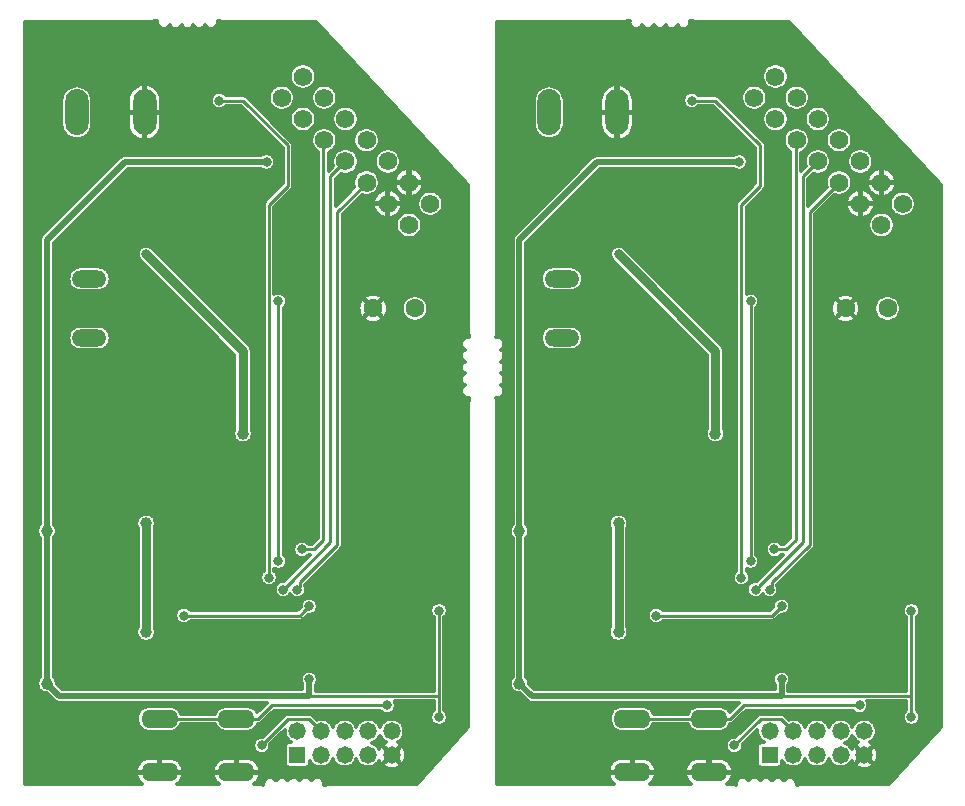
<source format=gbl>
G04 #@! TF.GenerationSoftware,KiCad,Pcbnew,5.0.0-rc2-dev-unknown-9f5316e~63~ubuntu16.04.1*
G04 #@! TF.CreationDate,2018-04-30T23:34:32+02:00*
G04 #@! TF.ProjectId,Rauchmelder_3.6_panelized,52617563686D656C64657220332E365F,rev?*
G04 #@! TF.SameCoordinates,Original*
G04 #@! TF.FileFunction,Copper,L2,Bot,Signal*
G04 #@! TF.FilePolarity,Positive*
%FSLAX46Y46*%
G04 Gerber Fmt 4.6, Leading zero omitted, Abs format (unit mm)*
G04 Created by KiCad (PCBNEW 5.0.0-rc2-dev-unknown-9f5316e~63~ubuntu16.04.1) date Mon Apr 30 23:34:32 2018*
%MOMM*%
%LPD*%
G01*
G04 APERTURE LIST*
%ADD10C,1.574800*%
%ADD11C,1.600200*%
%ADD12O,3.149600X1.574800*%
%ADD13O,2.917600X1.458800*%
%ADD14C,1.473200*%
%ADD15R,1.473200X1.473200*%
%ADD16O,1.950000X3.900000*%
%ADD17C,0.800000*%
%ADD18C,1.000000*%
%ADD19C,0.800000*%
%ADD20C,0.250000*%
%ADD21C,0.812800*%
%ADD22C,0.500000*%
%ADD23C,0.300000*%
G04 APERTURE END LIST*
D10*
X204057379Y-88143728D03*
X202261328Y-89939779D03*
X202261328Y-86347677D03*
X200465277Y-88143728D03*
X200465277Y-84551626D03*
X198669226Y-86347677D03*
X198669226Y-82755574D03*
X196873174Y-84551626D03*
X196873174Y-80959523D03*
X195077123Y-82755574D03*
X195077123Y-79163472D03*
X193281072Y-80959523D03*
X193281072Y-77367421D03*
X191485021Y-79163472D03*
D11*
X199222000Y-97000000D03*
X202778000Y-97000000D03*
D12*
X187651200Y-136260600D03*
X187651200Y-131739400D03*
X181148800Y-136260600D03*
X181148800Y-131739400D03*
D13*
X175200000Y-94500000D03*
X175200000Y-99500000D03*
D14*
X200801200Y-132803600D03*
X200801200Y-134803600D03*
X198801200Y-132803600D03*
X198801200Y-134803600D03*
X196801200Y-132803600D03*
X196801200Y-134803600D03*
X194801200Y-132803600D03*
X194801200Y-134803600D03*
X192801200Y-132803600D03*
D15*
X192801200Y-134803600D03*
D16*
X179875000Y-80400000D03*
X174125000Y-80400000D03*
D12*
X141148800Y-131739400D03*
X141148800Y-136260600D03*
X147651200Y-131739400D03*
X147651200Y-136260600D03*
D13*
X135200000Y-99500000D03*
X135200000Y-94500000D03*
D10*
X151485021Y-79163472D03*
X153281072Y-77367421D03*
X153281072Y-80959523D03*
X155077123Y-79163472D03*
X155077123Y-82755574D03*
X156873174Y-80959523D03*
X156873174Y-84551626D03*
X158669226Y-82755574D03*
X158669226Y-86347677D03*
X160465277Y-84551626D03*
X160465277Y-88143728D03*
X162261328Y-86347677D03*
X162261328Y-89939779D03*
X164057379Y-88143728D03*
D11*
X162778000Y-97000000D03*
X159222000Y-97000000D03*
D16*
X134125000Y-80400000D03*
X139875000Y-80400000D03*
D15*
X152801200Y-134803600D03*
D14*
X152801200Y-132803600D03*
X154801200Y-134803600D03*
X154801200Y-132803600D03*
X156801200Y-134803600D03*
X156801200Y-132803600D03*
X158801200Y-134803600D03*
X158801200Y-132803600D03*
X160801200Y-134803600D03*
X160801200Y-132803600D03*
D17*
X152600000Y-122200000D03*
X148800000Y-115000000D03*
D18*
X139600000Y-100200000D03*
X139600000Y-97400000D03*
D17*
X138200000Y-128800000D03*
X151800000Y-91400000D03*
X148600000Y-91400000D03*
D18*
X130400000Y-107000000D03*
X130400000Y-111000000D03*
X138200000Y-115000000D03*
X138200000Y-116400000D03*
D17*
X138200000Y-126400000D03*
X140200000Y-128800000D03*
X141600000Y-125400000D03*
X160400000Y-113000000D03*
X155800000Y-122200000D03*
X166600000Y-127000000D03*
X195800000Y-122200000D03*
X206600000Y-127000000D03*
X178200000Y-126400000D03*
X180200000Y-128800000D03*
X181600000Y-125400000D03*
X200400000Y-113000000D03*
X191800000Y-91400000D03*
X188600000Y-91400000D03*
D18*
X179600000Y-97400000D03*
X170400000Y-107000000D03*
X179600000Y-100200000D03*
D17*
X178200000Y-128800000D03*
X192600000Y-122200000D03*
X188800000Y-115000000D03*
D18*
X170400000Y-111000000D03*
X178200000Y-115000000D03*
X178200000Y-116400000D03*
D17*
X140000000Y-92400000D03*
D18*
X148200000Y-107600000D03*
D17*
X180000000Y-92400000D03*
D18*
X188200000Y-107600000D03*
D17*
X160400000Y-130600000D03*
X200400000Y-130600000D03*
X153200000Y-117400000D03*
X193200000Y-117400000D03*
X151600000Y-120800008D03*
X191600000Y-120800008D03*
X152800000Y-120800000D03*
X192800000Y-120800000D03*
X151199992Y-96400000D03*
X151200000Y-118400000D03*
X191200000Y-118400000D03*
X191199992Y-96400000D03*
X143200000Y-123000000D03*
X153800000Y-122200000D03*
X193800000Y-122200000D03*
X183200000Y-123000000D03*
X146200000Y-79400000D03*
X150400000Y-119800000D03*
X190400000Y-119800000D03*
X186200000Y-79400000D03*
X149800000Y-134000000D03*
X189800000Y-134000000D03*
D18*
X131601200Y-115853600D03*
D17*
X150200000Y-84600000D03*
D18*
X131601200Y-128766885D03*
D17*
X164800000Y-131600000D03*
X164800000Y-122600000D03*
X153800000Y-128400000D03*
X193800000Y-128400000D03*
X204800000Y-122600000D03*
X190200000Y-84600000D03*
X204800000Y-131600000D03*
D18*
X171601200Y-115853600D03*
X171601200Y-128766885D03*
X140000000Y-124400000D03*
X140000000Y-115200004D03*
X180000000Y-115200004D03*
X180000000Y-124400000D03*
D19*
X148200000Y-100600000D02*
X148200000Y-106892894D01*
X140000000Y-92400000D02*
X148200000Y-100600000D01*
X148200000Y-106892894D02*
X148200000Y-107600000D01*
X188200000Y-100600000D02*
X188200000Y-106892894D01*
X180000000Y-92400000D02*
X188200000Y-100600000D01*
X188200000Y-106892894D02*
X188200000Y-107600000D01*
D20*
X143033450Y-131750400D02*
X147711050Y-131750400D01*
X141208650Y-131750400D02*
X143033450Y-131750400D01*
X149476000Y-131739400D02*
X150615400Y-130600000D01*
X147651200Y-131739400D02*
X149476000Y-131739400D01*
X150615400Y-130600000D02*
X160400000Y-130600000D01*
X187651200Y-131739400D02*
X189476000Y-131739400D01*
X190615400Y-130600000D02*
X200400000Y-130600000D01*
X183033450Y-131750400D02*
X187711050Y-131750400D01*
X181208650Y-131750400D02*
X183033450Y-131750400D01*
X189476000Y-131739400D02*
X190615400Y-130600000D01*
X154200000Y-117400000D02*
X153200000Y-117400000D01*
X155000000Y-116600000D02*
X154200000Y-117400000D01*
X155000000Y-82832697D02*
X155000000Y-116600000D01*
X155077123Y-82755574D02*
X155000000Y-82832697D01*
X194200000Y-117400000D02*
X193200000Y-117400000D01*
X195000000Y-116600000D02*
X194200000Y-117400000D01*
X195000000Y-82832697D02*
X195000000Y-116600000D01*
X195077123Y-82755574D02*
X195000000Y-82832697D01*
X151999999Y-120400009D02*
X151600000Y-120800008D01*
X155600000Y-116800008D02*
X151999999Y-120400009D01*
X155600000Y-85824800D02*
X155600000Y-116800008D01*
X156873174Y-84551626D02*
X155600000Y-85824800D01*
X191999999Y-120400009D02*
X191600000Y-120800008D01*
X195600000Y-116800008D02*
X191999999Y-120400009D01*
X195600000Y-85824800D02*
X195600000Y-116800008D01*
X196873174Y-84551626D02*
X195600000Y-85824800D01*
X153000000Y-120600000D02*
X152800000Y-120800000D01*
X158669226Y-86347677D02*
X156200000Y-88816903D01*
X156200000Y-117000000D02*
X153000000Y-120200000D01*
X153000000Y-120200000D02*
X153000000Y-120600000D01*
X156200000Y-88816903D02*
X156200000Y-117000000D01*
X193000000Y-120600000D02*
X192800000Y-120800000D01*
X198669226Y-86347677D02*
X196200000Y-88816903D01*
X196200000Y-117000000D02*
X193000000Y-120200000D01*
X193000000Y-120200000D02*
X193000000Y-120600000D01*
X196200000Y-88816903D02*
X196200000Y-117000000D01*
D21*
X162201200Y-89903600D02*
X162301200Y-89903600D01*
X202201200Y-89903600D02*
X202301200Y-89903600D01*
D20*
X151199992Y-118399992D02*
X151200000Y-118400000D01*
X151199992Y-96400000D02*
X151199992Y-118399992D01*
X191199992Y-118399992D02*
X191200000Y-118400000D01*
X191199992Y-96400000D02*
X191199992Y-118399992D01*
X143200000Y-123000000D02*
X153000000Y-123000000D01*
X153000000Y-123000000D02*
X153400001Y-122599999D01*
X153400001Y-122599999D02*
X153800000Y-122200000D01*
X193000000Y-123000000D02*
X193400001Y-122599999D01*
X193400001Y-122599999D02*
X193800000Y-122200000D01*
X183200000Y-123000000D02*
X193000000Y-123000000D01*
X150400000Y-88200000D02*
X150400000Y-119234315D01*
X146200000Y-79400000D02*
X148200000Y-79400000D01*
X148200000Y-79400000D02*
X152000000Y-83200000D01*
X152000000Y-83200000D02*
X152000000Y-86600000D01*
X150400000Y-119234315D02*
X150400000Y-119800000D01*
X152000000Y-86600000D02*
X150400000Y-88200000D01*
X190400000Y-88200000D02*
X190400000Y-119234315D01*
X186200000Y-79400000D02*
X188200000Y-79400000D01*
X188200000Y-79400000D02*
X192000000Y-83200000D01*
X192000000Y-83200000D02*
X192000000Y-86600000D01*
X190400000Y-119234315D02*
X190400000Y-119800000D01*
X192000000Y-86600000D02*
X190400000Y-88200000D01*
X152033001Y-131766999D02*
X149800000Y-134000000D01*
X153764599Y-131766999D02*
X152033001Y-131766999D01*
X154801200Y-132803600D02*
X153764599Y-131766999D01*
X192033001Y-131766999D02*
X189800000Y-134000000D01*
X193764599Y-131766999D02*
X192033001Y-131766999D01*
X194801200Y-132803600D02*
X193764599Y-131766999D01*
D22*
X131601200Y-115853600D02*
X131601200Y-128201200D01*
X131601200Y-128201200D02*
X131601200Y-128766885D01*
X131601200Y-91198800D02*
X138200000Y-84600000D01*
X138200000Y-84600000D02*
X150200000Y-84600000D01*
X131601200Y-115853600D02*
X131601200Y-91198800D01*
X153800000Y-129800000D02*
X153800000Y-128400000D01*
X132634315Y-129800000D02*
X153800000Y-129800000D01*
X131601200Y-128766885D02*
X132634315Y-129800000D01*
D20*
X153800000Y-129800000D02*
X164800000Y-129800000D01*
X164800000Y-129800000D02*
X164800000Y-122600000D01*
X164800000Y-131600000D02*
X164800000Y-129800000D01*
D22*
X193800000Y-129800000D02*
X193800000Y-128400000D01*
X172634315Y-129800000D02*
X193800000Y-129800000D01*
X171601200Y-128766885D02*
X172634315Y-129800000D01*
D20*
X193800000Y-129800000D02*
X204800000Y-129800000D01*
X204800000Y-129800000D02*
X204800000Y-122600000D01*
X204800000Y-131600000D02*
X204800000Y-129800000D01*
D22*
X171601200Y-115853600D02*
X171601200Y-128201200D01*
X171601200Y-128201200D02*
X171601200Y-128766885D01*
X171601200Y-91198800D02*
X178200000Y-84600000D01*
X178200000Y-84600000D02*
X190200000Y-84600000D01*
X171601200Y-115853600D02*
X171601200Y-91198800D01*
D19*
X140000000Y-124400000D02*
X140000000Y-115200004D01*
X180000000Y-124400000D02*
X180000000Y-115200004D01*
D23*
G36*
X140925000Y-72693367D02*
X140925000Y-72806633D01*
X140947097Y-72917721D01*
X140990442Y-73022365D01*
X141053368Y-73116541D01*
X141133459Y-73196632D01*
X141227635Y-73259558D01*
X141332279Y-73302903D01*
X141443367Y-73325000D01*
X141556633Y-73325000D01*
X141667721Y-73302903D01*
X141772365Y-73259558D01*
X141866541Y-73196632D01*
X141946632Y-73116541D01*
X142000000Y-73036670D01*
X142053368Y-73116541D01*
X142133459Y-73196632D01*
X142227635Y-73259558D01*
X142332279Y-73302903D01*
X142443367Y-73325000D01*
X142556633Y-73325000D01*
X142667721Y-73302903D01*
X142772365Y-73259558D01*
X142866541Y-73196632D01*
X142946632Y-73116541D01*
X143000000Y-73036670D01*
X143053368Y-73116541D01*
X143133459Y-73196632D01*
X143227635Y-73259558D01*
X143332279Y-73302903D01*
X143443367Y-73325000D01*
X143556633Y-73325000D01*
X143667721Y-73302903D01*
X143772365Y-73259558D01*
X143866541Y-73196632D01*
X143946632Y-73116541D01*
X144000000Y-73036670D01*
X144053368Y-73116541D01*
X144133459Y-73196632D01*
X144227635Y-73259558D01*
X144332279Y-73302903D01*
X144443367Y-73325000D01*
X144556633Y-73325000D01*
X144667721Y-73302903D01*
X144772365Y-73259558D01*
X144866541Y-73196632D01*
X144946632Y-73116541D01*
X145000000Y-73036670D01*
X145053368Y-73116541D01*
X145133459Y-73196632D01*
X145227635Y-73259558D01*
X145332279Y-73302903D01*
X145443367Y-73325000D01*
X145556633Y-73325000D01*
X145667721Y-73302903D01*
X145772365Y-73259558D01*
X145866541Y-73196632D01*
X145946632Y-73116541D01*
X146009558Y-73022365D01*
X146052903Y-72917721D01*
X146075000Y-72806633D01*
X146075000Y-72693367D01*
X146066373Y-72650000D01*
X146087207Y-72650000D01*
X146240734Y-72696352D01*
X146260729Y-72700311D01*
X146280686Y-72704553D01*
X146283810Y-72704881D01*
X146478043Y-72723926D01*
X146478048Y-72723926D01*
X146488953Y-72725000D01*
X154401885Y-72725000D01*
X167275001Y-86588356D01*
X167275000Y-99011046D01*
X167275076Y-99011820D01*
X167275102Y-99015525D01*
X167276171Y-99025698D01*
X167276171Y-99035919D01*
X167276499Y-99039043D01*
X167298254Y-99232992D01*
X167302501Y-99252972D01*
X167306456Y-99272945D01*
X167307384Y-99275946D01*
X167350000Y-99410288D01*
X167350000Y-99433626D01*
X167306633Y-99425000D01*
X167193367Y-99425000D01*
X167082279Y-99447097D01*
X166977635Y-99490442D01*
X166883459Y-99553368D01*
X166803368Y-99633459D01*
X166740442Y-99727635D01*
X166697097Y-99832279D01*
X166675000Y-99943367D01*
X166675000Y-100056633D01*
X166697097Y-100167721D01*
X166740442Y-100272365D01*
X166803368Y-100366541D01*
X166883459Y-100446632D01*
X166963330Y-100500000D01*
X166883459Y-100553368D01*
X166803368Y-100633459D01*
X166740442Y-100727635D01*
X166697097Y-100832279D01*
X166675000Y-100943367D01*
X166675000Y-101056633D01*
X166697097Y-101167721D01*
X166740442Y-101272365D01*
X166803368Y-101366541D01*
X166883459Y-101446632D01*
X166963330Y-101500000D01*
X166883459Y-101553368D01*
X166803368Y-101633459D01*
X166740442Y-101727635D01*
X166697097Y-101832279D01*
X166675000Y-101943367D01*
X166675000Y-102056633D01*
X166697097Y-102167721D01*
X166740442Y-102272365D01*
X166803368Y-102366541D01*
X166883459Y-102446632D01*
X166963330Y-102500000D01*
X166883459Y-102553368D01*
X166803368Y-102633459D01*
X166740442Y-102727635D01*
X166697097Y-102832279D01*
X166675000Y-102943367D01*
X166675000Y-103056633D01*
X166697097Y-103167721D01*
X166740442Y-103272365D01*
X166803368Y-103366541D01*
X166883459Y-103446632D01*
X166963330Y-103500000D01*
X166883459Y-103553368D01*
X166803368Y-103633459D01*
X166740442Y-103727635D01*
X166697097Y-103832279D01*
X166675000Y-103943367D01*
X166675000Y-104056633D01*
X166697097Y-104167721D01*
X166740442Y-104272365D01*
X166803368Y-104366541D01*
X166883459Y-104446632D01*
X166977635Y-104509558D01*
X167082279Y-104552903D01*
X167193367Y-104575000D01*
X167306633Y-104575000D01*
X167350000Y-104566373D01*
X167350000Y-104587207D01*
X167303648Y-104740734D01*
X167299689Y-104760729D01*
X167295447Y-104780686D01*
X167295119Y-104783810D01*
X167276074Y-104978044D01*
X167276074Y-104978058D01*
X167275001Y-104988953D01*
X167275000Y-132413659D01*
X162899794Y-137275000D01*
X155488953Y-137275000D01*
X155488179Y-137275076D01*
X155484475Y-137275102D01*
X155474302Y-137276171D01*
X155464081Y-137276171D01*
X155460957Y-137276499D01*
X155267007Y-137298254D01*
X155247014Y-137302504D01*
X155227055Y-137306456D01*
X155224054Y-137307384D01*
X155089712Y-137350000D01*
X155066374Y-137350000D01*
X155075000Y-137306633D01*
X155075000Y-137193367D01*
X155052903Y-137082279D01*
X155009558Y-136977635D01*
X154946632Y-136883459D01*
X154866541Y-136803368D01*
X154772365Y-136740442D01*
X154667721Y-136697097D01*
X154556633Y-136675000D01*
X154443367Y-136675000D01*
X154332279Y-136697097D01*
X154227635Y-136740442D01*
X154133459Y-136803368D01*
X154053368Y-136883459D01*
X154000000Y-136963330D01*
X153946632Y-136883459D01*
X153866541Y-136803368D01*
X153772365Y-136740442D01*
X153667721Y-136697097D01*
X153556633Y-136675000D01*
X153443367Y-136675000D01*
X153332279Y-136697097D01*
X153227635Y-136740442D01*
X153133459Y-136803368D01*
X153053368Y-136883459D01*
X153000000Y-136963330D01*
X152946632Y-136883459D01*
X152866541Y-136803368D01*
X152772365Y-136740442D01*
X152667721Y-136697097D01*
X152556633Y-136675000D01*
X152443367Y-136675000D01*
X152332279Y-136697097D01*
X152227635Y-136740442D01*
X152133459Y-136803368D01*
X152053368Y-136883459D01*
X152000000Y-136963330D01*
X151946632Y-136883459D01*
X151866541Y-136803368D01*
X151772365Y-136740442D01*
X151667721Y-136697097D01*
X151556633Y-136675000D01*
X151443367Y-136675000D01*
X151332279Y-136697097D01*
X151227635Y-136740442D01*
X151133459Y-136803368D01*
X151053368Y-136883459D01*
X151000000Y-136963330D01*
X150946632Y-136883459D01*
X150866541Y-136803368D01*
X150772365Y-136740442D01*
X150667721Y-136697097D01*
X150556633Y-136675000D01*
X150443367Y-136675000D01*
X150332279Y-136697097D01*
X150227635Y-136740442D01*
X150133459Y-136803368D01*
X150053368Y-136883459D01*
X149990442Y-136977635D01*
X149947097Y-137082279D01*
X149925000Y-137193367D01*
X149925000Y-137306633D01*
X149933627Y-137350000D01*
X149912793Y-137350000D01*
X149759266Y-137303648D01*
X149739271Y-137299689D01*
X149719314Y-137295447D01*
X149716190Y-137295119D01*
X149521956Y-137276074D01*
X149521952Y-137276074D01*
X149511047Y-137275000D01*
X149144971Y-137275000D01*
X149167636Y-137261682D01*
X149348929Y-137100219D01*
X149495239Y-136906490D01*
X149600943Y-136687939D01*
X149651945Y-136503398D01*
X149562388Y-136310600D01*
X147701200Y-136310600D01*
X147701200Y-136330600D01*
X147601200Y-136330600D01*
X147601200Y-136310600D01*
X145740012Y-136310600D01*
X145650455Y-136503398D01*
X145701457Y-136687939D01*
X145807161Y-136906490D01*
X145953471Y-137100219D01*
X146134764Y-137261682D01*
X146157429Y-137275000D01*
X142642571Y-137275000D01*
X142665236Y-137261682D01*
X142846529Y-137100219D01*
X142992839Y-136906490D01*
X143098543Y-136687939D01*
X143149545Y-136503398D01*
X143059988Y-136310600D01*
X141198800Y-136310600D01*
X141198800Y-136330600D01*
X141098800Y-136330600D01*
X141098800Y-136310600D01*
X139237612Y-136310600D01*
X139148055Y-136503398D01*
X139199057Y-136687939D01*
X139304761Y-136906490D01*
X139451071Y-137100219D01*
X139632364Y-137261682D01*
X139655029Y-137275000D01*
X129725000Y-137275000D01*
X129725000Y-136017802D01*
X139148055Y-136017802D01*
X139237612Y-136210600D01*
X141098800Y-136210600D01*
X141098800Y-135023200D01*
X141198800Y-135023200D01*
X141198800Y-136210600D01*
X143059988Y-136210600D01*
X143149545Y-136017802D01*
X145650455Y-136017802D01*
X145740012Y-136210600D01*
X147601200Y-136210600D01*
X147601200Y-135023200D01*
X147701200Y-135023200D01*
X147701200Y-136210600D01*
X149562388Y-136210600D01*
X149651945Y-136017802D01*
X149600943Y-135833261D01*
X149495239Y-135614710D01*
X149348929Y-135420981D01*
X149167636Y-135259518D01*
X148958326Y-135136526D01*
X148729044Y-135056731D01*
X148488600Y-135023200D01*
X147701200Y-135023200D01*
X147601200Y-135023200D01*
X146813800Y-135023200D01*
X146573356Y-135056731D01*
X146344074Y-135136526D01*
X146134764Y-135259518D01*
X145953471Y-135420981D01*
X145807161Y-135614710D01*
X145701457Y-135833261D01*
X145650455Y-136017802D01*
X143149545Y-136017802D01*
X143098543Y-135833261D01*
X142992839Y-135614710D01*
X142846529Y-135420981D01*
X142665236Y-135259518D01*
X142455926Y-135136526D01*
X142226644Y-135056731D01*
X141986200Y-135023200D01*
X141198800Y-135023200D01*
X141098800Y-135023200D01*
X140311400Y-135023200D01*
X140070956Y-135056731D01*
X139841674Y-135136526D01*
X139632364Y-135259518D01*
X139451071Y-135420981D01*
X139304761Y-135614710D01*
X139199057Y-135833261D01*
X139148055Y-136017802D01*
X129725000Y-136017802D01*
X129725000Y-133928594D01*
X149075000Y-133928594D01*
X149075000Y-134071406D01*
X149102861Y-134211475D01*
X149157513Y-134343416D01*
X149236856Y-134462161D01*
X149337839Y-134563144D01*
X149456584Y-134642487D01*
X149588525Y-134697139D01*
X149728594Y-134725000D01*
X149871406Y-134725000D01*
X150011475Y-134697139D01*
X150143416Y-134642487D01*
X150262161Y-134563144D01*
X150363144Y-134462161D01*
X150442487Y-134343416D01*
X150497139Y-134211475D01*
X150525000Y-134071406D01*
X150525000Y-133928594D01*
X150522147Y-133914249D01*
X151740157Y-132696238D01*
X151739600Y-132699041D01*
X151739600Y-132908159D01*
X151780396Y-133113257D01*
X151860422Y-133306456D01*
X151976601Y-133480331D01*
X152124469Y-133628199D01*
X152292432Y-133740428D01*
X152064600Y-133740428D01*
X152000889Y-133746703D01*
X151939626Y-133765287D01*
X151883166Y-133795465D01*
X151833679Y-133836079D01*
X151793065Y-133885566D01*
X151762887Y-133942026D01*
X151744303Y-134003289D01*
X151738028Y-134067000D01*
X151738028Y-135540200D01*
X151744303Y-135603911D01*
X151762887Y-135665174D01*
X151793065Y-135721634D01*
X151833679Y-135771121D01*
X151883166Y-135811735D01*
X151939626Y-135841913D01*
X152000889Y-135860497D01*
X152064600Y-135866772D01*
X153537800Y-135866772D01*
X153601511Y-135860497D01*
X153662774Y-135841913D01*
X153719234Y-135811735D01*
X153768721Y-135771121D01*
X153809335Y-135721634D01*
X153839513Y-135665174D01*
X153858097Y-135603911D01*
X153864372Y-135540200D01*
X153864372Y-135312368D01*
X153976601Y-135480331D01*
X154124469Y-135628199D01*
X154298344Y-135744378D01*
X154491543Y-135824404D01*
X154696641Y-135865200D01*
X154905759Y-135865200D01*
X155110857Y-135824404D01*
X155304056Y-135744378D01*
X155477931Y-135628199D01*
X155625799Y-135480331D01*
X155741978Y-135306456D01*
X155801200Y-135163482D01*
X155860422Y-135306456D01*
X155976601Y-135480331D01*
X156124469Y-135628199D01*
X156298344Y-135744378D01*
X156491543Y-135824404D01*
X156696641Y-135865200D01*
X156905759Y-135865200D01*
X157110857Y-135824404D01*
X157304056Y-135744378D01*
X157477931Y-135628199D01*
X157625799Y-135480331D01*
X157741978Y-135306456D01*
X157801200Y-135163482D01*
X157860422Y-135306456D01*
X157976601Y-135480331D01*
X158124469Y-135628199D01*
X158298344Y-135744378D01*
X158491543Y-135824404D01*
X158696641Y-135865200D01*
X158905759Y-135865200D01*
X159110857Y-135824404D01*
X159304056Y-135744378D01*
X159477931Y-135628199D01*
X159504431Y-135601699D01*
X160073811Y-135601699D01*
X160141428Y-135796765D01*
X160347862Y-135906396D01*
X160571717Y-135973648D01*
X160804392Y-135995936D01*
X161036944Y-135972404D01*
X161260436Y-135903954D01*
X161460972Y-135796765D01*
X161528589Y-135601699D01*
X160801200Y-134874311D01*
X160073811Y-135601699D01*
X159504431Y-135601699D01*
X159625799Y-135480331D01*
X159732080Y-135321270D01*
X159808035Y-135463372D01*
X160003101Y-135530989D01*
X160730489Y-134803600D01*
X160871911Y-134803600D01*
X161599299Y-135530989D01*
X161794365Y-135463372D01*
X161903996Y-135256938D01*
X161971248Y-135033083D01*
X161993536Y-134800408D01*
X161970004Y-134567856D01*
X161901554Y-134344364D01*
X161794365Y-134143828D01*
X161599299Y-134076211D01*
X160871911Y-134803600D01*
X160730489Y-134803600D01*
X160003101Y-134076211D01*
X159808035Y-134143828D01*
X159732352Y-134286338D01*
X159625799Y-134126869D01*
X159477931Y-133979001D01*
X159304056Y-133862822D01*
X159161082Y-133803600D01*
X159304056Y-133744378D01*
X159477931Y-133628199D01*
X159625799Y-133480331D01*
X159741978Y-133306456D01*
X159801200Y-133163482D01*
X159860422Y-133306456D01*
X159976601Y-133480331D01*
X160124469Y-133628199D01*
X160283530Y-133734480D01*
X160141428Y-133810435D01*
X160073811Y-134005501D01*
X160801200Y-134732889D01*
X161528589Y-134005501D01*
X161460972Y-133810435D01*
X161318462Y-133734752D01*
X161477931Y-133628199D01*
X161625799Y-133480331D01*
X161741978Y-133306456D01*
X161822004Y-133113257D01*
X161862800Y-132908159D01*
X161862800Y-132699041D01*
X161822004Y-132493943D01*
X161741978Y-132300744D01*
X161625799Y-132126869D01*
X161477931Y-131979001D01*
X161304056Y-131862822D01*
X161110857Y-131782796D01*
X160905759Y-131742000D01*
X160696641Y-131742000D01*
X160491543Y-131782796D01*
X160298344Y-131862822D01*
X160124469Y-131979001D01*
X159976601Y-132126869D01*
X159860422Y-132300744D01*
X159801200Y-132443718D01*
X159741978Y-132300744D01*
X159625799Y-132126869D01*
X159477931Y-131979001D01*
X159304056Y-131862822D01*
X159110857Y-131782796D01*
X158905759Y-131742000D01*
X158696641Y-131742000D01*
X158491543Y-131782796D01*
X158298344Y-131862822D01*
X158124469Y-131979001D01*
X157976601Y-132126869D01*
X157860422Y-132300744D01*
X157801200Y-132443718D01*
X157741978Y-132300744D01*
X157625799Y-132126869D01*
X157477931Y-131979001D01*
X157304056Y-131862822D01*
X157110857Y-131782796D01*
X156905759Y-131742000D01*
X156696641Y-131742000D01*
X156491543Y-131782796D01*
X156298344Y-131862822D01*
X156124469Y-131979001D01*
X155976601Y-132126869D01*
X155860422Y-132300744D01*
X155801200Y-132443718D01*
X155741978Y-132300744D01*
X155625799Y-132126869D01*
X155477931Y-131979001D01*
X155304056Y-131862822D01*
X155110857Y-131782796D01*
X154905759Y-131742000D01*
X154696641Y-131742000D01*
X154491543Y-131782796D01*
X154438686Y-131804690D01*
X154098428Y-131464433D01*
X154084336Y-131447262D01*
X154015815Y-131391028D01*
X153937640Y-131349242D01*
X153852814Y-131323510D01*
X153786704Y-131316999D01*
X153786693Y-131316999D01*
X153764599Y-131314823D01*
X153742505Y-131316999D01*
X152055092Y-131316999D01*
X152033000Y-131314823D01*
X152010908Y-131316999D01*
X152010896Y-131316999D01*
X151944786Y-131323510D01*
X151859960Y-131349242D01*
X151781784Y-131391028D01*
X151730433Y-131433171D01*
X151730429Y-131433175D01*
X151713264Y-131447262D01*
X151699177Y-131464427D01*
X149885751Y-133277853D01*
X149871406Y-133275000D01*
X149728594Y-133275000D01*
X149588525Y-133302861D01*
X149456584Y-133357513D01*
X149337839Y-133436856D01*
X149236856Y-133537839D01*
X149157513Y-133656584D01*
X149102861Y-133788525D01*
X149075000Y-133928594D01*
X129725000Y-133928594D01*
X129725000Y-115772345D01*
X130776200Y-115772345D01*
X130776200Y-115934855D01*
X130807904Y-116094244D01*
X130870094Y-116244384D01*
X130960381Y-116379507D01*
X131026200Y-116445326D01*
X131026201Y-128172945D01*
X131026200Y-128172955D01*
X131026200Y-128175159D01*
X130960381Y-128240978D01*
X130870094Y-128376101D01*
X130807904Y-128526241D01*
X130776200Y-128685630D01*
X130776200Y-128848140D01*
X130807904Y-129007529D01*
X130870094Y-129157669D01*
X130960381Y-129292792D01*
X131075293Y-129407704D01*
X131210416Y-129497991D01*
X131360556Y-129560181D01*
X131519945Y-129591885D01*
X131613028Y-129591885D01*
X132207754Y-130186612D01*
X132225761Y-130208554D01*
X132247701Y-130226559D01*
X132313316Y-130280408D01*
X132413207Y-130333801D01*
X132521595Y-130366680D01*
X132606069Y-130375000D01*
X132606071Y-130375000D01*
X132634314Y-130377782D01*
X132662557Y-130375000D01*
X150204004Y-130375000D01*
X149400260Y-131178745D01*
X149368002Y-131118394D01*
X149228991Y-130949009D01*
X149059606Y-130809998D01*
X148866357Y-130706704D01*
X148656668Y-130643096D01*
X148493244Y-130627000D01*
X146809156Y-130627000D01*
X146645732Y-130643096D01*
X146436043Y-130706704D01*
X146242794Y-130809998D01*
X146073409Y-130949009D01*
X145934398Y-131118394D01*
X145837114Y-131300400D01*
X142962886Y-131300400D01*
X142865602Y-131118394D01*
X142726591Y-130949009D01*
X142557206Y-130809998D01*
X142363957Y-130706704D01*
X142154268Y-130643096D01*
X141990844Y-130627000D01*
X140306756Y-130627000D01*
X140143332Y-130643096D01*
X139933643Y-130706704D01*
X139740394Y-130809998D01*
X139571009Y-130949009D01*
X139431998Y-131118394D01*
X139328704Y-131311643D01*
X139265096Y-131521332D01*
X139243618Y-131739400D01*
X139265096Y-131957468D01*
X139328704Y-132167157D01*
X139431998Y-132360406D01*
X139571009Y-132529791D01*
X139740394Y-132668802D01*
X139933643Y-132772096D01*
X140143332Y-132835704D01*
X140306756Y-132851800D01*
X141990844Y-132851800D01*
X142154268Y-132835704D01*
X142363957Y-132772096D01*
X142557206Y-132668802D01*
X142726591Y-132529791D01*
X142865602Y-132360406D01*
X142951127Y-132200400D01*
X145848873Y-132200400D01*
X145934398Y-132360406D01*
X146073409Y-132529791D01*
X146242794Y-132668802D01*
X146436043Y-132772096D01*
X146645732Y-132835704D01*
X146809156Y-132851800D01*
X148493244Y-132851800D01*
X148656668Y-132835704D01*
X148866357Y-132772096D01*
X149059606Y-132668802D01*
X149228991Y-132529791D01*
X149368002Y-132360406D01*
X149459132Y-132189915D01*
X149476000Y-132191576D01*
X149498094Y-132189400D01*
X149498105Y-132189400D01*
X149564215Y-132182889D01*
X149649041Y-132157157D01*
X149727216Y-132115371D01*
X149795737Y-132059137D01*
X149809829Y-132041966D01*
X150801796Y-131050000D01*
X159828730Y-131050000D01*
X159836856Y-131062161D01*
X159937839Y-131163144D01*
X160056584Y-131242487D01*
X160188525Y-131297139D01*
X160328594Y-131325000D01*
X160471406Y-131325000D01*
X160611475Y-131297139D01*
X160743416Y-131242487D01*
X160862161Y-131163144D01*
X160963144Y-131062161D01*
X161042487Y-130943416D01*
X161097139Y-130811475D01*
X161125000Y-130671406D01*
X161125000Y-130528594D01*
X161097139Y-130388525D01*
X161042487Y-130256584D01*
X161038088Y-130250000D01*
X164350001Y-130250000D01*
X164350000Y-131028730D01*
X164337839Y-131036856D01*
X164236856Y-131137839D01*
X164157513Y-131256584D01*
X164102861Y-131388525D01*
X164075000Y-131528594D01*
X164075000Y-131671406D01*
X164102861Y-131811475D01*
X164157513Y-131943416D01*
X164236856Y-132062161D01*
X164337839Y-132163144D01*
X164456584Y-132242487D01*
X164588525Y-132297139D01*
X164728594Y-132325000D01*
X164871406Y-132325000D01*
X165011475Y-132297139D01*
X165143416Y-132242487D01*
X165262161Y-132163144D01*
X165363144Y-132062161D01*
X165442487Y-131943416D01*
X165497139Y-131811475D01*
X165525000Y-131671406D01*
X165525000Y-131528594D01*
X165497139Y-131388525D01*
X165442487Y-131256584D01*
X165363144Y-131137839D01*
X165262161Y-131036856D01*
X165250000Y-131028730D01*
X165250000Y-129822104D01*
X165252177Y-129800000D01*
X165250000Y-129777895D01*
X165250000Y-123171270D01*
X165262161Y-123163144D01*
X165363144Y-123062161D01*
X165442487Y-122943416D01*
X165497139Y-122811475D01*
X165525000Y-122671406D01*
X165525000Y-122528594D01*
X165497139Y-122388525D01*
X165442487Y-122256584D01*
X165363144Y-122137839D01*
X165262161Y-122036856D01*
X165143416Y-121957513D01*
X165011475Y-121902861D01*
X164871406Y-121875000D01*
X164728594Y-121875000D01*
X164588525Y-121902861D01*
X164456584Y-121957513D01*
X164337839Y-122036856D01*
X164236856Y-122137839D01*
X164157513Y-122256584D01*
X164102861Y-122388525D01*
X164075000Y-122528594D01*
X164075000Y-122671406D01*
X164102861Y-122811475D01*
X164157513Y-122943416D01*
X164236856Y-123062161D01*
X164337839Y-123163144D01*
X164350001Y-123171270D01*
X164350000Y-129350000D01*
X154375000Y-129350000D01*
X154375000Y-128844417D01*
X154442487Y-128743416D01*
X154497139Y-128611475D01*
X154525000Y-128471406D01*
X154525000Y-128328594D01*
X154497139Y-128188525D01*
X154442487Y-128056584D01*
X154363144Y-127937839D01*
X154262161Y-127836856D01*
X154143416Y-127757513D01*
X154011475Y-127702861D01*
X153871406Y-127675000D01*
X153728594Y-127675000D01*
X153588525Y-127702861D01*
X153456584Y-127757513D01*
X153337839Y-127836856D01*
X153236856Y-127937839D01*
X153157513Y-128056584D01*
X153102861Y-128188525D01*
X153075000Y-128328594D01*
X153075000Y-128471406D01*
X153102861Y-128611475D01*
X153157513Y-128743416D01*
X153225001Y-128844418D01*
X153225000Y-129225000D01*
X132872488Y-129225000D01*
X132426200Y-128778713D01*
X132426200Y-128685630D01*
X132394496Y-128526241D01*
X132332306Y-128376101D01*
X132242019Y-128240978D01*
X132176200Y-128175159D01*
X132176200Y-116445326D01*
X132242019Y-116379507D01*
X132332306Y-116244384D01*
X132394496Y-116094244D01*
X132426200Y-115934855D01*
X132426200Y-115772345D01*
X132394496Y-115612956D01*
X132332306Y-115462816D01*
X132242019Y-115327693D01*
X132176200Y-115261874D01*
X132176200Y-115118749D01*
X139175000Y-115118749D01*
X139175000Y-115281259D01*
X139206704Y-115440648D01*
X139268894Y-115590788D01*
X139275001Y-115599928D01*
X139275000Y-124000078D01*
X139268894Y-124009216D01*
X139206704Y-124159356D01*
X139175000Y-124318745D01*
X139175000Y-124481255D01*
X139206704Y-124640644D01*
X139268894Y-124790784D01*
X139359181Y-124925907D01*
X139474093Y-125040819D01*
X139609216Y-125131106D01*
X139759356Y-125193296D01*
X139918745Y-125225000D01*
X140081255Y-125225000D01*
X140240644Y-125193296D01*
X140390784Y-125131106D01*
X140525907Y-125040819D01*
X140640819Y-124925907D01*
X140731106Y-124790784D01*
X140793296Y-124640644D01*
X140825000Y-124481255D01*
X140825000Y-124318745D01*
X140793296Y-124159356D01*
X140731106Y-124009216D01*
X140725000Y-124000078D01*
X140725000Y-122928594D01*
X142475000Y-122928594D01*
X142475000Y-123071406D01*
X142502861Y-123211475D01*
X142557513Y-123343416D01*
X142636856Y-123462161D01*
X142737839Y-123563144D01*
X142856584Y-123642487D01*
X142988525Y-123697139D01*
X143128594Y-123725000D01*
X143271406Y-123725000D01*
X143411475Y-123697139D01*
X143543416Y-123642487D01*
X143662161Y-123563144D01*
X143763144Y-123462161D01*
X143771270Y-123450000D01*
X152977906Y-123450000D01*
X153000000Y-123452176D01*
X153022094Y-123450000D01*
X153022105Y-123450000D01*
X153088215Y-123443489D01*
X153173041Y-123417757D01*
X153251216Y-123375971D01*
X153319737Y-123319737D01*
X153333828Y-123302567D01*
X153714249Y-122922147D01*
X153728594Y-122925000D01*
X153871406Y-122925000D01*
X154011475Y-122897139D01*
X154143416Y-122842487D01*
X154262161Y-122763144D01*
X154363144Y-122662161D01*
X154442487Y-122543416D01*
X154497139Y-122411475D01*
X154525000Y-122271406D01*
X154525000Y-122128594D01*
X154497139Y-121988525D01*
X154442487Y-121856584D01*
X154363144Y-121737839D01*
X154262161Y-121636856D01*
X154143416Y-121557513D01*
X154011475Y-121502861D01*
X153871406Y-121475000D01*
X153728594Y-121475000D01*
X153588525Y-121502861D01*
X153456584Y-121557513D01*
X153337839Y-121636856D01*
X153236856Y-121737839D01*
X153157513Y-121856584D01*
X153102861Y-121988525D01*
X153075000Y-122128594D01*
X153075000Y-122271406D01*
X153077853Y-122285751D01*
X152813605Y-122550000D01*
X143771270Y-122550000D01*
X143763144Y-122537839D01*
X143662161Y-122436856D01*
X143543416Y-122357513D01*
X143411475Y-122302861D01*
X143271406Y-122275000D01*
X143128594Y-122275000D01*
X142988525Y-122302861D01*
X142856584Y-122357513D01*
X142737839Y-122436856D01*
X142636856Y-122537839D01*
X142557513Y-122656584D01*
X142502861Y-122788525D01*
X142475000Y-122928594D01*
X140725000Y-122928594D01*
X140725000Y-120728602D01*
X150875000Y-120728602D01*
X150875000Y-120871414D01*
X150902861Y-121011483D01*
X150957513Y-121143424D01*
X151036856Y-121262169D01*
X151137839Y-121363152D01*
X151256584Y-121442495D01*
X151388525Y-121497147D01*
X151528594Y-121525008D01*
X151671406Y-121525008D01*
X151811475Y-121497147D01*
X151943416Y-121442495D01*
X152062161Y-121363152D01*
X152163144Y-121262169D01*
X152200003Y-121207006D01*
X152236856Y-121262161D01*
X152337839Y-121363144D01*
X152456584Y-121442487D01*
X152588525Y-121497139D01*
X152728594Y-121525000D01*
X152871406Y-121525000D01*
X153011475Y-121497139D01*
X153143416Y-121442487D01*
X153262161Y-121363144D01*
X153363144Y-121262161D01*
X153442487Y-121143416D01*
X153497139Y-121011475D01*
X153525000Y-120871406D01*
X153525000Y-120728594D01*
X153497139Y-120588525D01*
X153450000Y-120474722D01*
X153450000Y-120386395D01*
X156502572Y-117333824D01*
X156519737Y-117319737D01*
X156533824Y-117302572D01*
X156533828Y-117302568D01*
X156575971Y-117251217D01*
X156593851Y-117217765D01*
X156617757Y-117173041D01*
X156643489Y-117088215D01*
X156650000Y-117022105D01*
X156650000Y-117022093D01*
X156652176Y-117000001D01*
X156650000Y-116977909D01*
X156650000Y-97843264D01*
X158449447Y-97843264D01*
X158524690Y-98044830D01*
X158741925Y-98160792D01*
X158977609Y-98232146D01*
X159222684Y-98256148D01*
X159467734Y-98231878D01*
X159703340Y-98160267D01*
X159919310Y-98044830D01*
X159994553Y-97843264D01*
X159222000Y-97070711D01*
X158449447Y-97843264D01*
X156650000Y-97843264D01*
X156650000Y-97000684D01*
X157965852Y-97000684D01*
X157990122Y-97245734D01*
X158061733Y-97481340D01*
X158177170Y-97697310D01*
X158378736Y-97772553D01*
X159151289Y-97000000D01*
X159292711Y-97000000D01*
X160065264Y-97772553D01*
X160266830Y-97697310D01*
X160382792Y-97480075D01*
X160454146Y-97244391D01*
X160478148Y-96999316D01*
X160467241Y-96889187D01*
X161652900Y-96889187D01*
X161652900Y-97110813D01*
X161696137Y-97328180D01*
X161780949Y-97532935D01*
X161904078Y-97717210D01*
X162060790Y-97873922D01*
X162245065Y-97997051D01*
X162449820Y-98081863D01*
X162667187Y-98125100D01*
X162888813Y-98125100D01*
X163106180Y-98081863D01*
X163310935Y-97997051D01*
X163495210Y-97873922D01*
X163651922Y-97717210D01*
X163775051Y-97532935D01*
X163859863Y-97328180D01*
X163903100Y-97110813D01*
X163903100Y-96889187D01*
X163859863Y-96671820D01*
X163775051Y-96467065D01*
X163651922Y-96282790D01*
X163495210Y-96126078D01*
X163310935Y-96002949D01*
X163106180Y-95918137D01*
X162888813Y-95874900D01*
X162667187Y-95874900D01*
X162449820Y-95918137D01*
X162245065Y-96002949D01*
X162060790Y-96126078D01*
X161904078Y-96282790D01*
X161780949Y-96467065D01*
X161696137Y-96671820D01*
X161652900Y-96889187D01*
X160467241Y-96889187D01*
X160453878Y-96754266D01*
X160382267Y-96518660D01*
X160266830Y-96302690D01*
X160065264Y-96227447D01*
X159292711Y-97000000D01*
X159151289Y-97000000D01*
X158378736Y-96227447D01*
X158177170Y-96302690D01*
X158061208Y-96519925D01*
X157989854Y-96755609D01*
X157965852Y-97000684D01*
X156650000Y-97000684D01*
X156650000Y-96156736D01*
X158449447Y-96156736D01*
X159222000Y-96929289D01*
X159994553Y-96156736D01*
X159919310Y-95955170D01*
X159702075Y-95839208D01*
X159466391Y-95767854D01*
X159221316Y-95743852D01*
X158976266Y-95768122D01*
X158740660Y-95839733D01*
X158524690Y-95955170D01*
X158449447Y-96156736D01*
X156650000Y-96156736D01*
X156650000Y-89830217D01*
X161148928Y-89830217D01*
X161148928Y-90049341D01*
X161191677Y-90264254D01*
X161275532Y-90466698D01*
X161397271Y-90648892D01*
X161552215Y-90803836D01*
X161734409Y-90925575D01*
X161936853Y-91009430D01*
X162151766Y-91052179D01*
X162370890Y-91052179D01*
X162585803Y-91009430D01*
X162788247Y-90925575D01*
X162970441Y-90803836D01*
X163125385Y-90648892D01*
X163247124Y-90466698D01*
X163330979Y-90264254D01*
X163373728Y-90049341D01*
X163373728Y-89830217D01*
X163330979Y-89615304D01*
X163247124Y-89412860D01*
X163125385Y-89230666D01*
X162970441Y-89075722D01*
X162788247Y-88953983D01*
X162585803Y-88870128D01*
X162370890Y-88827379D01*
X162151766Y-88827379D01*
X161936853Y-88870128D01*
X161734409Y-88953983D01*
X161552215Y-89075722D01*
X161397271Y-89230666D01*
X161275532Y-89412860D01*
X161191677Y-89615304D01*
X161148928Y-89830217D01*
X156650000Y-89830217D01*
X156650000Y-89003298D01*
X157265834Y-88387464D01*
X159246013Y-88387464D01*
X159316991Y-88620647D01*
X159432097Y-88835503D01*
X159554243Y-88984048D01*
X159551226Y-88987065D01*
X159582156Y-89017995D01*
X159586908Y-89023774D01*
X159592585Y-89028424D01*
X159621940Y-89057779D01*
X159624860Y-89054859D01*
X159775474Y-89178225D01*
X159990549Y-89292921D01*
X160221541Y-89362992D01*
X160415277Y-89273509D01*
X160415277Y-88264441D01*
X160451136Y-88228582D01*
X160479418Y-88228582D01*
X160515277Y-88264441D01*
X160515277Y-89273509D01*
X160709013Y-89362992D01*
X160942196Y-89292014D01*
X161157052Y-89176908D01*
X161305597Y-89054762D01*
X161308614Y-89057779D01*
X161339544Y-89026849D01*
X161345323Y-89022097D01*
X161349973Y-89016420D01*
X161379328Y-88987065D01*
X161376408Y-88984145D01*
X161499774Y-88833531D01*
X161614470Y-88618456D01*
X161684541Y-88387464D01*
X161595058Y-88193728D01*
X160585990Y-88193728D01*
X160550131Y-88157869D01*
X160479418Y-88228582D01*
X160451136Y-88228582D01*
X160380423Y-88157869D01*
X160344564Y-88193728D01*
X159335496Y-88193728D01*
X159246013Y-88387464D01*
X157265834Y-88387464D01*
X157753306Y-87899992D01*
X159246013Y-87899992D01*
X159335496Y-88093728D01*
X160344564Y-88093728D01*
X160380423Y-88129587D01*
X160451136Y-88058874D01*
X160479418Y-88058874D01*
X160550131Y-88129587D01*
X160585990Y-88093728D01*
X161595058Y-88093728D01*
X161622568Y-88034166D01*
X162944979Y-88034166D01*
X162944979Y-88253290D01*
X162987728Y-88468203D01*
X163071583Y-88670647D01*
X163193322Y-88852841D01*
X163348266Y-89007785D01*
X163530460Y-89129524D01*
X163732904Y-89213379D01*
X163947817Y-89256128D01*
X164166941Y-89256128D01*
X164381854Y-89213379D01*
X164584298Y-89129524D01*
X164766492Y-89007785D01*
X164921436Y-88852841D01*
X165043175Y-88670647D01*
X165127030Y-88468203D01*
X165169779Y-88253290D01*
X165169779Y-88034166D01*
X165127030Y-87819253D01*
X165043175Y-87616809D01*
X164921436Y-87434615D01*
X164766492Y-87279671D01*
X164584298Y-87157932D01*
X164381854Y-87074077D01*
X164166941Y-87031328D01*
X163947817Y-87031328D01*
X163732904Y-87074077D01*
X163530460Y-87157932D01*
X163348266Y-87279671D01*
X163193322Y-87434615D01*
X163071583Y-87616809D01*
X162987728Y-87819253D01*
X162944979Y-88034166D01*
X161622568Y-88034166D01*
X161684541Y-87899992D01*
X161613563Y-87666809D01*
X161498457Y-87451953D01*
X161376311Y-87303408D01*
X161379328Y-87300391D01*
X161348398Y-87269461D01*
X161343646Y-87263682D01*
X161337969Y-87259032D01*
X161308614Y-87229677D01*
X161305694Y-87232597D01*
X161155080Y-87109231D01*
X160940005Y-86994535D01*
X160709013Y-86924464D01*
X160515277Y-87013947D01*
X160515277Y-88023015D01*
X160479418Y-88058874D01*
X160451136Y-88058874D01*
X160415277Y-88023015D01*
X160415277Y-87013947D01*
X160221541Y-86924464D01*
X159988358Y-86995442D01*
X159773502Y-87110548D01*
X159624957Y-87232694D01*
X159621940Y-87229677D01*
X159591010Y-87260607D01*
X159585231Y-87265359D01*
X159580581Y-87271036D01*
X159551226Y-87300391D01*
X159554146Y-87303311D01*
X159430780Y-87453925D01*
X159316084Y-87669000D01*
X159246013Y-87899992D01*
X157753306Y-87899992D01*
X158267832Y-87385467D01*
X158344751Y-87417328D01*
X158559664Y-87460077D01*
X158778788Y-87460077D01*
X158993701Y-87417328D01*
X159196145Y-87333473D01*
X159378339Y-87211734D01*
X159533283Y-87056790D01*
X159655022Y-86874596D01*
X159738877Y-86672152D01*
X159754937Y-86591413D01*
X161042064Y-86591413D01*
X161113042Y-86824596D01*
X161228148Y-87039452D01*
X161350294Y-87187997D01*
X161347277Y-87191014D01*
X161378207Y-87221944D01*
X161382959Y-87227723D01*
X161388636Y-87232373D01*
X161417991Y-87261728D01*
X161420911Y-87258808D01*
X161571525Y-87382174D01*
X161786600Y-87496870D01*
X162017592Y-87566941D01*
X162211328Y-87477458D01*
X162211328Y-86468390D01*
X162247187Y-86432531D01*
X162275469Y-86432531D01*
X162311328Y-86468390D01*
X162311328Y-87477458D01*
X162505064Y-87566941D01*
X162738247Y-87495963D01*
X162953103Y-87380857D01*
X163101648Y-87258711D01*
X163104665Y-87261728D01*
X163135595Y-87230798D01*
X163141374Y-87226046D01*
X163146024Y-87220369D01*
X163175379Y-87191014D01*
X163172459Y-87188094D01*
X163295825Y-87037480D01*
X163410521Y-86822405D01*
X163480592Y-86591413D01*
X163391109Y-86397677D01*
X162382041Y-86397677D01*
X162346182Y-86361818D01*
X162275469Y-86432531D01*
X162247187Y-86432531D01*
X162176474Y-86361818D01*
X162140615Y-86397677D01*
X161131547Y-86397677D01*
X161042064Y-86591413D01*
X159754937Y-86591413D01*
X159781626Y-86457239D01*
X159781626Y-86238115D01*
X159754938Y-86103941D01*
X161042064Y-86103941D01*
X161131547Y-86297677D01*
X162140615Y-86297677D01*
X162176474Y-86333536D01*
X162247187Y-86262823D01*
X162275469Y-86262823D01*
X162346182Y-86333536D01*
X162382041Y-86297677D01*
X163391109Y-86297677D01*
X163480592Y-86103941D01*
X163409614Y-85870758D01*
X163294508Y-85655902D01*
X163172362Y-85507357D01*
X163175379Y-85504340D01*
X163144449Y-85473410D01*
X163139697Y-85467631D01*
X163134020Y-85462981D01*
X163104665Y-85433626D01*
X163101745Y-85436546D01*
X162951131Y-85313180D01*
X162736056Y-85198484D01*
X162505064Y-85128413D01*
X162311328Y-85217896D01*
X162311328Y-86226964D01*
X162275469Y-86262823D01*
X162247187Y-86262823D01*
X162211328Y-86226964D01*
X162211328Y-85217896D01*
X162017592Y-85128413D01*
X161784409Y-85199391D01*
X161569553Y-85314497D01*
X161421008Y-85436643D01*
X161417991Y-85433626D01*
X161387061Y-85464556D01*
X161381282Y-85469308D01*
X161376632Y-85474985D01*
X161347277Y-85504340D01*
X161350197Y-85507260D01*
X161226831Y-85657874D01*
X161112135Y-85872949D01*
X161042064Y-86103941D01*
X159754938Y-86103941D01*
X159738877Y-86023202D01*
X159655022Y-85820758D01*
X159533283Y-85638564D01*
X159378339Y-85483620D01*
X159196145Y-85361881D01*
X158993701Y-85278026D01*
X158778788Y-85235277D01*
X158559664Y-85235277D01*
X158344751Y-85278026D01*
X158142307Y-85361881D01*
X157960113Y-85483620D01*
X157805169Y-85638564D01*
X157683430Y-85820758D01*
X157599575Y-86023202D01*
X157556826Y-86238115D01*
X157556826Y-86457239D01*
X157599575Y-86672152D01*
X157631436Y-86749071D01*
X156050000Y-88330508D01*
X156050000Y-86011195D01*
X156471780Y-85589416D01*
X156548699Y-85621277D01*
X156763612Y-85664026D01*
X156982736Y-85664026D01*
X157197649Y-85621277D01*
X157400093Y-85537422D01*
X157582287Y-85415683D01*
X157737231Y-85260739D01*
X157858970Y-85078545D01*
X157942825Y-84876101D01*
X157985574Y-84661188D01*
X157985574Y-84442064D01*
X159352877Y-84442064D01*
X159352877Y-84661188D01*
X159395626Y-84876101D01*
X159479481Y-85078545D01*
X159601220Y-85260739D01*
X159756164Y-85415683D01*
X159938358Y-85537422D01*
X160140802Y-85621277D01*
X160355715Y-85664026D01*
X160574839Y-85664026D01*
X160789752Y-85621277D01*
X160992196Y-85537422D01*
X161174390Y-85415683D01*
X161329334Y-85260739D01*
X161451073Y-85078545D01*
X161534928Y-84876101D01*
X161577677Y-84661188D01*
X161577677Y-84442064D01*
X161534928Y-84227151D01*
X161451073Y-84024707D01*
X161329334Y-83842513D01*
X161174390Y-83687569D01*
X160992196Y-83565830D01*
X160789752Y-83481975D01*
X160574839Y-83439226D01*
X160355715Y-83439226D01*
X160140802Y-83481975D01*
X159938358Y-83565830D01*
X159756164Y-83687569D01*
X159601220Y-83842513D01*
X159479481Y-84024707D01*
X159395626Y-84227151D01*
X159352877Y-84442064D01*
X157985574Y-84442064D01*
X157942825Y-84227151D01*
X157858970Y-84024707D01*
X157737231Y-83842513D01*
X157582287Y-83687569D01*
X157400093Y-83565830D01*
X157197649Y-83481975D01*
X156982736Y-83439226D01*
X156763612Y-83439226D01*
X156548699Y-83481975D01*
X156346255Y-83565830D01*
X156164061Y-83687569D01*
X156009117Y-83842513D01*
X155887378Y-84024707D01*
X155803523Y-84227151D01*
X155760774Y-84442064D01*
X155760774Y-84661188D01*
X155803523Y-84876101D01*
X155835384Y-84953020D01*
X155450000Y-85338405D01*
X155450000Y-83805176D01*
X155604042Y-83741370D01*
X155786236Y-83619631D01*
X155941180Y-83464687D01*
X156062919Y-83282493D01*
X156146774Y-83080049D01*
X156189523Y-82865136D01*
X156189523Y-82646012D01*
X157556826Y-82646012D01*
X157556826Y-82865136D01*
X157599575Y-83080049D01*
X157683430Y-83282493D01*
X157805169Y-83464687D01*
X157960113Y-83619631D01*
X158142307Y-83741370D01*
X158344751Y-83825225D01*
X158559664Y-83867974D01*
X158778788Y-83867974D01*
X158993701Y-83825225D01*
X159196145Y-83741370D01*
X159378339Y-83619631D01*
X159533283Y-83464687D01*
X159655022Y-83282493D01*
X159738877Y-83080049D01*
X159781626Y-82865136D01*
X159781626Y-82646012D01*
X159738877Y-82431099D01*
X159655022Y-82228655D01*
X159533283Y-82046461D01*
X159378339Y-81891517D01*
X159196145Y-81769778D01*
X158993701Y-81685923D01*
X158778788Y-81643174D01*
X158559664Y-81643174D01*
X158344751Y-81685923D01*
X158142307Y-81769778D01*
X157960113Y-81891517D01*
X157805169Y-82046461D01*
X157683430Y-82228655D01*
X157599575Y-82431099D01*
X157556826Y-82646012D01*
X156189523Y-82646012D01*
X156146774Y-82431099D01*
X156062919Y-82228655D01*
X155941180Y-82046461D01*
X155786236Y-81891517D01*
X155604042Y-81769778D01*
X155401598Y-81685923D01*
X155186685Y-81643174D01*
X154967561Y-81643174D01*
X154752648Y-81685923D01*
X154550204Y-81769778D01*
X154368010Y-81891517D01*
X154213066Y-82046461D01*
X154091327Y-82228655D01*
X154007472Y-82431099D01*
X153964723Y-82646012D01*
X153964723Y-82865136D01*
X154007472Y-83080049D01*
X154091327Y-83282493D01*
X154213066Y-83464687D01*
X154368010Y-83619631D01*
X154550000Y-83741234D01*
X154550001Y-116413603D01*
X154013605Y-116950000D01*
X153771270Y-116950000D01*
X153763144Y-116937839D01*
X153662161Y-116836856D01*
X153543416Y-116757513D01*
X153411475Y-116702861D01*
X153271406Y-116675000D01*
X153128594Y-116675000D01*
X152988525Y-116702861D01*
X152856584Y-116757513D01*
X152737839Y-116836856D01*
X152636856Y-116937839D01*
X152557513Y-117056584D01*
X152502861Y-117188525D01*
X152475000Y-117328594D01*
X152475000Y-117471406D01*
X152502861Y-117611475D01*
X152557513Y-117743416D01*
X152636856Y-117862161D01*
X152737839Y-117963144D01*
X152856584Y-118042487D01*
X152988525Y-118097139D01*
X153128594Y-118125000D01*
X153271406Y-118125000D01*
X153411475Y-118097139D01*
X153543416Y-118042487D01*
X153662161Y-117963144D01*
X153763144Y-117862161D01*
X153771270Y-117850000D01*
X153913612Y-117850000D01*
X151697437Y-120066176D01*
X151697431Y-120066181D01*
X151685751Y-120077861D01*
X151671406Y-120075008D01*
X151528594Y-120075008D01*
X151388525Y-120102869D01*
X151256584Y-120157521D01*
X151137839Y-120236864D01*
X151036856Y-120337847D01*
X150957513Y-120456592D01*
X150902861Y-120588533D01*
X150875000Y-120728602D01*
X140725000Y-120728602D01*
X140725000Y-115599926D01*
X140731106Y-115590788D01*
X140793296Y-115440648D01*
X140825000Y-115281259D01*
X140825000Y-115118749D01*
X140793296Y-114959360D01*
X140731106Y-114809220D01*
X140640819Y-114674097D01*
X140525907Y-114559185D01*
X140390784Y-114468898D01*
X140240644Y-114406708D01*
X140081255Y-114375004D01*
X139918745Y-114375004D01*
X139759356Y-114406708D01*
X139609216Y-114468898D01*
X139474093Y-114559185D01*
X139359181Y-114674097D01*
X139268894Y-114809220D01*
X139206704Y-114959360D01*
X139175000Y-115118749D01*
X132176200Y-115118749D01*
X132176200Y-99500000D01*
X133411099Y-99500000D01*
X133431457Y-99706698D01*
X133491749Y-99905453D01*
X133589657Y-100088627D01*
X133721420Y-100249180D01*
X133881973Y-100380943D01*
X134065147Y-100478851D01*
X134263902Y-100539143D01*
X134418809Y-100554400D01*
X135981191Y-100554400D01*
X136136098Y-100539143D01*
X136334853Y-100478851D01*
X136518027Y-100380943D01*
X136678580Y-100249180D01*
X136810343Y-100088627D01*
X136908251Y-99905453D01*
X136968543Y-99706698D01*
X136988901Y-99500000D01*
X136968543Y-99293302D01*
X136908251Y-99094547D01*
X136810343Y-98911373D01*
X136678580Y-98750820D01*
X136518027Y-98619057D01*
X136334853Y-98521149D01*
X136136098Y-98460857D01*
X135981191Y-98445600D01*
X134418809Y-98445600D01*
X134263902Y-98460857D01*
X134065147Y-98521149D01*
X133881973Y-98619057D01*
X133721420Y-98750820D01*
X133589657Y-98911373D01*
X133491749Y-99094547D01*
X133431457Y-99293302D01*
X133411099Y-99500000D01*
X132176200Y-99500000D01*
X132176200Y-94500000D01*
X133411099Y-94500000D01*
X133431457Y-94706698D01*
X133491749Y-94905453D01*
X133589657Y-95088627D01*
X133721420Y-95249180D01*
X133881973Y-95380943D01*
X134065147Y-95478851D01*
X134263902Y-95539143D01*
X134418809Y-95554400D01*
X135981191Y-95554400D01*
X136136098Y-95539143D01*
X136334853Y-95478851D01*
X136518027Y-95380943D01*
X136678580Y-95249180D01*
X136810343Y-95088627D01*
X136908251Y-94905453D01*
X136968543Y-94706698D01*
X136988901Y-94500000D01*
X136968543Y-94293302D01*
X136908251Y-94094547D01*
X136810343Y-93911373D01*
X136678580Y-93750820D01*
X136518027Y-93619057D01*
X136334853Y-93521149D01*
X136136098Y-93460857D01*
X135981191Y-93445600D01*
X134418809Y-93445600D01*
X134263902Y-93460857D01*
X134065147Y-93521149D01*
X133881973Y-93619057D01*
X133721420Y-93750820D01*
X133589657Y-93911373D01*
X133491749Y-94094547D01*
X133431457Y-94293302D01*
X133411099Y-94500000D01*
X132176200Y-94500000D01*
X132176200Y-92400000D01*
X139271494Y-92400000D01*
X139275000Y-92435597D01*
X139275000Y-92471406D01*
X139281986Y-92506528D01*
X139285492Y-92542124D01*
X139295875Y-92576353D01*
X139302861Y-92611475D01*
X139316563Y-92644554D01*
X139326947Y-92678787D01*
X139343812Y-92710338D01*
X139357513Y-92743416D01*
X139377406Y-92773188D01*
X139394269Y-92804736D01*
X139416962Y-92832388D01*
X139436856Y-92862161D01*
X139537839Y-92963144D01*
X139537842Y-92963146D01*
X147475000Y-100900305D01*
X147475001Y-106857278D01*
X147475000Y-106857288D01*
X147475000Y-107200078D01*
X147468894Y-107209216D01*
X147406704Y-107359356D01*
X147375000Y-107518745D01*
X147375000Y-107681255D01*
X147406704Y-107840644D01*
X147468894Y-107990784D01*
X147559181Y-108125907D01*
X147674093Y-108240819D01*
X147809216Y-108331106D01*
X147959356Y-108393296D01*
X148118745Y-108425000D01*
X148281255Y-108425000D01*
X148440644Y-108393296D01*
X148590784Y-108331106D01*
X148725907Y-108240819D01*
X148840819Y-108125907D01*
X148931106Y-107990784D01*
X148993296Y-107840644D01*
X149025000Y-107681255D01*
X149025000Y-107518745D01*
X148993296Y-107359356D01*
X148931106Y-107209216D01*
X148925000Y-107200078D01*
X148925000Y-100635596D01*
X148928506Y-100599999D01*
X148925000Y-100564402D01*
X148925000Y-100564393D01*
X148914509Y-100457875D01*
X148873053Y-100321212D01*
X148805731Y-100195263D01*
X148770998Y-100152941D01*
X148737830Y-100112525D01*
X148737823Y-100112518D01*
X148715131Y-100084868D01*
X148687482Y-100062177D01*
X140563146Y-91937842D01*
X140563144Y-91937839D01*
X140462161Y-91836856D01*
X140432388Y-91816962D01*
X140404736Y-91794269D01*
X140373188Y-91777406D01*
X140343416Y-91757513D01*
X140310338Y-91743812D01*
X140278787Y-91726947D01*
X140244554Y-91716563D01*
X140211475Y-91702861D01*
X140176353Y-91695875D01*
X140142124Y-91685492D01*
X140106528Y-91681986D01*
X140071406Y-91675000D01*
X140035597Y-91675000D01*
X140000000Y-91671494D01*
X139964403Y-91675000D01*
X139928594Y-91675000D01*
X139893472Y-91681986D01*
X139857876Y-91685492D01*
X139823647Y-91695875D01*
X139788525Y-91702861D01*
X139755446Y-91716563D01*
X139721213Y-91726947D01*
X139689662Y-91743812D01*
X139656584Y-91757513D01*
X139626812Y-91777406D01*
X139595264Y-91794269D01*
X139567612Y-91816962D01*
X139537839Y-91836856D01*
X139512521Y-91862174D01*
X139484868Y-91884868D01*
X139462174Y-91912521D01*
X139436856Y-91937839D01*
X139416962Y-91967612D01*
X139394269Y-91995264D01*
X139377406Y-92026812D01*
X139357513Y-92056584D01*
X139343812Y-92089662D01*
X139326947Y-92121213D01*
X139316563Y-92155446D01*
X139302861Y-92188525D01*
X139295875Y-92223647D01*
X139285492Y-92257876D01*
X139281986Y-92293472D01*
X139275000Y-92328594D01*
X139275000Y-92364403D01*
X139271494Y-92400000D01*
X132176200Y-92400000D01*
X132176200Y-91436972D01*
X138438173Y-85175000D01*
X149755583Y-85175000D01*
X149856584Y-85242487D01*
X149988525Y-85297139D01*
X150128594Y-85325000D01*
X150271406Y-85325000D01*
X150411475Y-85297139D01*
X150543416Y-85242487D01*
X150662161Y-85163144D01*
X150763144Y-85062161D01*
X150842487Y-84943416D01*
X150897139Y-84811475D01*
X150925000Y-84671406D01*
X150925000Y-84528594D01*
X150897139Y-84388525D01*
X150842487Y-84256584D01*
X150763144Y-84137839D01*
X150662161Y-84036856D01*
X150543416Y-83957513D01*
X150411475Y-83902861D01*
X150271406Y-83875000D01*
X150128594Y-83875000D01*
X149988525Y-83902861D01*
X149856584Y-83957513D01*
X149755583Y-84025000D01*
X138228242Y-84025000D01*
X138199999Y-84022218D01*
X138171756Y-84025000D01*
X138171754Y-84025000D01*
X138087280Y-84033320D01*
X137978892Y-84066199D01*
X137916685Y-84099450D01*
X137879001Y-84119592D01*
X137833153Y-84157218D01*
X137791446Y-84191446D01*
X137773439Y-84213388D01*
X131214589Y-90772239D01*
X131192647Y-90790246D01*
X131174641Y-90812187D01*
X131120792Y-90877802D01*
X131067399Y-90977693D01*
X131034521Y-91086081D01*
X131023418Y-91198800D01*
X131026201Y-91227053D01*
X131026200Y-115261874D01*
X130960381Y-115327693D01*
X130870094Y-115462816D01*
X130807904Y-115612956D01*
X130776200Y-115772345D01*
X129725000Y-115772345D01*
X129725000Y-113497209D01*
X129744878Y-113460020D01*
X129757744Y-113417608D01*
X129762088Y-113373500D01*
X129757744Y-113329392D01*
X129744878Y-113286980D01*
X129725000Y-113249791D01*
X129725000Y-103972209D01*
X129744878Y-103935020D01*
X129757744Y-103892608D01*
X129762088Y-103848500D01*
X129757744Y-103804392D01*
X129744878Y-103761980D01*
X129725000Y-103724791D01*
X129725000Y-81438863D01*
X132825000Y-81438863D01*
X132843810Y-81629844D01*
X132918145Y-81874895D01*
X133038860Y-82100735D01*
X133201313Y-82298687D01*
X133399264Y-82461140D01*
X133625104Y-82581855D01*
X133870155Y-82656190D01*
X134125000Y-82681290D01*
X134379844Y-82656190D01*
X134624895Y-82581855D01*
X134850735Y-82461140D01*
X135048687Y-82298687D01*
X135211140Y-82100736D01*
X135331855Y-81874896D01*
X135406190Y-81629845D01*
X135425000Y-81438864D01*
X135425000Y-80450000D01*
X138450000Y-80450000D01*
X138450000Y-81425000D01*
X138487135Y-81702043D01*
X138577605Y-81966518D01*
X138717934Y-82208261D01*
X138902728Y-82417983D01*
X139124886Y-82587623D01*
X139375870Y-82710663D01*
X139602834Y-82773768D01*
X139825000Y-82686547D01*
X139825000Y-80450000D01*
X139925000Y-80450000D01*
X139925000Y-82686547D01*
X140147166Y-82773768D01*
X140374130Y-82710663D01*
X140625114Y-82587623D01*
X140847272Y-82417983D01*
X141032066Y-82208261D01*
X141172395Y-81966518D01*
X141262865Y-81702043D01*
X141300000Y-81425000D01*
X141300000Y-80450000D01*
X139925000Y-80450000D01*
X139825000Y-80450000D01*
X138450000Y-80450000D01*
X135425000Y-80450000D01*
X135425000Y-79375000D01*
X138450000Y-79375000D01*
X138450000Y-80350000D01*
X139825000Y-80350000D01*
X139825000Y-78113453D01*
X139925000Y-78113453D01*
X139925000Y-80350000D01*
X141300000Y-80350000D01*
X141300000Y-79375000D01*
X141293780Y-79328594D01*
X145475000Y-79328594D01*
X145475000Y-79471406D01*
X145502861Y-79611475D01*
X145557513Y-79743416D01*
X145636856Y-79862161D01*
X145737839Y-79963144D01*
X145856584Y-80042487D01*
X145988525Y-80097139D01*
X146128594Y-80125000D01*
X146271406Y-80125000D01*
X146411475Y-80097139D01*
X146543416Y-80042487D01*
X146662161Y-79963144D01*
X146763144Y-79862161D01*
X146771270Y-79850000D01*
X148013605Y-79850000D01*
X151550000Y-83386396D01*
X151550001Y-86413603D01*
X150097434Y-87866171D01*
X150080263Y-87880263D01*
X150066172Y-87897433D01*
X150024029Y-87948784D01*
X149982244Y-88026959D01*
X149982243Y-88026960D01*
X149956511Y-88111786D01*
X149950000Y-88177896D01*
X149950000Y-88177906D01*
X149947824Y-88200000D01*
X149950000Y-88222094D01*
X149950001Y-119212201D01*
X149950000Y-119212211D01*
X149950000Y-119228730D01*
X149937839Y-119236856D01*
X149836856Y-119337839D01*
X149757513Y-119456584D01*
X149702861Y-119588525D01*
X149675000Y-119728594D01*
X149675000Y-119871406D01*
X149702861Y-120011475D01*
X149757513Y-120143416D01*
X149836856Y-120262161D01*
X149937839Y-120363144D01*
X150056584Y-120442487D01*
X150188525Y-120497139D01*
X150328594Y-120525000D01*
X150471406Y-120525000D01*
X150611475Y-120497139D01*
X150743416Y-120442487D01*
X150862161Y-120363144D01*
X150963144Y-120262161D01*
X151042487Y-120143416D01*
X151097139Y-120011475D01*
X151125000Y-119871406D01*
X151125000Y-119728594D01*
X151097139Y-119588525D01*
X151042487Y-119456584D01*
X150963144Y-119337839D01*
X150862161Y-119236856D01*
X150850000Y-119228730D01*
X150850000Y-119038088D01*
X150856584Y-119042487D01*
X150988525Y-119097139D01*
X151128594Y-119125000D01*
X151271406Y-119125000D01*
X151411475Y-119097139D01*
X151543416Y-119042487D01*
X151662161Y-118963144D01*
X151763144Y-118862161D01*
X151842487Y-118743416D01*
X151897139Y-118611475D01*
X151925000Y-118471406D01*
X151925000Y-118328594D01*
X151897139Y-118188525D01*
X151842487Y-118056584D01*
X151763144Y-117937839D01*
X151662161Y-117836856D01*
X151649992Y-117828725D01*
X151649992Y-96971270D01*
X151662153Y-96963144D01*
X151763136Y-96862161D01*
X151842479Y-96743416D01*
X151897131Y-96611475D01*
X151924992Y-96471406D01*
X151924992Y-96328594D01*
X151897131Y-96188525D01*
X151842479Y-96056584D01*
X151763136Y-95937839D01*
X151662153Y-95836856D01*
X151543408Y-95757513D01*
X151411467Y-95702861D01*
X151271398Y-95675000D01*
X151128586Y-95675000D01*
X150988517Y-95702861D01*
X150856576Y-95757513D01*
X150850000Y-95761907D01*
X150850000Y-88386395D01*
X152302572Y-86933824D01*
X152319737Y-86919737D01*
X152333824Y-86902572D01*
X152333828Y-86902568D01*
X152375971Y-86851217D01*
X152417757Y-86773041D01*
X152443489Y-86688215D01*
X152450000Y-86622105D01*
X152450000Y-86622094D01*
X152452176Y-86600000D01*
X152450000Y-86577906D01*
X152450000Y-83222094D01*
X152452176Y-83200000D01*
X152450000Y-83177906D01*
X152450000Y-83177895D01*
X152443489Y-83111785D01*
X152417757Y-83026959D01*
X152406976Y-83006790D01*
X152375971Y-82948783D01*
X152333828Y-82897432D01*
X152333824Y-82897428D01*
X152319737Y-82880263D01*
X152302573Y-82866177D01*
X150286357Y-80849961D01*
X152168672Y-80849961D01*
X152168672Y-81069085D01*
X152211421Y-81283998D01*
X152295276Y-81486442D01*
X152417015Y-81668636D01*
X152571959Y-81823580D01*
X152754153Y-81945319D01*
X152956597Y-82029174D01*
X153171510Y-82071923D01*
X153390634Y-82071923D01*
X153605547Y-82029174D01*
X153807991Y-81945319D01*
X153990185Y-81823580D01*
X154145129Y-81668636D01*
X154266868Y-81486442D01*
X154350723Y-81283998D01*
X154393472Y-81069085D01*
X154393472Y-80849961D01*
X155760774Y-80849961D01*
X155760774Y-81069085D01*
X155803523Y-81283998D01*
X155887378Y-81486442D01*
X156009117Y-81668636D01*
X156164061Y-81823580D01*
X156346255Y-81945319D01*
X156548699Y-82029174D01*
X156763612Y-82071923D01*
X156982736Y-82071923D01*
X157197649Y-82029174D01*
X157400093Y-81945319D01*
X157582287Y-81823580D01*
X157737231Y-81668636D01*
X157858970Y-81486442D01*
X157942825Y-81283998D01*
X157985574Y-81069085D01*
X157985574Y-80849961D01*
X157942825Y-80635048D01*
X157858970Y-80432604D01*
X157737231Y-80250410D01*
X157582287Y-80095466D01*
X157400093Y-79973727D01*
X157197649Y-79889872D01*
X156982736Y-79847123D01*
X156763612Y-79847123D01*
X156548699Y-79889872D01*
X156346255Y-79973727D01*
X156164061Y-80095466D01*
X156009117Y-80250410D01*
X155887378Y-80432604D01*
X155803523Y-80635048D01*
X155760774Y-80849961D01*
X154393472Y-80849961D01*
X154350723Y-80635048D01*
X154266868Y-80432604D01*
X154145129Y-80250410D01*
X153990185Y-80095466D01*
X153807991Y-79973727D01*
X153605547Y-79889872D01*
X153390634Y-79847123D01*
X153171510Y-79847123D01*
X152956597Y-79889872D01*
X152754153Y-79973727D01*
X152571959Y-80095466D01*
X152417015Y-80250410D01*
X152295276Y-80432604D01*
X152211421Y-80635048D01*
X152168672Y-80849961D01*
X150286357Y-80849961D01*
X148533829Y-79097434D01*
X148519737Y-79080263D01*
X148487626Y-79053910D01*
X150372621Y-79053910D01*
X150372621Y-79273034D01*
X150415370Y-79487947D01*
X150499225Y-79690391D01*
X150620964Y-79872585D01*
X150775908Y-80027529D01*
X150958102Y-80149268D01*
X151160546Y-80233123D01*
X151375459Y-80275872D01*
X151594583Y-80275872D01*
X151809496Y-80233123D01*
X152011940Y-80149268D01*
X152194134Y-80027529D01*
X152349078Y-79872585D01*
X152470817Y-79690391D01*
X152554672Y-79487947D01*
X152597421Y-79273034D01*
X152597421Y-79053910D01*
X153964723Y-79053910D01*
X153964723Y-79273034D01*
X154007472Y-79487947D01*
X154091327Y-79690391D01*
X154213066Y-79872585D01*
X154368010Y-80027529D01*
X154550204Y-80149268D01*
X154752648Y-80233123D01*
X154967561Y-80275872D01*
X155186685Y-80275872D01*
X155401598Y-80233123D01*
X155604042Y-80149268D01*
X155786236Y-80027529D01*
X155941180Y-79872585D01*
X156062919Y-79690391D01*
X156146774Y-79487947D01*
X156189523Y-79273034D01*
X156189523Y-79053910D01*
X156146774Y-78838997D01*
X156062919Y-78636553D01*
X155941180Y-78454359D01*
X155786236Y-78299415D01*
X155604042Y-78177676D01*
X155401598Y-78093821D01*
X155186685Y-78051072D01*
X154967561Y-78051072D01*
X154752648Y-78093821D01*
X154550204Y-78177676D01*
X154368010Y-78299415D01*
X154213066Y-78454359D01*
X154091327Y-78636553D01*
X154007472Y-78838997D01*
X153964723Y-79053910D01*
X152597421Y-79053910D01*
X152554672Y-78838997D01*
X152470817Y-78636553D01*
X152349078Y-78454359D01*
X152194134Y-78299415D01*
X152011940Y-78177676D01*
X151809496Y-78093821D01*
X151594583Y-78051072D01*
X151375459Y-78051072D01*
X151160546Y-78093821D01*
X150958102Y-78177676D01*
X150775908Y-78299415D01*
X150620964Y-78454359D01*
X150499225Y-78636553D01*
X150415370Y-78838997D01*
X150372621Y-79053910D01*
X148487626Y-79053910D01*
X148451216Y-79024029D01*
X148373041Y-78982243D01*
X148288215Y-78956511D01*
X148222105Y-78950000D01*
X148222094Y-78950000D01*
X148200000Y-78947824D01*
X148177906Y-78950000D01*
X146771270Y-78950000D01*
X146763144Y-78937839D01*
X146662161Y-78836856D01*
X146543416Y-78757513D01*
X146411475Y-78702861D01*
X146271406Y-78675000D01*
X146128594Y-78675000D01*
X145988525Y-78702861D01*
X145856584Y-78757513D01*
X145737839Y-78836856D01*
X145636856Y-78937839D01*
X145557513Y-79056584D01*
X145502861Y-79188525D01*
X145475000Y-79328594D01*
X141293780Y-79328594D01*
X141262865Y-79097957D01*
X141172395Y-78833482D01*
X141032066Y-78591739D01*
X140847272Y-78382017D01*
X140625114Y-78212377D01*
X140374130Y-78089337D01*
X140147166Y-78026232D01*
X139925000Y-78113453D01*
X139825000Y-78113453D01*
X139602834Y-78026232D01*
X139375870Y-78089337D01*
X139124886Y-78212377D01*
X138902728Y-78382017D01*
X138717934Y-78591739D01*
X138577605Y-78833482D01*
X138487135Y-79097957D01*
X138450000Y-79375000D01*
X135425000Y-79375000D01*
X135425000Y-79361136D01*
X135406190Y-79170155D01*
X135331855Y-78925104D01*
X135211140Y-78699264D01*
X135048687Y-78501313D01*
X134850736Y-78338860D01*
X134624896Y-78218145D01*
X134379845Y-78143810D01*
X134125000Y-78118710D01*
X133870156Y-78143810D01*
X133625105Y-78218145D01*
X133399265Y-78338860D01*
X133201314Y-78501313D01*
X133038861Y-78699264D01*
X132918146Y-78925104D01*
X132843811Y-79170155D01*
X132825001Y-79361136D01*
X132825000Y-81438863D01*
X129725000Y-81438863D01*
X129725000Y-77257859D01*
X152168672Y-77257859D01*
X152168672Y-77476983D01*
X152211421Y-77691896D01*
X152295276Y-77894340D01*
X152417015Y-78076534D01*
X152571959Y-78231478D01*
X152754153Y-78353217D01*
X152956597Y-78437072D01*
X153171510Y-78479821D01*
X153390634Y-78479821D01*
X153605547Y-78437072D01*
X153807991Y-78353217D01*
X153990185Y-78231478D01*
X154145129Y-78076534D01*
X154266868Y-77894340D01*
X154350723Y-77691896D01*
X154393472Y-77476983D01*
X154393472Y-77257859D01*
X154350723Y-77042946D01*
X154266868Y-76840502D01*
X154145129Y-76658308D01*
X153990185Y-76503364D01*
X153807991Y-76381625D01*
X153605547Y-76297770D01*
X153390634Y-76255021D01*
X153171510Y-76255021D01*
X152956597Y-76297770D01*
X152754153Y-76381625D01*
X152571959Y-76503364D01*
X152417015Y-76658308D01*
X152295276Y-76840502D01*
X152211421Y-77042946D01*
X152168672Y-77257859D01*
X129725000Y-77257859D01*
X129725000Y-72725000D01*
X140511047Y-72725000D01*
X140511821Y-72724924D01*
X140515525Y-72724898D01*
X140525698Y-72723829D01*
X140535919Y-72723829D01*
X140539043Y-72723501D01*
X140732992Y-72701746D01*
X140752972Y-72697499D01*
X140772945Y-72693544D01*
X140775946Y-72692616D01*
X140910288Y-72650000D01*
X140933626Y-72650000D01*
X140925000Y-72693367D01*
X140925000Y-72693367D01*
G37*
X140925000Y-72693367D02*
X140925000Y-72806633D01*
X140947097Y-72917721D01*
X140990442Y-73022365D01*
X141053368Y-73116541D01*
X141133459Y-73196632D01*
X141227635Y-73259558D01*
X141332279Y-73302903D01*
X141443367Y-73325000D01*
X141556633Y-73325000D01*
X141667721Y-73302903D01*
X141772365Y-73259558D01*
X141866541Y-73196632D01*
X141946632Y-73116541D01*
X142000000Y-73036670D01*
X142053368Y-73116541D01*
X142133459Y-73196632D01*
X142227635Y-73259558D01*
X142332279Y-73302903D01*
X142443367Y-73325000D01*
X142556633Y-73325000D01*
X142667721Y-73302903D01*
X142772365Y-73259558D01*
X142866541Y-73196632D01*
X142946632Y-73116541D01*
X143000000Y-73036670D01*
X143053368Y-73116541D01*
X143133459Y-73196632D01*
X143227635Y-73259558D01*
X143332279Y-73302903D01*
X143443367Y-73325000D01*
X143556633Y-73325000D01*
X143667721Y-73302903D01*
X143772365Y-73259558D01*
X143866541Y-73196632D01*
X143946632Y-73116541D01*
X144000000Y-73036670D01*
X144053368Y-73116541D01*
X144133459Y-73196632D01*
X144227635Y-73259558D01*
X144332279Y-73302903D01*
X144443367Y-73325000D01*
X144556633Y-73325000D01*
X144667721Y-73302903D01*
X144772365Y-73259558D01*
X144866541Y-73196632D01*
X144946632Y-73116541D01*
X145000000Y-73036670D01*
X145053368Y-73116541D01*
X145133459Y-73196632D01*
X145227635Y-73259558D01*
X145332279Y-73302903D01*
X145443367Y-73325000D01*
X145556633Y-73325000D01*
X145667721Y-73302903D01*
X145772365Y-73259558D01*
X145866541Y-73196632D01*
X145946632Y-73116541D01*
X146009558Y-73022365D01*
X146052903Y-72917721D01*
X146075000Y-72806633D01*
X146075000Y-72693367D01*
X146066373Y-72650000D01*
X146087207Y-72650000D01*
X146240734Y-72696352D01*
X146260729Y-72700311D01*
X146280686Y-72704553D01*
X146283810Y-72704881D01*
X146478043Y-72723926D01*
X146478048Y-72723926D01*
X146488953Y-72725000D01*
X154401885Y-72725000D01*
X167275001Y-86588356D01*
X167275000Y-99011046D01*
X167275076Y-99011820D01*
X167275102Y-99015525D01*
X167276171Y-99025698D01*
X167276171Y-99035919D01*
X167276499Y-99039043D01*
X167298254Y-99232992D01*
X167302501Y-99252972D01*
X167306456Y-99272945D01*
X167307384Y-99275946D01*
X167350000Y-99410288D01*
X167350000Y-99433626D01*
X167306633Y-99425000D01*
X167193367Y-99425000D01*
X167082279Y-99447097D01*
X166977635Y-99490442D01*
X166883459Y-99553368D01*
X166803368Y-99633459D01*
X166740442Y-99727635D01*
X166697097Y-99832279D01*
X166675000Y-99943367D01*
X166675000Y-100056633D01*
X166697097Y-100167721D01*
X166740442Y-100272365D01*
X166803368Y-100366541D01*
X166883459Y-100446632D01*
X166963330Y-100500000D01*
X166883459Y-100553368D01*
X166803368Y-100633459D01*
X166740442Y-100727635D01*
X166697097Y-100832279D01*
X166675000Y-100943367D01*
X166675000Y-101056633D01*
X166697097Y-101167721D01*
X166740442Y-101272365D01*
X166803368Y-101366541D01*
X166883459Y-101446632D01*
X166963330Y-101500000D01*
X166883459Y-101553368D01*
X166803368Y-101633459D01*
X166740442Y-101727635D01*
X166697097Y-101832279D01*
X166675000Y-101943367D01*
X166675000Y-102056633D01*
X166697097Y-102167721D01*
X166740442Y-102272365D01*
X166803368Y-102366541D01*
X166883459Y-102446632D01*
X166963330Y-102500000D01*
X166883459Y-102553368D01*
X166803368Y-102633459D01*
X166740442Y-102727635D01*
X166697097Y-102832279D01*
X166675000Y-102943367D01*
X166675000Y-103056633D01*
X166697097Y-103167721D01*
X166740442Y-103272365D01*
X166803368Y-103366541D01*
X166883459Y-103446632D01*
X166963330Y-103500000D01*
X166883459Y-103553368D01*
X166803368Y-103633459D01*
X166740442Y-103727635D01*
X166697097Y-103832279D01*
X166675000Y-103943367D01*
X166675000Y-104056633D01*
X166697097Y-104167721D01*
X166740442Y-104272365D01*
X166803368Y-104366541D01*
X166883459Y-104446632D01*
X166977635Y-104509558D01*
X167082279Y-104552903D01*
X167193367Y-104575000D01*
X167306633Y-104575000D01*
X167350000Y-104566373D01*
X167350000Y-104587207D01*
X167303648Y-104740734D01*
X167299689Y-104760729D01*
X167295447Y-104780686D01*
X167295119Y-104783810D01*
X167276074Y-104978044D01*
X167276074Y-104978058D01*
X167275001Y-104988953D01*
X167275000Y-132413659D01*
X162899794Y-137275000D01*
X155488953Y-137275000D01*
X155488179Y-137275076D01*
X155484475Y-137275102D01*
X155474302Y-137276171D01*
X155464081Y-137276171D01*
X155460957Y-137276499D01*
X155267007Y-137298254D01*
X155247014Y-137302504D01*
X155227055Y-137306456D01*
X155224054Y-137307384D01*
X155089712Y-137350000D01*
X155066374Y-137350000D01*
X155075000Y-137306633D01*
X155075000Y-137193367D01*
X155052903Y-137082279D01*
X155009558Y-136977635D01*
X154946632Y-136883459D01*
X154866541Y-136803368D01*
X154772365Y-136740442D01*
X154667721Y-136697097D01*
X154556633Y-136675000D01*
X154443367Y-136675000D01*
X154332279Y-136697097D01*
X154227635Y-136740442D01*
X154133459Y-136803368D01*
X154053368Y-136883459D01*
X154000000Y-136963330D01*
X153946632Y-136883459D01*
X153866541Y-136803368D01*
X153772365Y-136740442D01*
X153667721Y-136697097D01*
X153556633Y-136675000D01*
X153443367Y-136675000D01*
X153332279Y-136697097D01*
X153227635Y-136740442D01*
X153133459Y-136803368D01*
X153053368Y-136883459D01*
X153000000Y-136963330D01*
X152946632Y-136883459D01*
X152866541Y-136803368D01*
X152772365Y-136740442D01*
X152667721Y-136697097D01*
X152556633Y-136675000D01*
X152443367Y-136675000D01*
X152332279Y-136697097D01*
X152227635Y-136740442D01*
X152133459Y-136803368D01*
X152053368Y-136883459D01*
X152000000Y-136963330D01*
X151946632Y-136883459D01*
X151866541Y-136803368D01*
X151772365Y-136740442D01*
X151667721Y-136697097D01*
X151556633Y-136675000D01*
X151443367Y-136675000D01*
X151332279Y-136697097D01*
X151227635Y-136740442D01*
X151133459Y-136803368D01*
X151053368Y-136883459D01*
X151000000Y-136963330D01*
X150946632Y-136883459D01*
X150866541Y-136803368D01*
X150772365Y-136740442D01*
X150667721Y-136697097D01*
X150556633Y-136675000D01*
X150443367Y-136675000D01*
X150332279Y-136697097D01*
X150227635Y-136740442D01*
X150133459Y-136803368D01*
X150053368Y-136883459D01*
X149990442Y-136977635D01*
X149947097Y-137082279D01*
X149925000Y-137193367D01*
X149925000Y-137306633D01*
X149933627Y-137350000D01*
X149912793Y-137350000D01*
X149759266Y-137303648D01*
X149739271Y-137299689D01*
X149719314Y-137295447D01*
X149716190Y-137295119D01*
X149521956Y-137276074D01*
X149521952Y-137276074D01*
X149511047Y-137275000D01*
X149144971Y-137275000D01*
X149167636Y-137261682D01*
X149348929Y-137100219D01*
X149495239Y-136906490D01*
X149600943Y-136687939D01*
X149651945Y-136503398D01*
X149562388Y-136310600D01*
X147701200Y-136310600D01*
X147701200Y-136330600D01*
X147601200Y-136330600D01*
X147601200Y-136310600D01*
X145740012Y-136310600D01*
X145650455Y-136503398D01*
X145701457Y-136687939D01*
X145807161Y-136906490D01*
X145953471Y-137100219D01*
X146134764Y-137261682D01*
X146157429Y-137275000D01*
X142642571Y-137275000D01*
X142665236Y-137261682D01*
X142846529Y-137100219D01*
X142992839Y-136906490D01*
X143098543Y-136687939D01*
X143149545Y-136503398D01*
X143059988Y-136310600D01*
X141198800Y-136310600D01*
X141198800Y-136330600D01*
X141098800Y-136330600D01*
X141098800Y-136310600D01*
X139237612Y-136310600D01*
X139148055Y-136503398D01*
X139199057Y-136687939D01*
X139304761Y-136906490D01*
X139451071Y-137100219D01*
X139632364Y-137261682D01*
X139655029Y-137275000D01*
X129725000Y-137275000D01*
X129725000Y-136017802D01*
X139148055Y-136017802D01*
X139237612Y-136210600D01*
X141098800Y-136210600D01*
X141098800Y-135023200D01*
X141198800Y-135023200D01*
X141198800Y-136210600D01*
X143059988Y-136210600D01*
X143149545Y-136017802D01*
X145650455Y-136017802D01*
X145740012Y-136210600D01*
X147601200Y-136210600D01*
X147601200Y-135023200D01*
X147701200Y-135023200D01*
X147701200Y-136210600D01*
X149562388Y-136210600D01*
X149651945Y-136017802D01*
X149600943Y-135833261D01*
X149495239Y-135614710D01*
X149348929Y-135420981D01*
X149167636Y-135259518D01*
X148958326Y-135136526D01*
X148729044Y-135056731D01*
X148488600Y-135023200D01*
X147701200Y-135023200D01*
X147601200Y-135023200D01*
X146813800Y-135023200D01*
X146573356Y-135056731D01*
X146344074Y-135136526D01*
X146134764Y-135259518D01*
X145953471Y-135420981D01*
X145807161Y-135614710D01*
X145701457Y-135833261D01*
X145650455Y-136017802D01*
X143149545Y-136017802D01*
X143098543Y-135833261D01*
X142992839Y-135614710D01*
X142846529Y-135420981D01*
X142665236Y-135259518D01*
X142455926Y-135136526D01*
X142226644Y-135056731D01*
X141986200Y-135023200D01*
X141198800Y-135023200D01*
X141098800Y-135023200D01*
X140311400Y-135023200D01*
X140070956Y-135056731D01*
X139841674Y-135136526D01*
X139632364Y-135259518D01*
X139451071Y-135420981D01*
X139304761Y-135614710D01*
X139199057Y-135833261D01*
X139148055Y-136017802D01*
X129725000Y-136017802D01*
X129725000Y-133928594D01*
X149075000Y-133928594D01*
X149075000Y-134071406D01*
X149102861Y-134211475D01*
X149157513Y-134343416D01*
X149236856Y-134462161D01*
X149337839Y-134563144D01*
X149456584Y-134642487D01*
X149588525Y-134697139D01*
X149728594Y-134725000D01*
X149871406Y-134725000D01*
X150011475Y-134697139D01*
X150143416Y-134642487D01*
X150262161Y-134563144D01*
X150363144Y-134462161D01*
X150442487Y-134343416D01*
X150497139Y-134211475D01*
X150525000Y-134071406D01*
X150525000Y-133928594D01*
X150522147Y-133914249D01*
X151740157Y-132696238D01*
X151739600Y-132699041D01*
X151739600Y-132908159D01*
X151780396Y-133113257D01*
X151860422Y-133306456D01*
X151976601Y-133480331D01*
X152124469Y-133628199D01*
X152292432Y-133740428D01*
X152064600Y-133740428D01*
X152000889Y-133746703D01*
X151939626Y-133765287D01*
X151883166Y-133795465D01*
X151833679Y-133836079D01*
X151793065Y-133885566D01*
X151762887Y-133942026D01*
X151744303Y-134003289D01*
X151738028Y-134067000D01*
X151738028Y-135540200D01*
X151744303Y-135603911D01*
X151762887Y-135665174D01*
X151793065Y-135721634D01*
X151833679Y-135771121D01*
X151883166Y-135811735D01*
X151939626Y-135841913D01*
X152000889Y-135860497D01*
X152064600Y-135866772D01*
X153537800Y-135866772D01*
X153601511Y-135860497D01*
X153662774Y-135841913D01*
X153719234Y-135811735D01*
X153768721Y-135771121D01*
X153809335Y-135721634D01*
X153839513Y-135665174D01*
X153858097Y-135603911D01*
X153864372Y-135540200D01*
X153864372Y-135312368D01*
X153976601Y-135480331D01*
X154124469Y-135628199D01*
X154298344Y-135744378D01*
X154491543Y-135824404D01*
X154696641Y-135865200D01*
X154905759Y-135865200D01*
X155110857Y-135824404D01*
X155304056Y-135744378D01*
X155477931Y-135628199D01*
X155625799Y-135480331D01*
X155741978Y-135306456D01*
X155801200Y-135163482D01*
X155860422Y-135306456D01*
X155976601Y-135480331D01*
X156124469Y-135628199D01*
X156298344Y-135744378D01*
X156491543Y-135824404D01*
X156696641Y-135865200D01*
X156905759Y-135865200D01*
X157110857Y-135824404D01*
X157304056Y-135744378D01*
X157477931Y-135628199D01*
X157625799Y-135480331D01*
X157741978Y-135306456D01*
X157801200Y-135163482D01*
X157860422Y-135306456D01*
X157976601Y-135480331D01*
X158124469Y-135628199D01*
X158298344Y-135744378D01*
X158491543Y-135824404D01*
X158696641Y-135865200D01*
X158905759Y-135865200D01*
X159110857Y-135824404D01*
X159304056Y-135744378D01*
X159477931Y-135628199D01*
X159504431Y-135601699D01*
X160073811Y-135601699D01*
X160141428Y-135796765D01*
X160347862Y-135906396D01*
X160571717Y-135973648D01*
X160804392Y-135995936D01*
X161036944Y-135972404D01*
X161260436Y-135903954D01*
X161460972Y-135796765D01*
X161528589Y-135601699D01*
X160801200Y-134874311D01*
X160073811Y-135601699D01*
X159504431Y-135601699D01*
X159625799Y-135480331D01*
X159732080Y-135321270D01*
X159808035Y-135463372D01*
X160003101Y-135530989D01*
X160730489Y-134803600D01*
X160871911Y-134803600D01*
X161599299Y-135530989D01*
X161794365Y-135463372D01*
X161903996Y-135256938D01*
X161971248Y-135033083D01*
X161993536Y-134800408D01*
X161970004Y-134567856D01*
X161901554Y-134344364D01*
X161794365Y-134143828D01*
X161599299Y-134076211D01*
X160871911Y-134803600D01*
X160730489Y-134803600D01*
X160003101Y-134076211D01*
X159808035Y-134143828D01*
X159732352Y-134286338D01*
X159625799Y-134126869D01*
X159477931Y-133979001D01*
X159304056Y-133862822D01*
X159161082Y-133803600D01*
X159304056Y-133744378D01*
X159477931Y-133628199D01*
X159625799Y-133480331D01*
X159741978Y-133306456D01*
X159801200Y-133163482D01*
X159860422Y-133306456D01*
X159976601Y-133480331D01*
X160124469Y-133628199D01*
X160283530Y-133734480D01*
X160141428Y-133810435D01*
X160073811Y-134005501D01*
X160801200Y-134732889D01*
X161528589Y-134005501D01*
X161460972Y-133810435D01*
X161318462Y-133734752D01*
X161477931Y-133628199D01*
X161625799Y-133480331D01*
X161741978Y-133306456D01*
X161822004Y-133113257D01*
X161862800Y-132908159D01*
X161862800Y-132699041D01*
X161822004Y-132493943D01*
X161741978Y-132300744D01*
X161625799Y-132126869D01*
X161477931Y-131979001D01*
X161304056Y-131862822D01*
X161110857Y-131782796D01*
X160905759Y-131742000D01*
X160696641Y-131742000D01*
X160491543Y-131782796D01*
X160298344Y-131862822D01*
X160124469Y-131979001D01*
X159976601Y-132126869D01*
X159860422Y-132300744D01*
X159801200Y-132443718D01*
X159741978Y-132300744D01*
X159625799Y-132126869D01*
X159477931Y-131979001D01*
X159304056Y-131862822D01*
X159110857Y-131782796D01*
X158905759Y-131742000D01*
X158696641Y-131742000D01*
X158491543Y-131782796D01*
X158298344Y-131862822D01*
X158124469Y-131979001D01*
X157976601Y-132126869D01*
X157860422Y-132300744D01*
X157801200Y-132443718D01*
X157741978Y-132300744D01*
X157625799Y-132126869D01*
X157477931Y-131979001D01*
X157304056Y-131862822D01*
X157110857Y-131782796D01*
X156905759Y-131742000D01*
X156696641Y-131742000D01*
X156491543Y-131782796D01*
X156298344Y-131862822D01*
X156124469Y-131979001D01*
X155976601Y-132126869D01*
X155860422Y-132300744D01*
X155801200Y-132443718D01*
X155741978Y-132300744D01*
X155625799Y-132126869D01*
X155477931Y-131979001D01*
X155304056Y-131862822D01*
X155110857Y-131782796D01*
X154905759Y-131742000D01*
X154696641Y-131742000D01*
X154491543Y-131782796D01*
X154438686Y-131804690D01*
X154098428Y-131464433D01*
X154084336Y-131447262D01*
X154015815Y-131391028D01*
X153937640Y-131349242D01*
X153852814Y-131323510D01*
X153786704Y-131316999D01*
X153786693Y-131316999D01*
X153764599Y-131314823D01*
X153742505Y-131316999D01*
X152055092Y-131316999D01*
X152033000Y-131314823D01*
X152010908Y-131316999D01*
X152010896Y-131316999D01*
X151944786Y-131323510D01*
X151859960Y-131349242D01*
X151781784Y-131391028D01*
X151730433Y-131433171D01*
X151730429Y-131433175D01*
X151713264Y-131447262D01*
X151699177Y-131464427D01*
X149885751Y-133277853D01*
X149871406Y-133275000D01*
X149728594Y-133275000D01*
X149588525Y-133302861D01*
X149456584Y-133357513D01*
X149337839Y-133436856D01*
X149236856Y-133537839D01*
X149157513Y-133656584D01*
X149102861Y-133788525D01*
X149075000Y-133928594D01*
X129725000Y-133928594D01*
X129725000Y-115772345D01*
X130776200Y-115772345D01*
X130776200Y-115934855D01*
X130807904Y-116094244D01*
X130870094Y-116244384D01*
X130960381Y-116379507D01*
X131026200Y-116445326D01*
X131026201Y-128172945D01*
X131026200Y-128172955D01*
X131026200Y-128175159D01*
X130960381Y-128240978D01*
X130870094Y-128376101D01*
X130807904Y-128526241D01*
X130776200Y-128685630D01*
X130776200Y-128848140D01*
X130807904Y-129007529D01*
X130870094Y-129157669D01*
X130960381Y-129292792D01*
X131075293Y-129407704D01*
X131210416Y-129497991D01*
X131360556Y-129560181D01*
X131519945Y-129591885D01*
X131613028Y-129591885D01*
X132207754Y-130186612D01*
X132225761Y-130208554D01*
X132247701Y-130226559D01*
X132313316Y-130280408D01*
X132413207Y-130333801D01*
X132521595Y-130366680D01*
X132606069Y-130375000D01*
X132606071Y-130375000D01*
X132634314Y-130377782D01*
X132662557Y-130375000D01*
X150204004Y-130375000D01*
X149400260Y-131178745D01*
X149368002Y-131118394D01*
X149228991Y-130949009D01*
X149059606Y-130809998D01*
X148866357Y-130706704D01*
X148656668Y-130643096D01*
X148493244Y-130627000D01*
X146809156Y-130627000D01*
X146645732Y-130643096D01*
X146436043Y-130706704D01*
X146242794Y-130809998D01*
X146073409Y-130949009D01*
X145934398Y-131118394D01*
X145837114Y-131300400D01*
X142962886Y-131300400D01*
X142865602Y-131118394D01*
X142726591Y-130949009D01*
X142557206Y-130809998D01*
X142363957Y-130706704D01*
X142154268Y-130643096D01*
X141990844Y-130627000D01*
X140306756Y-130627000D01*
X140143332Y-130643096D01*
X139933643Y-130706704D01*
X139740394Y-130809998D01*
X139571009Y-130949009D01*
X139431998Y-131118394D01*
X139328704Y-131311643D01*
X139265096Y-131521332D01*
X139243618Y-131739400D01*
X139265096Y-131957468D01*
X139328704Y-132167157D01*
X139431998Y-132360406D01*
X139571009Y-132529791D01*
X139740394Y-132668802D01*
X139933643Y-132772096D01*
X140143332Y-132835704D01*
X140306756Y-132851800D01*
X141990844Y-132851800D01*
X142154268Y-132835704D01*
X142363957Y-132772096D01*
X142557206Y-132668802D01*
X142726591Y-132529791D01*
X142865602Y-132360406D01*
X142951127Y-132200400D01*
X145848873Y-132200400D01*
X145934398Y-132360406D01*
X146073409Y-132529791D01*
X146242794Y-132668802D01*
X146436043Y-132772096D01*
X146645732Y-132835704D01*
X146809156Y-132851800D01*
X148493244Y-132851800D01*
X148656668Y-132835704D01*
X148866357Y-132772096D01*
X149059606Y-132668802D01*
X149228991Y-132529791D01*
X149368002Y-132360406D01*
X149459132Y-132189915D01*
X149476000Y-132191576D01*
X149498094Y-132189400D01*
X149498105Y-132189400D01*
X149564215Y-132182889D01*
X149649041Y-132157157D01*
X149727216Y-132115371D01*
X149795737Y-132059137D01*
X149809829Y-132041966D01*
X150801796Y-131050000D01*
X159828730Y-131050000D01*
X159836856Y-131062161D01*
X159937839Y-131163144D01*
X160056584Y-131242487D01*
X160188525Y-131297139D01*
X160328594Y-131325000D01*
X160471406Y-131325000D01*
X160611475Y-131297139D01*
X160743416Y-131242487D01*
X160862161Y-131163144D01*
X160963144Y-131062161D01*
X161042487Y-130943416D01*
X161097139Y-130811475D01*
X161125000Y-130671406D01*
X161125000Y-130528594D01*
X161097139Y-130388525D01*
X161042487Y-130256584D01*
X161038088Y-130250000D01*
X164350001Y-130250000D01*
X164350000Y-131028730D01*
X164337839Y-131036856D01*
X164236856Y-131137839D01*
X164157513Y-131256584D01*
X164102861Y-131388525D01*
X164075000Y-131528594D01*
X164075000Y-131671406D01*
X164102861Y-131811475D01*
X164157513Y-131943416D01*
X164236856Y-132062161D01*
X164337839Y-132163144D01*
X164456584Y-132242487D01*
X164588525Y-132297139D01*
X164728594Y-132325000D01*
X164871406Y-132325000D01*
X165011475Y-132297139D01*
X165143416Y-132242487D01*
X165262161Y-132163144D01*
X165363144Y-132062161D01*
X165442487Y-131943416D01*
X165497139Y-131811475D01*
X165525000Y-131671406D01*
X165525000Y-131528594D01*
X165497139Y-131388525D01*
X165442487Y-131256584D01*
X165363144Y-131137839D01*
X165262161Y-131036856D01*
X165250000Y-131028730D01*
X165250000Y-129822104D01*
X165252177Y-129800000D01*
X165250000Y-129777895D01*
X165250000Y-123171270D01*
X165262161Y-123163144D01*
X165363144Y-123062161D01*
X165442487Y-122943416D01*
X165497139Y-122811475D01*
X165525000Y-122671406D01*
X165525000Y-122528594D01*
X165497139Y-122388525D01*
X165442487Y-122256584D01*
X165363144Y-122137839D01*
X165262161Y-122036856D01*
X165143416Y-121957513D01*
X165011475Y-121902861D01*
X164871406Y-121875000D01*
X164728594Y-121875000D01*
X164588525Y-121902861D01*
X164456584Y-121957513D01*
X164337839Y-122036856D01*
X164236856Y-122137839D01*
X164157513Y-122256584D01*
X164102861Y-122388525D01*
X164075000Y-122528594D01*
X164075000Y-122671406D01*
X164102861Y-122811475D01*
X164157513Y-122943416D01*
X164236856Y-123062161D01*
X164337839Y-123163144D01*
X164350001Y-123171270D01*
X164350000Y-129350000D01*
X154375000Y-129350000D01*
X154375000Y-128844417D01*
X154442487Y-128743416D01*
X154497139Y-128611475D01*
X154525000Y-128471406D01*
X154525000Y-128328594D01*
X154497139Y-128188525D01*
X154442487Y-128056584D01*
X154363144Y-127937839D01*
X154262161Y-127836856D01*
X154143416Y-127757513D01*
X154011475Y-127702861D01*
X153871406Y-127675000D01*
X153728594Y-127675000D01*
X153588525Y-127702861D01*
X153456584Y-127757513D01*
X153337839Y-127836856D01*
X153236856Y-127937839D01*
X153157513Y-128056584D01*
X153102861Y-128188525D01*
X153075000Y-128328594D01*
X153075000Y-128471406D01*
X153102861Y-128611475D01*
X153157513Y-128743416D01*
X153225001Y-128844418D01*
X153225000Y-129225000D01*
X132872488Y-129225000D01*
X132426200Y-128778713D01*
X132426200Y-128685630D01*
X132394496Y-128526241D01*
X132332306Y-128376101D01*
X132242019Y-128240978D01*
X132176200Y-128175159D01*
X132176200Y-116445326D01*
X132242019Y-116379507D01*
X132332306Y-116244384D01*
X132394496Y-116094244D01*
X132426200Y-115934855D01*
X132426200Y-115772345D01*
X132394496Y-115612956D01*
X132332306Y-115462816D01*
X132242019Y-115327693D01*
X132176200Y-115261874D01*
X132176200Y-115118749D01*
X139175000Y-115118749D01*
X139175000Y-115281259D01*
X139206704Y-115440648D01*
X139268894Y-115590788D01*
X139275001Y-115599928D01*
X139275000Y-124000078D01*
X139268894Y-124009216D01*
X139206704Y-124159356D01*
X139175000Y-124318745D01*
X139175000Y-124481255D01*
X139206704Y-124640644D01*
X139268894Y-124790784D01*
X139359181Y-124925907D01*
X139474093Y-125040819D01*
X139609216Y-125131106D01*
X139759356Y-125193296D01*
X139918745Y-125225000D01*
X140081255Y-125225000D01*
X140240644Y-125193296D01*
X140390784Y-125131106D01*
X140525907Y-125040819D01*
X140640819Y-124925907D01*
X140731106Y-124790784D01*
X140793296Y-124640644D01*
X140825000Y-124481255D01*
X140825000Y-124318745D01*
X140793296Y-124159356D01*
X140731106Y-124009216D01*
X140725000Y-124000078D01*
X140725000Y-122928594D01*
X142475000Y-122928594D01*
X142475000Y-123071406D01*
X142502861Y-123211475D01*
X142557513Y-123343416D01*
X142636856Y-123462161D01*
X142737839Y-123563144D01*
X142856584Y-123642487D01*
X142988525Y-123697139D01*
X143128594Y-123725000D01*
X143271406Y-123725000D01*
X143411475Y-123697139D01*
X143543416Y-123642487D01*
X143662161Y-123563144D01*
X143763144Y-123462161D01*
X143771270Y-123450000D01*
X152977906Y-123450000D01*
X153000000Y-123452176D01*
X153022094Y-123450000D01*
X153022105Y-123450000D01*
X153088215Y-123443489D01*
X153173041Y-123417757D01*
X153251216Y-123375971D01*
X153319737Y-123319737D01*
X153333828Y-123302567D01*
X153714249Y-122922147D01*
X153728594Y-122925000D01*
X153871406Y-122925000D01*
X154011475Y-122897139D01*
X154143416Y-122842487D01*
X154262161Y-122763144D01*
X154363144Y-122662161D01*
X154442487Y-122543416D01*
X154497139Y-122411475D01*
X154525000Y-122271406D01*
X154525000Y-122128594D01*
X154497139Y-121988525D01*
X154442487Y-121856584D01*
X154363144Y-121737839D01*
X154262161Y-121636856D01*
X154143416Y-121557513D01*
X154011475Y-121502861D01*
X153871406Y-121475000D01*
X153728594Y-121475000D01*
X153588525Y-121502861D01*
X153456584Y-121557513D01*
X153337839Y-121636856D01*
X153236856Y-121737839D01*
X153157513Y-121856584D01*
X153102861Y-121988525D01*
X153075000Y-122128594D01*
X153075000Y-122271406D01*
X153077853Y-122285751D01*
X152813605Y-122550000D01*
X143771270Y-122550000D01*
X143763144Y-122537839D01*
X143662161Y-122436856D01*
X143543416Y-122357513D01*
X143411475Y-122302861D01*
X143271406Y-122275000D01*
X143128594Y-122275000D01*
X142988525Y-122302861D01*
X142856584Y-122357513D01*
X142737839Y-122436856D01*
X142636856Y-122537839D01*
X142557513Y-122656584D01*
X142502861Y-122788525D01*
X142475000Y-122928594D01*
X140725000Y-122928594D01*
X140725000Y-120728602D01*
X150875000Y-120728602D01*
X150875000Y-120871414D01*
X150902861Y-121011483D01*
X150957513Y-121143424D01*
X151036856Y-121262169D01*
X151137839Y-121363152D01*
X151256584Y-121442495D01*
X151388525Y-121497147D01*
X151528594Y-121525008D01*
X151671406Y-121525008D01*
X151811475Y-121497147D01*
X151943416Y-121442495D01*
X152062161Y-121363152D01*
X152163144Y-121262169D01*
X152200003Y-121207006D01*
X152236856Y-121262161D01*
X152337839Y-121363144D01*
X152456584Y-121442487D01*
X152588525Y-121497139D01*
X152728594Y-121525000D01*
X152871406Y-121525000D01*
X153011475Y-121497139D01*
X153143416Y-121442487D01*
X153262161Y-121363144D01*
X153363144Y-121262161D01*
X153442487Y-121143416D01*
X153497139Y-121011475D01*
X153525000Y-120871406D01*
X153525000Y-120728594D01*
X153497139Y-120588525D01*
X153450000Y-120474722D01*
X153450000Y-120386395D01*
X156502572Y-117333824D01*
X156519737Y-117319737D01*
X156533824Y-117302572D01*
X156533828Y-117302568D01*
X156575971Y-117251217D01*
X156593851Y-117217765D01*
X156617757Y-117173041D01*
X156643489Y-117088215D01*
X156650000Y-117022105D01*
X156650000Y-117022093D01*
X156652176Y-117000001D01*
X156650000Y-116977909D01*
X156650000Y-97843264D01*
X158449447Y-97843264D01*
X158524690Y-98044830D01*
X158741925Y-98160792D01*
X158977609Y-98232146D01*
X159222684Y-98256148D01*
X159467734Y-98231878D01*
X159703340Y-98160267D01*
X159919310Y-98044830D01*
X159994553Y-97843264D01*
X159222000Y-97070711D01*
X158449447Y-97843264D01*
X156650000Y-97843264D01*
X156650000Y-97000684D01*
X157965852Y-97000684D01*
X157990122Y-97245734D01*
X158061733Y-97481340D01*
X158177170Y-97697310D01*
X158378736Y-97772553D01*
X159151289Y-97000000D01*
X159292711Y-97000000D01*
X160065264Y-97772553D01*
X160266830Y-97697310D01*
X160382792Y-97480075D01*
X160454146Y-97244391D01*
X160478148Y-96999316D01*
X160467241Y-96889187D01*
X161652900Y-96889187D01*
X161652900Y-97110813D01*
X161696137Y-97328180D01*
X161780949Y-97532935D01*
X161904078Y-97717210D01*
X162060790Y-97873922D01*
X162245065Y-97997051D01*
X162449820Y-98081863D01*
X162667187Y-98125100D01*
X162888813Y-98125100D01*
X163106180Y-98081863D01*
X163310935Y-97997051D01*
X163495210Y-97873922D01*
X163651922Y-97717210D01*
X163775051Y-97532935D01*
X163859863Y-97328180D01*
X163903100Y-97110813D01*
X163903100Y-96889187D01*
X163859863Y-96671820D01*
X163775051Y-96467065D01*
X163651922Y-96282790D01*
X163495210Y-96126078D01*
X163310935Y-96002949D01*
X163106180Y-95918137D01*
X162888813Y-95874900D01*
X162667187Y-95874900D01*
X162449820Y-95918137D01*
X162245065Y-96002949D01*
X162060790Y-96126078D01*
X161904078Y-96282790D01*
X161780949Y-96467065D01*
X161696137Y-96671820D01*
X161652900Y-96889187D01*
X160467241Y-96889187D01*
X160453878Y-96754266D01*
X160382267Y-96518660D01*
X160266830Y-96302690D01*
X160065264Y-96227447D01*
X159292711Y-97000000D01*
X159151289Y-97000000D01*
X158378736Y-96227447D01*
X158177170Y-96302690D01*
X158061208Y-96519925D01*
X157989854Y-96755609D01*
X157965852Y-97000684D01*
X156650000Y-97000684D01*
X156650000Y-96156736D01*
X158449447Y-96156736D01*
X159222000Y-96929289D01*
X159994553Y-96156736D01*
X159919310Y-95955170D01*
X159702075Y-95839208D01*
X159466391Y-95767854D01*
X159221316Y-95743852D01*
X158976266Y-95768122D01*
X158740660Y-95839733D01*
X158524690Y-95955170D01*
X158449447Y-96156736D01*
X156650000Y-96156736D01*
X156650000Y-89830217D01*
X161148928Y-89830217D01*
X161148928Y-90049341D01*
X161191677Y-90264254D01*
X161275532Y-90466698D01*
X161397271Y-90648892D01*
X161552215Y-90803836D01*
X161734409Y-90925575D01*
X161936853Y-91009430D01*
X162151766Y-91052179D01*
X162370890Y-91052179D01*
X162585803Y-91009430D01*
X162788247Y-90925575D01*
X162970441Y-90803836D01*
X163125385Y-90648892D01*
X163247124Y-90466698D01*
X163330979Y-90264254D01*
X163373728Y-90049341D01*
X163373728Y-89830217D01*
X163330979Y-89615304D01*
X163247124Y-89412860D01*
X163125385Y-89230666D01*
X162970441Y-89075722D01*
X162788247Y-88953983D01*
X162585803Y-88870128D01*
X162370890Y-88827379D01*
X162151766Y-88827379D01*
X161936853Y-88870128D01*
X161734409Y-88953983D01*
X161552215Y-89075722D01*
X161397271Y-89230666D01*
X161275532Y-89412860D01*
X161191677Y-89615304D01*
X161148928Y-89830217D01*
X156650000Y-89830217D01*
X156650000Y-89003298D01*
X157265834Y-88387464D01*
X159246013Y-88387464D01*
X159316991Y-88620647D01*
X159432097Y-88835503D01*
X159554243Y-88984048D01*
X159551226Y-88987065D01*
X159582156Y-89017995D01*
X159586908Y-89023774D01*
X159592585Y-89028424D01*
X159621940Y-89057779D01*
X159624860Y-89054859D01*
X159775474Y-89178225D01*
X159990549Y-89292921D01*
X160221541Y-89362992D01*
X160415277Y-89273509D01*
X160415277Y-88264441D01*
X160451136Y-88228582D01*
X160479418Y-88228582D01*
X160515277Y-88264441D01*
X160515277Y-89273509D01*
X160709013Y-89362992D01*
X160942196Y-89292014D01*
X161157052Y-89176908D01*
X161305597Y-89054762D01*
X161308614Y-89057779D01*
X161339544Y-89026849D01*
X161345323Y-89022097D01*
X161349973Y-89016420D01*
X161379328Y-88987065D01*
X161376408Y-88984145D01*
X161499774Y-88833531D01*
X161614470Y-88618456D01*
X161684541Y-88387464D01*
X161595058Y-88193728D01*
X160585990Y-88193728D01*
X160550131Y-88157869D01*
X160479418Y-88228582D01*
X160451136Y-88228582D01*
X160380423Y-88157869D01*
X160344564Y-88193728D01*
X159335496Y-88193728D01*
X159246013Y-88387464D01*
X157265834Y-88387464D01*
X157753306Y-87899992D01*
X159246013Y-87899992D01*
X159335496Y-88093728D01*
X160344564Y-88093728D01*
X160380423Y-88129587D01*
X160451136Y-88058874D01*
X160479418Y-88058874D01*
X160550131Y-88129587D01*
X160585990Y-88093728D01*
X161595058Y-88093728D01*
X161622568Y-88034166D01*
X162944979Y-88034166D01*
X162944979Y-88253290D01*
X162987728Y-88468203D01*
X163071583Y-88670647D01*
X163193322Y-88852841D01*
X163348266Y-89007785D01*
X163530460Y-89129524D01*
X163732904Y-89213379D01*
X163947817Y-89256128D01*
X164166941Y-89256128D01*
X164381854Y-89213379D01*
X164584298Y-89129524D01*
X164766492Y-89007785D01*
X164921436Y-88852841D01*
X165043175Y-88670647D01*
X165127030Y-88468203D01*
X165169779Y-88253290D01*
X165169779Y-88034166D01*
X165127030Y-87819253D01*
X165043175Y-87616809D01*
X164921436Y-87434615D01*
X164766492Y-87279671D01*
X164584298Y-87157932D01*
X164381854Y-87074077D01*
X164166941Y-87031328D01*
X163947817Y-87031328D01*
X163732904Y-87074077D01*
X163530460Y-87157932D01*
X163348266Y-87279671D01*
X163193322Y-87434615D01*
X163071583Y-87616809D01*
X162987728Y-87819253D01*
X162944979Y-88034166D01*
X161622568Y-88034166D01*
X161684541Y-87899992D01*
X161613563Y-87666809D01*
X161498457Y-87451953D01*
X161376311Y-87303408D01*
X161379328Y-87300391D01*
X161348398Y-87269461D01*
X161343646Y-87263682D01*
X161337969Y-87259032D01*
X161308614Y-87229677D01*
X161305694Y-87232597D01*
X161155080Y-87109231D01*
X160940005Y-86994535D01*
X160709013Y-86924464D01*
X160515277Y-87013947D01*
X160515277Y-88023015D01*
X160479418Y-88058874D01*
X160451136Y-88058874D01*
X160415277Y-88023015D01*
X160415277Y-87013947D01*
X160221541Y-86924464D01*
X159988358Y-86995442D01*
X159773502Y-87110548D01*
X159624957Y-87232694D01*
X159621940Y-87229677D01*
X159591010Y-87260607D01*
X159585231Y-87265359D01*
X159580581Y-87271036D01*
X159551226Y-87300391D01*
X159554146Y-87303311D01*
X159430780Y-87453925D01*
X159316084Y-87669000D01*
X159246013Y-87899992D01*
X157753306Y-87899992D01*
X158267832Y-87385467D01*
X158344751Y-87417328D01*
X158559664Y-87460077D01*
X158778788Y-87460077D01*
X158993701Y-87417328D01*
X159196145Y-87333473D01*
X159378339Y-87211734D01*
X159533283Y-87056790D01*
X159655022Y-86874596D01*
X159738877Y-86672152D01*
X159754937Y-86591413D01*
X161042064Y-86591413D01*
X161113042Y-86824596D01*
X161228148Y-87039452D01*
X161350294Y-87187997D01*
X161347277Y-87191014D01*
X161378207Y-87221944D01*
X161382959Y-87227723D01*
X161388636Y-87232373D01*
X161417991Y-87261728D01*
X161420911Y-87258808D01*
X161571525Y-87382174D01*
X161786600Y-87496870D01*
X162017592Y-87566941D01*
X162211328Y-87477458D01*
X162211328Y-86468390D01*
X162247187Y-86432531D01*
X162275469Y-86432531D01*
X162311328Y-86468390D01*
X162311328Y-87477458D01*
X162505064Y-87566941D01*
X162738247Y-87495963D01*
X162953103Y-87380857D01*
X163101648Y-87258711D01*
X163104665Y-87261728D01*
X163135595Y-87230798D01*
X163141374Y-87226046D01*
X163146024Y-87220369D01*
X163175379Y-87191014D01*
X163172459Y-87188094D01*
X163295825Y-87037480D01*
X163410521Y-86822405D01*
X163480592Y-86591413D01*
X163391109Y-86397677D01*
X162382041Y-86397677D01*
X162346182Y-86361818D01*
X162275469Y-86432531D01*
X162247187Y-86432531D01*
X162176474Y-86361818D01*
X162140615Y-86397677D01*
X161131547Y-86397677D01*
X161042064Y-86591413D01*
X159754937Y-86591413D01*
X159781626Y-86457239D01*
X159781626Y-86238115D01*
X159754938Y-86103941D01*
X161042064Y-86103941D01*
X161131547Y-86297677D01*
X162140615Y-86297677D01*
X162176474Y-86333536D01*
X162247187Y-86262823D01*
X162275469Y-86262823D01*
X162346182Y-86333536D01*
X162382041Y-86297677D01*
X163391109Y-86297677D01*
X163480592Y-86103941D01*
X163409614Y-85870758D01*
X163294508Y-85655902D01*
X163172362Y-85507357D01*
X163175379Y-85504340D01*
X163144449Y-85473410D01*
X163139697Y-85467631D01*
X163134020Y-85462981D01*
X163104665Y-85433626D01*
X163101745Y-85436546D01*
X162951131Y-85313180D01*
X162736056Y-85198484D01*
X162505064Y-85128413D01*
X162311328Y-85217896D01*
X162311328Y-86226964D01*
X162275469Y-86262823D01*
X162247187Y-86262823D01*
X162211328Y-86226964D01*
X162211328Y-85217896D01*
X162017592Y-85128413D01*
X161784409Y-85199391D01*
X161569553Y-85314497D01*
X161421008Y-85436643D01*
X161417991Y-85433626D01*
X161387061Y-85464556D01*
X161381282Y-85469308D01*
X161376632Y-85474985D01*
X161347277Y-85504340D01*
X161350197Y-85507260D01*
X161226831Y-85657874D01*
X161112135Y-85872949D01*
X161042064Y-86103941D01*
X159754938Y-86103941D01*
X159738877Y-86023202D01*
X159655022Y-85820758D01*
X159533283Y-85638564D01*
X159378339Y-85483620D01*
X159196145Y-85361881D01*
X158993701Y-85278026D01*
X158778788Y-85235277D01*
X158559664Y-85235277D01*
X158344751Y-85278026D01*
X158142307Y-85361881D01*
X157960113Y-85483620D01*
X157805169Y-85638564D01*
X157683430Y-85820758D01*
X157599575Y-86023202D01*
X157556826Y-86238115D01*
X157556826Y-86457239D01*
X157599575Y-86672152D01*
X157631436Y-86749071D01*
X156050000Y-88330508D01*
X156050000Y-86011195D01*
X156471780Y-85589416D01*
X156548699Y-85621277D01*
X156763612Y-85664026D01*
X156982736Y-85664026D01*
X157197649Y-85621277D01*
X157400093Y-85537422D01*
X157582287Y-85415683D01*
X157737231Y-85260739D01*
X157858970Y-85078545D01*
X157942825Y-84876101D01*
X157985574Y-84661188D01*
X157985574Y-84442064D01*
X159352877Y-84442064D01*
X159352877Y-84661188D01*
X159395626Y-84876101D01*
X159479481Y-85078545D01*
X159601220Y-85260739D01*
X159756164Y-85415683D01*
X159938358Y-85537422D01*
X160140802Y-85621277D01*
X160355715Y-85664026D01*
X160574839Y-85664026D01*
X160789752Y-85621277D01*
X160992196Y-85537422D01*
X161174390Y-85415683D01*
X161329334Y-85260739D01*
X161451073Y-85078545D01*
X161534928Y-84876101D01*
X161577677Y-84661188D01*
X161577677Y-84442064D01*
X161534928Y-84227151D01*
X161451073Y-84024707D01*
X161329334Y-83842513D01*
X161174390Y-83687569D01*
X160992196Y-83565830D01*
X160789752Y-83481975D01*
X160574839Y-83439226D01*
X160355715Y-83439226D01*
X160140802Y-83481975D01*
X159938358Y-83565830D01*
X159756164Y-83687569D01*
X159601220Y-83842513D01*
X159479481Y-84024707D01*
X159395626Y-84227151D01*
X159352877Y-84442064D01*
X157985574Y-84442064D01*
X157942825Y-84227151D01*
X157858970Y-84024707D01*
X157737231Y-83842513D01*
X157582287Y-83687569D01*
X157400093Y-83565830D01*
X157197649Y-83481975D01*
X156982736Y-83439226D01*
X156763612Y-83439226D01*
X156548699Y-83481975D01*
X156346255Y-83565830D01*
X156164061Y-83687569D01*
X156009117Y-83842513D01*
X155887378Y-84024707D01*
X155803523Y-84227151D01*
X155760774Y-84442064D01*
X155760774Y-84661188D01*
X155803523Y-84876101D01*
X155835384Y-84953020D01*
X155450000Y-85338405D01*
X155450000Y-83805176D01*
X155604042Y-83741370D01*
X155786236Y-83619631D01*
X155941180Y-83464687D01*
X156062919Y-83282493D01*
X156146774Y-83080049D01*
X156189523Y-82865136D01*
X156189523Y-82646012D01*
X157556826Y-82646012D01*
X157556826Y-82865136D01*
X157599575Y-83080049D01*
X157683430Y-83282493D01*
X157805169Y-83464687D01*
X157960113Y-83619631D01*
X158142307Y-83741370D01*
X158344751Y-83825225D01*
X158559664Y-83867974D01*
X158778788Y-83867974D01*
X158993701Y-83825225D01*
X159196145Y-83741370D01*
X159378339Y-83619631D01*
X159533283Y-83464687D01*
X159655022Y-83282493D01*
X159738877Y-83080049D01*
X159781626Y-82865136D01*
X159781626Y-82646012D01*
X159738877Y-82431099D01*
X159655022Y-82228655D01*
X159533283Y-82046461D01*
X159378339Y-81891517D01*
X159196145Y-81769778D01*
X158993701Y-81685923D01*
X158778788Y-81643174D01*
X158559664Y-81643174D01*
X158344751Y-81685923D01*
X158142307Y-81769778D01*
X157960113Y-81891517D01*
X157805169Y-82046461D01*
X157683430Y-82228655D01*
X157599575Y-82431099D01*
X157556826Y-82646012D01*
X156189523Y-82646012D01*
X156146774Y-82431099D01*
X156062919Y-82228655D01*
X155941180Y-82046461D01*
X155786236Y-81891517D01*
X155604042Y-81769778D01*
X155401598Y-81685923D01*
X155186685Y-81643174D01*
X154967561Y-81643174D01*
X154752648Y-81685923D01*
X154550204Y-81769778D01*
X154368010Y-81891517D01*
X154213066Y-82046461D01*
X154091327Y-82228655D01*
X154007472Y-82431099D01*
X153964723Y-82646012D01*
X153964723Y-82865136D01*
X154007472Y-83080049D01*
X154091327Y-83282493D01*
X154213066Y-83464687D01*
X154368010Y-83619631D01*
X154550000Y-83741234D01*
X154550001Y-116413603D01*
X154013605Y-116950000D01*
X153771270Y-116950000D01*
X153763144Y-116937839D01*
X153662161Y-116836856D01*
X153543416Y-116757513D01*
X153411475Y-116702861D01*
X153271406Y-116675000D01*
X153128594Y-116675000D01*
X152988525Y-116702861D01*
X152856584Y-116757513D01*
X152737839Y-116836856D01*
X152636856Y-116937839D01*
X152557513Y-117056584D01*
X152502861Y-117188525D01*
X152475000Y-117328594D01*
X152475000Y-117471406D01*
X152502861Y-117611475D01*
X152557513Y-117743416D01*
X152636856Y-117862161D01*
X152737839Y-117963144D01*
X152856584Y-118042487D01*
X152988525Y-118097139D01*
X153128594Y-118125000D01*
X153271406Y-118125000D01*
X153411475Y-118097139D01*
X153543416Y-118042487D01*
X153662161Y-117963144D01*
X153763144Y-117862161D01*
X153771270Y-117850000D01*
X153913612Y-117850000D01*
X151697437Y-120066176D01*
X151697431Y-120066181D01*
X151685751Y-120077861D01*
X151671406Y-120075008D01*
X151528594Y-120075008D01*
X151388525Y-120102869D01*
X151256584Y-120157521D01*
X151137839Y-120236864D01*
X151036856Y-120337847D01*
X150957513Y-120456592D01*
X150902861Y-120588533D01*
X150875000Y-120728602D01*
X140725000Y-120728602D01*
X140725000Y-115599926D01*
X140731106Y-115590788D01*
X140793296Y-115440648D01*
X140825000Y-115281259D01*
X140825000Y-115118749D01*
X140793296Y-114959360D01*
X140731106Y-114809220D01*
X140640819Y-114674097D01*
X140525907Y-114559185D01*
X140390784Y-114468898D01*
X140240644Y-114406708D01*
X140081255Y-114375004D01*
X139918745Y-114375004D01*
X139759356Y-114406708D01*
X139609216Y-114468898D01*
X139474093Y-114559185D01*
X139359181Y-114674097D01*
X139268894Y-114809220D01*
X139206704Y-114959360D01*
X139175000Y-115118749D01*
X132176200Y-115118749D01*
X132176200Y-99500000D01*
X133411099Y-99500000D01*
X133431457Y-99706698D01*
X133491749Y-99905453D01*
X133589657Y-100088627D01*
X133721420Y-100249180D01*
X133881973Y-100380943D01*
X134065147Y-100478851D01*
X134263902Y-100539143D01*
X134418809Y-100554400D01*
X135981191Y-100554400D01*
X136136098Y-100539143D01*
X136334853Y-100478851D01*
X136518027Y-100380943D01*
X136678580Y-100249180D01*
X136810343Y-100088627D01*
X136908251Y-99905453D01*
X136968543Y-99706698D01*
X136988901Y-99500000D01*
X136968543Y-99293302D01*
X136908251Y-99094547D01*
X136810343Y-98911373D01*
X136678580Y-98750820D01*
X136518027Y-98619057D01*
X136334853Y-98521149D01*
X136136098Y-98460857D01*
X135981191Y-98445600D01*
X134418809Y-98445600D01*
X134263902Y-98460857D01*
X134065147Y-98521149D01*
X133881973Y-98619057D01*
X133721420Y-98750820D01*
X133589657Y-98911373D01*
X133491749Y-99094547D01*
X133431457Y-99293302D01*
X133411099Y-99500000D01*
X132176200Y-99500000D01*
X132176200Y-94500000D01*
X133411099Y-94500000D01*
X133431457Y-94706698D01*
X133491749Y-94905453D01*
X133589657Y-95088627D01*
X133721420Y-95249180D01*
X133881973Y-95380943D01*
X134065147Y-95478851D01*
X134263902Y-95539143D01*
X134418809Y-95554400D01*
X135981191Y-95554400D01*
X136136098Y-95539143D01*
X136334853Y-95478851D01*
X136518027Y-95380943D01*
X136678580Y-95249180D01*
X136810343Y-95088627D01*
X136908251Y-94905453D01*
X136968543Y-94706698D01*
X136988901Y-94500000D01*
X136968543Y-94293302D01*
X136908251Y-94094547D01*
X136810343Y-93911373D01*
X136678580Y-93750820D01*
X136518027Y-93619057D01*
X136334853Y-93521149D01*
X136136098Y-93460857D01*
X135981191Y-93445600D01*
X134418809Y-93445600D01*
X134263902Y-93460857D01*
X134065147Y-93521149D01*
X133881973Y-93619057D01*
X133721420Y-93750820D01*
X133589657Y-93911373D01*
X133491749Y-94094547D01*
X133431457Y-94293302D01*
X133411099Y-94500000D01*
X132176200Y-94500000D01*
X132176200Y-92400000D01*
X139271494Y-92400000D01*
X139275000Y-92435597D01*
X139275000Y-92471406D01*
X139281986Y-92506528D01*
X139285492Y-92542124D01*
X139295875Y-92576353D01*
X139302861Y-92611475D01*
X139316563Y-92644554D01*
X139326947Y-92678787D01*
X139343812Y-92710338D01*
X139357513Y-92743416D01*
X139377406Y-92773188D01*
X139394269Y-92804736D01*
X139416962Y-92832388D01*
X139436856Y-92862161D01*
X139537839Y-92963144D01*
X139537842Y-92963146D01*
X147475000Y-100900305D01*
X147475001Y-106857278D01*
X147475000Y-106857288D01*
X147475000Y-107200078D01*
X147468894Y-107209216D01*
X147406704Y-107359356D01*
X147375000Y-107518745D01*
X147375000Y-107681255D01*
X147406704Y-107840644D01*
X147468894Y-107990784D01*
X147559181Y-108125907D01*
X147674093Y-108240819D01*
X147809216Y-108331106D01*
X147959356Y-108393296D01*
X148118745Y-108425000D01*
X148281255Y-108425000D01*
X148440644Y-108393296D01*
X148590784Y-108331106D01*
X148725907Y-108240819D01*
X148840819Y-108125907D01*
X148931106Y-107990784D01*
X148993296Y-107840644D01*
X149025000Y-107681255D01*
X149025000Y-107518745D01*
X148993296Y-107359356D01*
X148931106Y-107209216D01*
X148925000Y-107200078D01*
X148925000Y-100635596D01*
X148928506Y-100599999D01*
X148925000Y-100564402D01*
X148925000Y-100564393D01*
X148914509Y-100457875D01*
X148873053Y-100321212D01*
X148805731Y-100195263D01*
X148770998Y-100152941D01*
X148737830Y-100112525D01*
X148737823Y-100112518D01*
X148715131Y-100084868D01*
X148687482Y-100062177D01*
X140563146Y-91937842D01*
X140563144Y-91937839D01*
X140462161Y-91836856D01*
X140432388Y-91816962D01*
X140404736Y-91794269D01*
X140373188Y-91777406D01*
X140343416Y-91757513D01*
X140310338Y-91743812D01*
X140278787Y-91726947D01*
X140244554Y-91716563D01*
X140211475Y-91702861D01*
X140176353Y-91695875D01*
X140142124Y-91685492D01*
X140106528Y-91681986D01*
X140071406Y-91675000D01*
X140035597Y-91675000D01*
X140000000Y-91671494D01*
X139964403Y-91675000D01*
X139928594Y-91675000D01*
X139893472Y-91681986D01*
X139857876Y-91685492D01*
X139823647Y-91695875D01*
X139788525Y-91702861D01*
X139755446Y-91716563D01*
X139721213Y-91726947D01*
X139689662Y-91743812D01*
X139656584Y-91757513D01*
X139626812Y-91777406D01*
X139595264Y-91794269D01*
X139567612Y-91816962D01*
X139537839Y-91836856D01*
X139512521Y-91862174D01*
X139484868Y-91884868D01*
X139462174Y-91912521D01*
X139436856Y-91937839D01*
X139416962Y-91967612D01*
X139394269Y-91995264D01*
X139377406Y-92026812D01*
X139357513Y-92056584D01*
X139343812Y-92089662D01*
X139326947Y-92121213D01*
X139316563Y-92155446D01*
X139302861Y-92188525D01*
X139295875Y-92223647D01*
X139285492Y-92257876D01*
X139281986Y-92293472D01*
X139275000Y-92328594D01*
X139275000Y-92364403D01*
X139271494Y-92400000D01*
X132176200Y-92400000D01*
X132176200Y-91436972D01*
X138438173Y-85175000D01*
X149755583Y-85175000D01*
X149856584Y-85242487D01*
X149988525Y-85297139D01*
X150128594Y-85325000D01*
X150271406Y-85325000D01*
X150411475Y-85297139D01*
X150543416Y-85242487D01*
X150662161Y-85163144D01*
X150763144Y-85062161D01*
X150842487Y-84943416D01*
X150897139Y-84811475D01*
X150925000Y-84671406D01*
X150925000Y-84528594D01*
X150897139Y-84388525D01*
X150842487Y-84256584D01*
X150763144Y-84137839D01*
X150662161Y-84036856D01*
X150543416Y-83957513D01*
X150411475Y-83902861D01*
X150271406Y-83875000D01*
X150128594Y-83875000D01*
X149988525Y-83902861D01*
X149856584Y-83957513D01*
X149755583Y-84025000D01*
X138228242Y-84025000D01*
X138199999Y-84022218D01*
X138171756Y-84025000D01*
X138171754Y-84025000D01*
X138087280Y-84033320D01*
X137978892Y-84066199D01*
X137916685Y-84099450D01*
X137879001Y-84119592D01*
X137833153Y-84157218D01*
X137791446Y-84191446D01*
X137773439Y-84213388D01*
X131214589Y-90772239D01*
X131192647Y-90790246D01*
X131174641Y-90812187D01*
X131120792Y-90877802D01*
X131067399Y-90977693D01*
X131034521Y-91086081D01*
X131023418Y-91198800D01*
X131026201Y-91227053D01*
X131026200Y-115261874D01*
X130960381Y-115327693D01*
X130870094Y-115462816D01*
X130807904Y-115612956D01*
X130776200Y-115772345D01*
X129725000Y-115772345D01*
X129725000Y-113497209D01*
X129744878Y-113460020D01*
X129757744Y-113417608D01*
X129762088Y-113373500D01*
X129757744Y-113329392D01*
X129744878Y-113286980D01*
X129725000Y-113249791D01*
X129725000Y-103972209D01*
X129744878Y-103935020D01*
X129757744Y-103892608D01*
X129762088Y-103848500D01*
X129757744Y-103804392D01*
X129744878Y-103761980D01*
X129725000Y-103724791D01*
X129725000Y-81438863D01*
X132825000Y-81438863D01*
X132843810Y-81629844D01*
X132918145Y-81874895D01*
X133038860Y-82100735D01*
X133201313Y-82298687D01*
X133399264Y-82461140D01*
X133625104Y-82581855D01*
X133870155Y-82656190D01*
X134125000Y-82681290D01*
X134379844Y-82656190D01*
X134624895Y-82581855D01*
X134850735Y-82461140D01*
X135048687Y-82298687D01*
X135211140Y-82100736D01*
X135331855Y-81874896D01*
X135406190Y-81629845D01*
X135425000Y-81438864D01*
X135425000Y-80450000D01*
X138450000Y-80450000D01*
X138450000Y-81425000D01*
X138487135Y-81702043D01*
X138577605Y-81966518D01*
X138717934Y-82208261D01*
X138902728Y-82417983D01*
X139124886Y-82587623D01*
X139375870Y-82710663D01*
X139602834Y-82773768D01*
X139825000Y-82686547D01*
X139825000Y-80450000D01*
X139925000Y-80450000D01*
X139925000Y-82686547D01*
X140147166Y-82773768D01*
X140374130Y-82710663D01*
X140625114Y-82587623D01*
X140847272Y-82417983D01*
X141032066Y-82208261D01*
X141172395Y-81966518D01*
X141262865Y-81702043D01*
X141300000Y-81425000D01*
X141300000Y-80450000D01*
X139925000Y-80450000D01*
X139825000Y-80450000D01*
X138450000Y-80450000D01*
X135425000Y-80450000D01*
X135425000Y-79375000D01*
X138450000Y-79375000D01*
X138450000Y-80350000D01*
X139825000Y-80350000D01*
X139825000Y-78113453D01*
X139925000Y-78113453D01*
X139925000Y-80350000D01*
X141300000Y-80350000D01*
X141300000Y-79375000D01*
X141293780Y-79328594D01*
X145475000Y-79328594D01*
X145475000Y-79471406D01*
X145502861Y-79611475D01*
X145557513Y-79743416D01*
X145636856Y-79862161D01*
X145737839Y-79963144D01*
X145856584Y-80042487D01*
X145988525Y-80097139D01*
X146128594Y-80125000D01*
X146271406Y-80125000D01*
X146411475Y-80097139D01*
X146543416Y-80042487D01*
X146662161Y-79963144D01*
X146763144Y-79862161D01*
X146771270Y-79850000D01*
X148013605Y-79850000D01*
X151550000Y-83386396D01*
X151550001Y-86413603D01*
X150097434Y-87866171D01*
X150080263Y-87880263D01*
X150066172Y-87897433D01*
X150024029Y-87948784D01*
X149982244Y-88026959D01*
X149982243Y-88026960D01*
X149956511Y-88111786D01*
X149950000Y-88177896D01*
X149950000Y-88177906D01*
X149947824Y-88200000D01*
X149950000Y-88222094D01*
X149950001Y-119212201D01*
X149950000Y-119212211D01*
X149950000Y-119228730D01*
X149937839Y-119236856D01*
X149836856Y-119337839D01*
X149757513Y-119456584D01*
X149702861Y-119588525D01*
X149675000Y-119728594D01*
X149675000Y-119871406D01*
X149702861Y-120011475D01*
X149757513Y-120143416D01*
X149836856Y-120262161D01*
X149937839Y-120363144D01*
X150056584Y-120442487D01*
X150188525Y-120497139D01*
X150328594Y-120525000D01*
X150471406Y-120525000D01*
X150611475Y-120497139D01*
X150743416Y-120442487D01*
X150862161Y-120363144D01*
X150963144Y-120262161D01*
X151042487Y-120143416D01*
X151097139Y-120011475D01*
X151125000Y-119871406D01*
X151125000Y-119728594D01*
X151097139Y-119588525D01*
X151042487Y-119456584D01*
X150963144Y-119337839D01*
X150862161Y-119236856D01*
X150850000Y-119228730D01*
X150850000Y-119038088D01*
X150856584Y-119042487D01*
X150988525Y-119097139D01*
X151128594Y-119125000D01*
X151271406Y-119125000D01*
X151411475Y-119097139D01*
X151543416Y-119042487D01*
X151662161Y-118963144D01*
X151763144Y-118862161D01*
X151842487Y-118743416D01*
X151897139Y-118611475D01*
X151925000Y-118471406D01*
X151925000Y-118328594D01*
X151897139Y-118188525D01*
X151842487Y-118056584D01*
X151763144Y-117937839D01*
X151662161Y-117836856D01*
X151649992Y-117828725D01*
X151649992Y-96971270D01*
X151662153Y-96963144D01*
X151763136Y-96862161D01*
X151842479Y-96743416D01*
X151897131Y-96611475D01*
X151924992Y-96471406D01*
X151924992Y-96328594D01*
X151897131Y-96188525D01*
X151842479Y-96056584D01*
X151763136Y-95937839D01*
X151662153Y-95836856D01*
X151543408Y-95757513D01*
X151411467Y-95702861D01*
X151271398Y-95675000D01*
X151128586Y-95675000D01*
X150988517Y-95702861D01*
X150856576Y-95757513D01*
X150850000Y-95761907D01*
X150850000Y-88386395D01*
X152302572Y-86933824D01*
X152319737Y-86919737D01*
X152333824Y-86902572D01*
X152333828Y-86902568D01*
X152375971Y-86851217D01*
X152417757Y-86773041D01*
X152443489Y-86688215D01*
X152450000Y-86622105D01*
X152450000Y-86622094D01*
X152452176Y-86600000D01*
X152450000Y-86577906D01*
X152450000Y-83222094D01*
X152452176Y-83200000D01*
X152450000Y-83177906D01*
X152450000Y-83177895D01*
X152443489Y-83111785D01*
X152417757Y-83026959D01*
X152406976Y-83006790D01*
X152375971Y-82948783D01*
X152333828Y-82897432D01*
X152333824Y-82897428D01*
X152319737Y-82880263D01*
X152302573Y-82866177D01*
X150286357Y-80849961D01*
X152168672Y-80849961D01*
X152168672Y-81069085D01*
X152211421Y-81283998D01*
X152295276Y-81486442D01*
X152417015Y-81668636D01*
X152571959Y-81823580D01*
X152754153Y-81945319D01*
X152956597Y-82029174D01*
X153171510Y-82071923D01*
X153390634Y-82071923D01*
X153605547Y-82029174D01*
X153807991Y-81945319D01*
X153990185Y-81823580D01*
X154145129Y-81668636D01*
X154266868Y-81486442D01*
X154350723Y-81283998D01*
X154393472Y-81069085D01*
X154393472Y-80849961D01*
X155760774Y-80849961D01*
X155760774Y-81069085D01*
X155803523Y-81283998D01*
X155887378Y-81486442D01*
X156009117Y-81668636D01*
X156164061Y-81823580D01*
X156346255Y-81945319D01*
X156548699Y-82029174D01*
X156763612Y-82071923D01*
X156982736Y-82071923D01*
X157197649Y-82029174D01*
X157400093Y-81945319D01*
X157582287Y-81823580D01*
X157737231Y-81668636D01*
X157858970Y-81486442D01*
X157942825Y-81283998D01*
X157985574Y-81069085D01*
X157985574Y-80849961D01*
X157942825Y-80635048D01*
X157858970Y-80432604D01*
X157737231Y-80250410D01*
X157582287Y-80095466D01*
X157400093Y-79973727D01*
X157197649Y-79889872D01*
X156982736Y-79847123D01*
X156763612Y-79847123D01*
X156548699Y-79889872D01*
X156346255Y-79973727D01*
X156164061Y-80095466D01*
X156009117Y-80250410D01*
X155887378Y-80432604D01*
X155803523Y-80635048D01*
X155760774Y-80849961D01*
X154393472Y-80849961D01*
X154350723Y-80635048D01*
X154266868Y-80432604D01*
X154145129Y-80250410D01*
X153990185Y-80095466D01*
X153807991Y-79973727D01*
X153605547Y-79889872D01*
X153390634Y-79847123D01*
X153171510Y-79847123D01*
X152956597Y-79889872D01*
X152754153Y-79973727D01*
X152571959Y-80095466D01*
X152417015Y-80250410D01*
X152295276Y-80432604D01*
X152211421Y-80635048D01*
X152168672Y-80849961D01*
X150286357Y-80849961D01*
X148533829Y-79097434D01*
X148519737Y-79080263D01*
X148487626Y-79053910D01*
X150372621Y-79053910D01*
X150372621Y-79273034D01*
X150415370Y-79487947D01*
X150499225Y-79690391D01*
X150620964Y-79872585D01*
X150775908Y-80027529D01*
X150958102Y-80149268D01*
X151160546Y-80233123D01*
X151375459Y-80275872D01*
X151594583Y-80275872D01*
X151809496Y-80233123D01*
X152011940Y-80149268D01*
X152194134Y-80027529D01*
X152349078Y-79872585D01*
X152470817Y-79690391D01*
X152554672Y-79487947D01*
X152597421Y-79273034D01*
X152597421Y-79053910D01*
X153964723Y-79053910D01*
X153964723Y-79273034D01*
X154007472Y-79487947D01*
X154091327Y-79690391D01*
X154213066Y-79872585D01*
X154368010Y-80027529D01*
X154550204Y-80149268D01*
X154752648Y-80233123D01*
X154967561Y-80275872D01*
X155186685Y-80275872D01*
X155401598Y-80233123D01*
X155604042Y-80149268D01*
X155786236Y-80027529D01*
X155941180Y-79872585D01*
X156062919Y-79690391D01*
X156146774Y-79487947D01*
X156189523Y-79273034D01*
X156189523Y-79053910D01*
X156146774Y-78838997D01*
X156062919Y-78636553D01*
X155941180Y-78454359D01*
X155786236Y-78299415D01*
X155604042Y-78177676D01*
X155401598Y-78093821D01*
X155186685Y-78051072D01*
X154967561Y-78051072D01*
X154752648Y-78093821D01*
X154550204Y-78177676D01*
X154368010Y-78299415D01*
X154213066Y-78454359D01*
X154091327Y-78636553D01*
X154007472Y-78838997D01*
X153964723Y-79053910D01*
X152597421Y-79053910D01*
X152554672Y-78838997D01*
X152470817Y-78636553D01*
X152349078Y-78454359D01*
X152194134Y-78299415D01*
X152011940Y-78177676D01*
X151809496Y-78093821D01*
X151594583Y-78051072D01*
X151375459Y-78051072D01*
X151160546Y-78093821D01*
X150958102Y-78177676D01*
X150775908Y-78299415D01*
X150620964Y-78454359D01*
X150499225Y-78636553D01*
X150415370Y-78838997D01*
X150372621Y-79053910D01*
X148487626Y-79053910D01*
X148451216Y-79024029D01*
X148373041Y-78982243D01*
X148288215Y-78956511D01*
X148222105Y-78950000D01*
X148222094Y-78950000D01*
X148200000Y-78947824D01*
X148177906Y-78950000D01*
X146771270Y-78950000D01*
X146763144Y-78937839D01*
X146662161Y-78836856D01*
X146543416Y-78757513D01*
X146411475Y-78702861D01*
X146271406Y-78675000D01*
X146128594Y-78675000D01*
X145988525Y-78702861D01*
X145856584Y-78757513D01*
X145737839Y-78836856D01*
X145636856Y-78937839D01*
X145557513Y-79056584D01*
X145502861Y-79188525D01*
X145475000Y-79328594D01*
X141293780Y-79328594D01*
X141262865Y-79097957D01*
X141172395Y-78833482D01*
X141032066Y-78591739D01*
X140847272Y-78382017D01*
X140625114Y-78212377D01*
X140374130Y-78089337D01*
X140147166Y-78026232D01*
X139925000Y-78113453D01*
X139825000Y-78113453D01*
X139602834Y-78026232D01*
X139375870Y-78089337D01*
X139124886Y-78212377D01*
X138902728Y-78382017D01*
X138717934Y-78591739D01*
X138577605Y-78833482D01*
X138487135Y-79097957D01*
X138450000Y-79375000D01*
X135425000Y-79375000D01*
X135425000Y-79361136D01*
X135406190Y-79170155D01*
X135331855Y-78925104D01*
X135211140Y-78699264D01*
X135048687Y-78501313D01*
X134850736Y-78338860D01*
X134624896Y-78218145D01*
X134379845Y-78143810D01*
X134125000Y-78118710D01*
X133870156Y-78143810D01*
X133625105Y-78218145D01*
X133399265Y-78338860D01*
X133201314Y-78501313D01*
X133038861Y-78699264D01*
X132918146Y-78925104D01*
X132843811Y-79170155D01*
X132825001Y-79361136D01*
X132825000Y-81438863D01*
X129725000Y-81438863D01*
X129725000Y-77257859D01*
X152168672Y-77257859D01*
X152168672Y-77476983D01*
X152211421Y-77691896D01*
X152295276Y-77894340D01*
X152417015Y-78076534D01*
X152571959Y-78231478D01*
X152754153Y-78353217D01*
X152956597Y-78437072D01*
X153171510Y-78479821D01*
X153390634Y-78479821D01*
X153605547Y-78437072D01*
X153807991Y-78353217D01*
X153990185Y-78231478D01*
X154145129Y-78076534D01*
X154266868Y-77894340D01*
X154350723Y-77691896D01*
X154393472Y-77476983D01*
X154393472Y-77257859D01*
X154350723Y-77042946D01*
X154266868Y-76840502D01*
X154145129Y-76658308D01*
X153990185Y-76503364D01*
X153807991Y-76381625D01*
X153605547Y-76297770D01*
X153390634Y-76255021D01*
X153171510Y-76255021D01*
X152956597Y-76297770D01*
X152754153Y-76381625D01*
X152571959Y-76503364D01*
X152417015Y-76658308D01*
X152295276Y-76840502D01*
X152211421Y-77042946D01*
X152168672Y-77257859D01*
X129725000Y-77257859D01*
X129725000Y-72725000D01*
X140511047Y-72725000D01*
X140511821Y-72724924D01*
X140515525Y-72724898D01*
X140525698Y-72723829D01*
X140535919Y-72723829D01*
X140539043Y-72723501D01*
X140732992Y-72701746D01*
X140752972Y-72697499D01*
X140772945Y-72693544D01*
X140775946Y-72692616D01*
X140910288Y-72650000D01*
X140933626Y-72650000D01*
X140925000Y-72693367D01*
G36*
X180925000Y-72693367D02*
X180925000Y-72806633D01*
X180947097Y-72917721D01*
X180990442Y-73022365D01*
X181053368Y-73116541D01*
X181133459Y-73196632D01*
X181227635Y-73259558D01*
X181332279Y-73302903D01*
X181443367Y-73325000D01*
X181556633Y-73325000D01*
X181667721Y-73302903D01*
X181772365Y-73259558D01*
X181866541Y-73196632D01*
X181946632Y-73116541D01*
X182000000Y-73036670D01*
X182053368Y-73116541D01*
X182133459Y-73196632D01*
X182227635Y-73259558D01*
X182332279Y-73302903D01*
X182443367Y-73325000D01*
X182556633Y-73325000D01*
X182667721Y-73302903D01*
X182772365Y-73259558D01*
X182866541Y-73196632D01*
X182946632Y-73116541D01*
X183000000Y-73036670D01*
X183053368Y-73116541D01*
X183133459Y-73196632D01*
X183227635Y-73259558D01*
X183332279Y-73302903D01*
X183443367Y-73325000D01*
X183556633Y-73325000D01*
X183667721Y-73302903D01*
X183772365Y-73259558D01*
X183866541Y-73196632D01*
X183946632Y-73116541D01*
X184000000Y-73036670D01*
X184053368Y-73116541D01*
X184133459Y-73196632D01*
X184227635Y-73259558D01*
X184332279Y-73302903D01*
X184443367Y-73325000D01*
X184556633Y-73325000D01*
X184667721Y-73302903D01*
X184772365Y-73259558D01*
X184866541Y-73196632D01*
X184946632Y-73116541D01*
X185000000Y-73036670D01*
X185053368Y-73116541D01*
X185133459Y-73196632D01*
X185227635Y-73259558D01*
X185332279Y-73302903D01*
X185443367Y-73325000D01*
X185556633Y-73325000D01*
X185667721Y-73302903D01*
X185772365Y-73259558D01*
X185866541Y-73196632D01*
X185946632Y-73116541D01*
X186009558Y-73022365D01*
X186052903Y-72917721D01*
X186075000Y-72806633D01*
X186075000Y-72693367D01*
X186066373Y-72650000D01*
X186087207Y-72650000D01*
X186240734Y-72696352D01*
X186260729Y-72700311D01*
X186280686Y-72704553D01*
X186283810Y-72704881D01*
X186478043Y-72723926D01*
X186478048Y-72723926D01*
X186488953Y-72725000D01*
X194401885Y-72725000D01*
X207275001Y-86588356D01*
X207275000Y-132413659D01*
X202899794Y-137275000D01*
X195488953Y-137275000D01*
X195488179Y-137275076D01*
X195484475Y-137275102D01*
X195474302Y-137276171D01*
X195464081Y-137276171D01*
X195460957Y-137276499D01*
X195267007Y-137298254D01*
X195247014Y-137302504D01*
X195227055Y-137306456D01*
X195224054Y-137307384D01*
X195089712Y-137350000D01*
X195066374Y-137350000D01*
X195075000Y-137306633D01*
X195075000Y-137193367D01*
X195052903Y-137082279D01*
X195009558Y-136977635D01*
X194946632Y-136883459D01*
X194866541Y-136803368D01*
X194772365Y-136740442D01*
X194667721Y-136697097D01*
X194556633Y-136675000D01*
X194443367Y-136675000D01*
X194332279Y-136697097D01*
X194227635Y-136740442D01*
X194133459Y-136803368D01*
X194053368Y-136883459D01*
X194000000Y-136963330D01*
X193946632Y-136883459D01*
X193866541Y-136803368D01*
X193772365Y-136740442D01*
X193667721Y-136697097D01*
X193556633Y-136675000D01*
X193443367Y-136675000D01*
X193332279Y-136697097D01*
X193227635Y-136740442D01*
X193133459Y-136803368D01*
X193053368Y-136883459D01*
X193000000Y-136963330D01*
X192946632Y-136883459D01*
X192866541Y-136803368D01*
X192772365Y-136740442D01*
X192667721Y-136697097D01*
X192556633Y-136675000D01*
X192443367Y-136675000D01*
X192332279Y-136697097D01*
X192227635Y-136740442D01*
X192133459Y-136803368D01*
X192053368Y-136883459D01*
X192000000Y-136963330D01*
X191946632Y-136883459D01*
X191866541Y-136803368D01*
X191772365Y-136740442D01*
X191667721Y-136697097D01*
X191556633Y-136675000D01*
X191443367Y-136675000D01*
X191332279Y-136697097D01*
X191227635Y-136740442D01*
X191133459Y-136803368D01*
X191053368Y-136883459D01*
X191000000Y-136963330D01*
X190946632Y-136883459D01*
X190866541Y-136803368D01*
X190772365Y-136740442D01*
X190667721Y-136697097D01*
X190556633Y-136675000D01*
X190443367Y-136675000D01*
X190332279Y-136697097D01*
X190227635Y-136740442D01*
X190133459Y-136803368D01*
X190053368Y-136883459D01*
X189990442Y-136977635D01*
X189947097Y-137082279D01*
X189925000Y-137193367D01*
X189925000Y-137306633D01*
X189933627Y-137350000D01*
X189912793Y-137350000D01*
X189759266Y-137303648D01*
X189739271Y-137299689D01*
X189719314Y-137295447D01*
X189716190Y-137295119D01*
X189521956Y-137276074D01*
X189521952Y-137276074D01*
X189511047Y-137275000D01*
X189144971Y-137275000D01*
X189167636Y-137261682D01*
X189348929Y-137100219D01*
X189495239Y-136906490D01*
X189600943Y-136687939D01*
X189651945Y-136503398D01*
X189562388Y-136310600D01*
X187701200Y-136310600D01*
X187701200Y-136330600D01*
X187601200Y-136330600D01*
X187601200Y-136310600D01*
X185740012Y-136310600D01*
X185650455Y-136503398D01*
X185701457Y-136687939D01*
X185807161Y-136906490D01*
X185953471Y-137100219D01*
X186134764Y-137261682D01*
X186157429Y-137275000D01*
X182642571Y-137275000D01*
X182665236Y-137261682D01*
X182846529Y-137100219D01*
X182992839Y-136906490D01*
X183098543Y-136687939D01*
X183149545Y-136503398D01*
X183059988Y-136310600D01*
X181198800Y-136310600D01*
X181198800Y-136330600D01*
X181098800Y-136330600D01*
X181098800Y-136310600D01*
X179237612Y-136310600D01*
X179148055Y-136503398D01*
X179199057Y-136687939D01*
X179304761Y-136906490D01*
X179451071Y-137100219D01*
X179632364Y-137261682D01*
X179655029Y-137275000D01*
X169725000Y-137275000D01*
X169725000Y-136017802D01*
X179148055Y-136017802D01*
X179237612Y-136210600D01*
X181098800Y-136210600D01*
X181098800Y-135023200D01*
X181198800Y-135023200D01*
X181198800Y-136210600D01*
X183059988Y-136210600D01*
X183149545Y-136017802D01*
X185650455Y-136017802D01*
X185740012Y-136210600D01*
X187601200Y-136210600D01*
X187601200Y-135023200D01*
X187701200Y-135023200D01*
X187701200Y-136210600D01*
X189562388Y-136210600D01*
X189651945Y-136017802D01*
X189600943Y-135833261D01*
X189495239Y-135614710D01*
X189348929Y-135420981D01*
X189167636Y-135259518D01*
X188958326Y-135136526D01*
X188729044Y-135056731D01*
X188488600Y-135023200D01*
X187701200Y-135023200D01*
X187601200Y-135023200D01*
X186813800Y-135023200D01*
X186573356Y-135056731D01*
X186344074Y-135136526D01*
X186134764Y-135259518D01*
X185953471Y-135420981D01*
X185807161Y-135614710D01*
X185701457Y-135833261D01*
X185650455Y-136017802D01*
X183149545Y-136017802D01*
X183098543Y-135833261D01*
X182992839Y-135614710D01*
X182846529Y-135420981D01*
X182665236Y-135259518D01*
X182455926Y-135136526D01*
X182226644Y-135056731D01*
X181986200Y-135023200D01*
X181198800Y-135023200D01*
X181098800Y-135023200D01*
X180311400Y-135023200D01*
X180070956Y-135056731D01*
X179841674Y-135136526D01*
X179632364Y-135259518D01*
X179451071Y-135420981D01*
X179304761Y-135614710D01*
X179199057Y-135833261D01*
X179148055Y-136017802D01*
X169725000Y-136017802D01*
X169725000Y-133928594D01*
X189075000Y-133928594D01*
X189075000Y-134071406D01*
X189102861Y-134211475D01*
X189157513Y-134343416D01*
X189236856Y-134462161D01*
X189337839Y-134563144D01*
X189456584Y-134642487D01*
X189588525Y-134697139D01*
X189728594Y-134725000D01*
X189871406Y-134725000D01*
X190011475Y-134697139D01*
X190143416Y-134642487D01*
X190262161Y-134563144D01*
X190363144Y-134462161D01*
X190442487Y-134343416D01*
X190497139Y-134211475D01*
X190525000Y-134071406D01*
X190525000Y-133928594D01*
X190522147Y-133914249D01*
X191740157Y-132696238D01*
X191739600Y-132699041D01*
X191739600Y-132908159D01*
X191780396Y-133113257D01*
X191860422Y-133306456D01*
X191976601Y-133480331D01*
X192124469Y-133628199D01*
X192292432Y-133740428D01*
X192064600Y-133740428D01*
X192000889Y-133746703D01*
X191939626Y-133765287D01*
X191883166Y-133795465D01*
X191833679Y-133836079D01*
X191793065Y-133885566D01*
X191762887Y-133942026D01*
X191744303Y-134003289D01*
X191738028Y-134067000D01*
X191738028Y-135540200D01*
X191744303Y-135603911D01*
X191762887Y-135665174D01*
X191793065Y-135721634D01*
X191833679Y-135771121D01*
X191883166Y-135811735D01*
X191939626Y-135841913D01*
X192000889Y-135860497D01*
X192064600Y-135866772D01*
X193537800Y-135866772D01*
X193601511Y-135860497D01*
X193662774Y-135841913D01*
X193719234Y-135811735D01*
X193768721Y-135771121D01*
X193809335Y-135721634D01*
X193839513Y-135665174D01*
X193858097Y-135603911D01*
X193864372Y-135540200D01*
X193864372Y-135312368D01*
X193976601Y-135480331D01*
X194124469Y-135628199D01*
X194298344Y-135744378D01*
X194491543Y-135824404D01*
X194696641Y-135865200D01*
X194905759Y-135865200D01*
X195110857Y-135824404D01*
X195304056Y-135744378D01*
X195477931Y-135628199D01*
X195625799Y-135480331D01*
X195741978Y-135306456D01*
X195801200Y-135163482D01*
X195860422Y-135306456D01*
X195976601Y-135480331D01*
X196124469Y-135628199D01*
X196298344Y-135744378D01*
X196491543Y-135824404D01*
X196696641Y-135865200D01*
X196905759Y-135865200D01*
X197110857Y-135824404D01*
X197304056Y-135744378D01*
X197477931Y-135628199D01*
X197625799Y-135480331D01*
X197741978Y-135306456D01*
X197801200Y-135163482D01*
X197860422Y-135306456D01*
X197976601Y-135480331D01*
X198124469Y-135628199D01*
X198298344Y-135744378D01*
X198491543Y-135824404D01*
X198696641Y-135865200D01*
X198905759Y-135865200D01*
X199110857Y-135824404D01*
X199304056Y-135744378D01*
X199477931Y-135628199D01*
X199504431Y-135601699D01*
X200073811Y-135601699D01*
X200141428Y-135796765D01*
X200347862Y-135906396D01*
X200571717Y-135973648D01*
X200804392Y-135995936D01*
X201036944Y-135972404D01*
X201260436Y-135903954D01*
X201460972Y-135796765D01*
X201528589Y-135601699D01*
X200801200Y-134874311D01*
X200073811Y-135601699D01*
X199504431Y-135601699D01*
X199625799Y-135480331D01*
X199732080Y-135321270D01*
X199808035Y-135463372D01*
X200003101Y-135530989D01*
X200730489Y-134803600D01*
X200871911Y-134803600D01*
X201599299Y-135530989D01*
X201794365Y-135463372D01*
X201903996Y-135256938D01*
X201971248Y-135033083D01*
X201993536Y-134800408D01*
X201970004Y-134567856D01*
X201901554Y-134344364D01*
X201794365Y-134143828D01*
X201599299Y-134076211D01*
X200871911Y-134803600D01*
X200730489Y-134803600D01*
X200003101Y-134076211D01*
X199808035Y-134143828D01*
X199732352Y-134286338D01*
X199625799Y-134126869D01*
X199477931Y-133979001D01*
X199304056Y-133862822D01*
X199161082Y-133803600D01*
X199304056Y-133744378D01*
X199477931Y-133628199D01*
X199625799Y-133480331D01*
X199741978Y-133306456D01*
X199801200Y-133163482D01*
X199860422Y-133306456D01*
X199976601Y-133480331D01*
X200124469Y-133628199D01*
X200283530Y-133734480D01*
X200141428Y-133810435D01*
X200073811Y-134005501D01*
X200801200Y-134732889D01*
X201528589Y-134005501D01*
X201460972Y-133810435D01*
X201318462Y-133734752D01*
X201477931Y-133628199D01*
X201625799Y-133480331D01*
X201741978Y-133306456D01*
X201822004Y-133113257D01*
X201862800Y-132908159D01*
X201862800Y-132699041D01*
X201822004Y-132493943D01*
X201741978Y-132300744D01*
X201625799Y-132126869D01*
X201477931Y-131979001D01*
X201304056Y-131862822D01*
X201110857Y-131782796D01*
X200905759Y-131742000D01*
X200696641Y-131742000D01*
X200491543Y-131782796D01*
X200298344Y-131862822D01*
X200124469Y-131979001D01*
X199976601Y-132126869D01*
X199860422Y-132300744D01*
X199801200Y-132443718D01*
X199741978Y-132300744D01*
X199625799Y-132126869D01*
X199477931Y-131979001D01*
X199304056Y-131862822D01*
X199110857Y-131782796D01*
X198905759Y-131742000D01*
X198696641Y-131742000D01*
X198491543Y-131782796D01*
X198298344Y-131862822D01*
X198124469Y-131979001D01*
X197976601Y-132126869D01*
X197860422Y-132300744D01*
X197801200Y-132443718D01*
X197741978Y-132300744D01*
X197625799Y-132126869D01*
X197477931Y-131979001D01*
X197304056Y-131862822D01*
X197110857Y-131782796D01*
X196905759Y-131742000D01*
X196696641Y-131742000D01*
X196491543Y-131782796D01*
X196298344Y-131862822D01*
X196124469Y-131979001D01*
X195976601Y-132126869D01*
X195860422Y-132300744D01*
X195801200Y-132443718D01*
X195741978Y-132300744D01*
X195625799Y-132126869D01*
X195477931Y-131979001D01*
X195304056Y-131862822D01*
X195110857Y-131782796D01*
X194905759Y-131742000D01*
X194696641Y-131742000D01*
X194491543Y-131782796D01*
X194438686Y-131804690D01*
X194098428Y-131464433D01*
X194084336Y-131447262D01*
X194015815Y-131391028D01*
X193937640Y-131349242D01*
X193852814Y-131323510D01*
X193786704Y-131316999D01*
X193786693Y-131316999D01*
X193764599Y-131314823D01*
X193742505Y-131316999D01*
X192055092Y-131316999D01*
X192033000Y-131314823D01*
X192010908Y-131316999D01*
X192010896Y-131316999D01*
X191944786Y-131323510D01*
X191859960Y-131349242D01*
X191781784Y-131391028D01*
X191730433Y-131433171D01*
X191730429Y-131433175D01*
X191713264Y-131447262D01*
X191699177Y-131464427D01*
X189885751Y-133277853D01*
X189871406Y-133275000D01*
X189728594Y-133275000D01*
X189588525Y-133302861D01*
X189456584Y-133357513D01*
X189337839Y-133436856D01*
X189236856Y-133537839D01*
X189157513Y-133656584D01*
X189102861Y-133788525D01*
X189075000Y-133928594D01*
X169725000Y-133928594D01*
X169725000Y-115772345D01*
X170776200Y-115772345D01*
X170776200Y-115934855D01*
X170807904Y-116094244D01*
X170870094Y-116244384D01*
X170960381Y-116379507D01*
X171026200Y-116445326D01*
X171026201Y-128172945D01*
X171026200Y-128172955D01*
X171026200Y-128175159D01*
X170960381Y-128240978D01*
X170870094Y-128376101D01*
X170807904Y-128526241D01*
X170776200Y-128685630D01*
X170776200Y-128848140D01*
X170807904Y-129007529D01*
X170870094Y-129157669D01*
X170960381Y-129292792D01*
X171075293Y-129407704D01*
X171210416Y-129497991D01*
X171360556Y-129560181D01*
X171519945Y-129591885D01*
X171613028Y-129591885D01*
X172207754Y-130186612D01*
X172225761Y-130208554D01*
X172247701Y-130226559D01*
X172313316Y-130280408D01*
X172413207Y-130333801D01*
X172521595Y-130366680D01*
X172606069Y-130375000D01*
X172606071Y-130375000D01*
X172634314Y-130377782D01*
X172662557Y-130375000D01*
X190204004Y-130375000D01*
X189400260Y-131178745D01*
X189368002Y-131118394D01*
X189228991Y-130949009D01*
X189059606Y-130809998D01*
X188866357Y-130706704D01*
X188656668Y-130643096D01*
X188493244Y-130627000D01*
X186809156Y-130627000D01*
X186645732Y-130643096D01*
X186436043Y-130706704D01*
X186242794Y-130809998D01*
X186073409Y-130949009D01*
X185934398Y-131118394D01*
X185837114Y-131300400D01*
X182962886Y-131300400D01*
X182865602Y-131118394D01*
X182726591Y-130949009D01*
X182557206Y-130809998D01*
X182363957Y-130706704D01*
X182154268Y-130643096D01*
X181990844Y-130627000D01*
X180306756Y-130627000D01*
X180143332Y-130643096D01*
X179933643Y-130706704D01*
X179740394Y-130809998D01*
X179571009Y-130949009D01*
X179431998Y-131118394D01*
X179328704Y-131311643D01*
X179265096Y-131521332D01*
X179243618Y-131739400D01*
X179265096Y-131957468D01*
X179328704Y-132167157D01*
X179431998Y-132360406D01*
X179571009Y-132529791D01*
X179740394Y-132668802D01*
X179933643Y-132772096D01*
X180143332Y-132835704D01*
X180306756Y-132851800D01*
X181990844Y-132851800D01*
X182154268Y-132835704D01*
X182363957Y-132772096D01*
X182557206Y-132668802D01*
X182726591Y-132529791D01*
X182865602Y-132360406D01*
X182951127Y-132200400D01*
X185848873Y-132200400D01*
X185934398Y-132360406D01*
X186073409Y-132529791D01*
X186242794Y-132668802D01*
X186436043Y-132772096D01*
X186645732Y-132835704D01*
X186809156Y-132851800D01*
X188493244Y-132851800D01*
X188656668Y-132835704D01*
X188866357Y-132772096D01*
X189059606Y-132668802D01*
X189228991Y-132529791D01*
X189368002Y-132360406D01*
X189459132Y-132189915D01*
X189476000Y-132191576D01*
X189498094Y-132189400D01*
X189498105Y-132189400D01*
X189564215Y-132182889D01*
X189649041Y-132157157D01*
X189727216Y-132115371D01*
X189795737Y-132059137D01*
X189809829Y-132041966D01*
X190801796Y-131050000D01*
X199828730Y-131050000D01*
X199836856Y-131062161D01*
X199937839Y-131163144D01*
X200056584Y-131242487D01*
X200188525Y-131297139D01*
X200328594Y-131325000D01*
X200471406Y-131325000D01*
X200611475Y-131297139D01*
X200743416Y-131242487D01*
X200862161Y-131163144D01*
X200963144Y-131062161D01*
X201042487Y-130943416D01*
X201097139Y-130811475D01*
X201125000Y-130671406D01*
X201125000Y-130528594D01*
X201097139Y-130388525D01*
X201042487Y-130256584D01*
X201038088Y-130250000D01*
X204350001Y-130250000D01*
X204350000Y-131028730D01*
X204337839Y-131036856D01*
X204236856Y-131137839D01*
X204157513Y-131256584D01*
X204102861Y-131388525D01*
X204075000Y-131528594D01*
X204075000Y-131671406D01*
X204102861Y-131811475D01*
X204157513Y-131943416D01*
X204236856Y-132062161D01*
X204337839Y-132163144D01*
X204456584Y-132242487D01*
X204588525Y-132297139D01*
X204728594Y-132325000D01*
X204871406Y-132325000D01*
X205011475Y-132297139D01*
X205143416Y-132242487D01*
X205262161Y-132163144D01*
X205363144Y-132062161D01*
X205442487Y-131943416D01*
X205497139Y-131811475D01*
X205525000Y-131671406D01*
X205525000Y-131528594D01*
X205497139Y-131388525D01*
X205442487Y-131256584D01*
X205363144Y-131137839D01*
X205262161Y-131036856D01*
X205250000Y-131028730D01*
X205250000Y-129822104D01*
X205252177Y-129800000D01*
X205250000Y-129777895D01*
X205250000Y-123171270D01*
X205262161Y-123163144D01*
X205363144Y-123062161D01*
X205442487Y-122943416D01*
X205497139Y-122811475D01*
X205525000Y-122671406D01*
X205525000Y-122528594D01*
X205497139Y-122388525D01*
X205442487Y-122256584D01*
X205363144Y-122137839D01*
X205262161Y-122036856D01*
X205143416Y-121957513D01*
X205011475Y-121902861D01*
X204871406Y-121875000D01*
X204728594Y-121875000D01*
X204588525Y-121902861D01*
X204456584Y-121957513D01*
X204337839Y-122036856D01*
X204236856Y-122137839D01*
X204157513Y-122256584D01*
X204102861Y-122388525D01*
X204075000Y-122528594D01*
X204075000Y-122671406D01*
X204102861Y-122811475D01*
X204157513Y-122943416D01*
X204236856Y-123062161D01*
X204337839Y-123163144D01*
X204350001Y-123171270D01*
X204350000Y-129350000D01*
X194375000Y-129350000D01*
X194375000Y-128844417D01*
X194442487Y-128743416D01*
X194497139Y-128611475D01*
X194525000Y-128471406D01*
X194525000Y-128328594D01*
X194497139Y-128188525D01*
X194442487Y-128056584D01*
X194363144Y-127937839D01*
X194262161Y-127836856D01*
X194143416Y-127757513D01*
X194011475Y-127702861D01*
X193871406Y-127675000D01*
X193728594Y-127675000D01*
X193588525Y-127702861D01*
X193456584Y-127757513D01*
X193337839Y-127836856D01*
X193236856Y-127937839D01*
X193157513Y-128056584D01*
X193102861Y-128188525D01*
X193075000Y-128328594D01*
X193075000Y-128471406D01*
X193102861Y-128611475D01*
X193157513Y-128743416D01*
X193225001Y-128844418D01*
X193225000Y-129225000D01*
X172872488Y-129225000D01*
X172426200Y-128778713D01*
X172426200Y-128685630D01*
X172394496Y-128526241D01*
X172332306Y-128376101D01*
X172242019Y-128240978D01*
X172176200Y-128175159D01*
X172176200Y-116445326D01*
X172242019Y-116379507D01*
X172332306Y-116244384D01*
X172394496Y-116094244D01*
X172426200Y-115934855D01*
X172426200Y-115772345D01*
X172394496Y-115612956D01*
X172332306Y-115462816D01*
X172242019Y-115327693D01*
X172176200Y-115261874D01*
X172176200Y-115118749D01*
X179175000Y-115118749D01*
X179175000Y-115281259D01*
X179206704Y-115440648D01*
X179268894Y-115590788D01*
X179275001Y-115599928D01*
X179275000Y-124000078D01*
X179268894Y-124009216D01*
X179206704Y-124159356D01*
X179175000Y-124318745D01*
X179175000Y-124481255D01*
X179206704Y-124640644D01*
X179268894Y-124790784D01*
X179359181Y-124925907D01*
X179474093Y-125040819D01*
X179609216Y-125131106D01*
X179759356Y-125193296D01*
X179918745Y-125225000D01*
X180081255Y-125225000D01*
X180240644Y-125193296D01*
X180390784Y-125131106D01*
X180525907Y-125040819D01*
X180640819Y-124925907D01*
X180731106Y-124790784D01*
X180793296Y-124640644D01*
X180825000Y-124481255D01*
X180825000Y-124318745D01*
X180793296Y-124159356D01*
X180731106Y-124009216D01*
X180725000Y-124000078D01*
X180725000Y-122928594D01*
X182475000Y-122928594D01*
X182475000Y-123071406D01*
X182502861Y-123211475D01*
X182557513Y-123343416D01*
X182636856Y-123462161D01*
X182737839Y-123563144D01*
X182856584Y-123642487D01*
X182988525Y-123697139D01*
X183128594Y-123725000D01*
X183271406Y-123725000D01*
X183411475Y-123697139D01*
X183543416Y-123642487D01*
X183662161Y-123563144D01*
X183763144Y-123462161D01*
X183771270Y-123450000D01*
X192977906Y-123450000D01*
X193000000Y-123452176D01*
X193022094Y-123450000D01*
X193022105Y-123450000D01*
X193088215Y-123443489D01*
X193173041Y-123417757D01*
X193251216Y-123375971D01*
X193319737Y-123319737D01*
X193333828Y-123302567D01*
X193714249Y-122922147D01*
X193728594Y-122925000D01*
X193871406Y-122925000D01*
X194011475Y-122897139D01*
X194143416Y-122842487D01*
X194262161Y-122763144D01*
X194363144Y-122662161D01*
X194442487Y-122543416D01*
X194497139Y-122411475D01*
X194525000Y-122271406D01*
X194525000Y-122128594D01*
X194497139Y-121988525D01*
X194442487Y-121856584D01*
X194363144Y-121737839D01*
X194262161Y-121636856D01*
X194143416Y-121557513D01*
X194011475Y-121502861D01*
X193871406Y-121475000D01*
X193728594Y-121475000D01*
X193588525Y-121502861D01*
X193456584Y-121557513D01*
X193337839Y-121636856D01*
X193236856Y-121737839D01*
X193157513Y-121856584D01*
X193102861Y-121988525D01*
X193075000Y-122128594D01*
X193075000Y-122271406D01*
X193077853Y-122285751D01*
X192813605Y-122550000D01*
X183771270Y-122550000D01*
X183763144Y-122537839D01*
X183662161Y-122436856D01*
X183543416Y-122357513D01*
X183411475Y-122302861D01*
X183271406Y-122275000D01*
X183128594Y-122275000D01*
X182988525Y-122302861D01*
X182856584Y-122357513D01*
X182737839Y-122436856D01*
X182636856Y-122537839D01*
X182557513Y-122656584D01*
X182502861Y-122788525D01*
X182475000Y-122928594D01*
X180725000Y-122928594D01*
X180725000Y-120728602D01*
X190875000Y-120728602D01*
X190875000Y-120871414D01*
X190902861Y-121011483D01*
X190957513Y-121143424D01*
X191036856Y-121262169D01*
X191137839Y-121363152D01*
X191256584Y-121442495D01*
X191388525Y-121497147D01*
X191528594Y-121525008D01*
X191671406Y-121525008D01*
X191811475Y-121497147D01*
X191943416Y-121442495D01*
X192062161Y-121363152D01*
X192163144Y-121262169D01*
X192200003Y-121207006D01*
X192236856Y-121262161D01*
X192337839Y-121363144D01*
X192456584Y-121442487D01*
X192588525Y-121497139D01*
X192728594Y-121525000D01*
X192871406Y-121525000D01*
X193011475Y-121497139D01*
X193143416Y-121442487D01*
X193262161Y-121363144D01*
X193363144Y-121262161D01*
X193442487Y-121143416D01*
X193497139Y-121011475D01*
X193525000Y-120871406D01*
X193525000Y-120728594D01*
X193497139Y-120588525D01*
X193450000Y-120474722D01*
X193450000Y-120386395D01*
X196502572Y-117333824D01*
X196519737Y-117319737D01*
X196533824Y-117302572D01*
X196533828Y-117302568D01*
X196575971Y-117251217D01*
X196593851Y-117217765D01*
X196617757Y-117173041D01*
X196643489Y-117088215D01*
X196650000Y-117022105D01*
X196650000Y-117022093D01*
X196652176Y-117000001D01*
X196650000Y-116977909D01*
X196650000Y-97843264D01*
X198449447Y-97843264D01*
X198524690Y-98044830D01*
X198741925Y-98160792D01*
X198977609Y-98232146D01*
X199222684Y-98256148D01*
X199467734Y-98231878D01*
X199703340Y-98160267D01*
X199919310Y-98044830D01*
X199994553Y-97843264D01*
X199222000Y-97070711D01*
X198449447Y-97843264D01*
X196650000Y-97843264D01*
X196650000Y-97000684D01*
X197965852Y-97000684D01*
X197990122Y-97245734D01*
X198061733Y-97481340D01*
X198177170Y-97697310D01*
X198378736Y-97772553D01*
X199151289Y-97000000D01*
X199292711Y-97000000D01*
X200065264Y-97772553D01*
X200266830Y-97697310D01*
X200382792Y-97480075D01*
X200454146Y-97244391D01*
X200478148Y-96999316D01*
X200467241Y-96889187D01*
X201652900Y-96889187D01*
X201652900Y-97110813D01*
X201696137Y-97328180D01*
X201780949Y-97532935D01*
X201904078Y-97717210D01*
X202060790Y-97873922D01*
X202245065Y-97997051D01*
X202449820Y-98081863D01*
X202667187Y-98125100D01*
X202888813Y-98125100D01*
X203106180Y-98081863D01*
X203310935Y-97997051D01*
X203495210Y-97873922D01*
X203651922Y-97717210D01*
X203775051Y-97532935D01*
X203859863Y-97328180D01*
X203903100Y-97110813D01*
X203903100Y-96889187D01*
X203859863Y-96671820D01*
X203775051Y-96467065D01*
X203651922Y-96282790D01*
X203495210Y-96126078D01*
X203310935Y-96002949D01*
X203106180Y-95918137D01*
X202888813Y-95874900D01*
X202667187Y-95874900D01*
X202449820Y-95918137D01*
X202245065Y-96002949D01*
X202060790Y-96126078D01*
X201904078Y-96282790D01*
X201780949Y-96467065D01*
X201696137Y-96671820D01*
X201652900Y-96889187D01*
X200467241Y-96889187D01*
X200453878Y-96754266D01*
X200382267Y-96518660D01*
X200266830Y-96302690D01*
X200065264Y-96227447D01*
X199292711Y-97000000D01*
X199151289Y-97000000D01*
X198378736Y-96227447D01*
X198177170Y-96302690D01*
X198061208Y-96519925D01*
X197989854Y-96755609D01*
X197965852Y-97000684D01*
X196650000Y-97000684D01*
X196650000Y-96156736D01*
X198449447Y-96156736D01*
X199222000Y-96929289D01*
X199994553Y-96156736D01*
X199919310Y-95955170D01*
X199702075Y-95839208D01*
X199466391Y-95767854D01*
X199221316Y-95743852D01*
X198976266Y-95768122D01*
X198740660Y-95839733D01*
X198524690Y-95955170D01*
X198449447Y-96156736D01*
X196650000Y-96156736D01*
X196650000Y-89830217D01*
X201148928Y-89830217D01*
X201148928Y-90049341D01*
X201191677Y-90264254D01*
X201275532Y-90466698D01*
X201397271Y-90648892D01*
X201552215Y-90803836D01*
X201734409Y-90925575D01*
X201936853Y-91009430D01*
X202151766Y-91052179D01*
X202370890Y-91052179D01*
X202585803Y-91009430D01*
X202788247Y-90925575D01*
X202970441Y-90803836D01*
X203125385Y-90648892D01*
X203247124Y-90466698D01*
X203330979Y-90264254D01*
X203373728Y-90049341D01*
X203373728Y-89830217D01*
X203330979Y-89615304D01*
X203247124Y-89412860D01*
X203125385Y-89230666D01*
X202970441Y-89075722D01*
X202788247Y-88953983D01*
X202585803Y-88870128D01*
X202370890Y-88827379D01*
X202151766Y-88827379D01*
X201936853Y-88870128D01*
X201734409Y-88953983D01*
X201552215Y-89075722D01*
X201397271Y-89230666D01*
X201275532Y-89412860D01*
X201191677Y-89615304D01*
X201148928Y-89830217D01*
X196650000Y-89830217D01*
X196650000Y-89003298D01*
X197265834Y-88387464D01*
X199246013Y-88387464D01*
X199316991Y-88620647D01*
X199432097Y-88835503D01*
X199554243Y-88984048D01*
X199551226Y-88987065D01*
X199582156Y-89017995D01*
X199586908Y-89023774D01*
X199592585Y-89028424D01*
X199621940Y-89057779D01*
X199624860Y-89054859D01*
X199775474Y-89178225D01*
X199990549Y-89292921D01*
X200221541Y-89362992D01*
X200415277Y-89273509D01*
X200415277Y-88264441D01*
X200451136Y-88228582D01*
X200479418Y-88228582D01*
X200515277Y-88264441D01*
X200515277Y-89273509D01*
X200709013Y-89362992D01*
X200942196Y-89292014D01*
X201157052Y-89176908D01*
X201305597Y-89054762D01*
X201308614Y-89057779D01*
X201339544Y-89026849D01*
X201345323Y-89022097D01*
X201349973Y-89016420D01*
X201379328Y-88987065D01*
X201376408Y-88984145D01*
X201499774Y-88833531D01*
X201614470Y-88618456D01*
X201684541Y-88387464D01*
X201595058Y-88193728D01*
X200585990Y-88193728D01*
X200550131Y-88157869D01*
X200479418Y-88228582D01*
X200451136Y-88228582D01*
X200380423Y-88157869D01*
X200344564Y-88193728D01*
X199335496Y-88193728D01*
X199246013Y-88387464D01*
X197265834Y-88387464D01*
X197753306Y-87899992D01*
X199246013Y-87899992D01*
X199335496Y-88093728D01*
X200344564Y-88093728D01*
X200380423Y-88129587D01*
X200451136Y-88058874D01*
X200479418Y-88058874D01*
X200550131Y-88129587D01*
X200585990Y-88093728D01*
X201595058Y-88093728D01*
X201622568Y-88034166D01*
X202944979Y-88034166D01*
X202944979Y-88253290D01*
X202987728Y-88468203D01*
X203071583Y-88670647D01*
X203193322Y-88852841D01*
X203348266Y-89007785D01*
X203530460Y-89129524D01*
X203732904Y-89213379D01*
X203947817Y-89256128D01*
X204166941Y-89256128D01*
X204381854Y-89213379D01*
X204584298Y-89129524D01*
X204766492Y-89007785D01*
X204921436Y-88852841D01*
X205043175Y-88670647D01*
X205127030Y-88468203D01*
X205169779Y-88253290D01*
X205169779Y-88034166D01*
X205127030Y-87819253D01*
X205043175Y-87616809D01*
X204921436Y-87434615D01*
X204766492Y-87279671D01*
X204584298Y-87157932D01*
X204381854Y-87074077D01*
X204166941Y-87031328D01*
X203947817Y-87031328D01*
X203732904Y-87074077D01*
X203530460Y-87157932D01*
X203348266Y-87279671D01*
X203193322Y-87434615D01*
X203071583Y-87616809D01*
X202987728Y-87819253D01*
X202944979Y-88034166D01*
X201622568Y-88034166D01*
X201684541Y-87899992D01*
X201613563Y-87666809D01*
X201498457Y-87451953D01*
X201376311Y-87303408D01*
X201379328Y-87300391D01*
X201348398Y-87269461D01*
X201343646Y-87263682D01*
X201337969Y-87259032D01*
X201308614Y-87229677D01*
X201305694Y-87232597D01*
X201155080Y-87109231D01*
X200940005Y-86994535D01*
X200709013Y-86924464D01*
X200515277Y-87013947D01*
X200515277Y-88023015D01*
X200479418Y-88058874D01*
X200451136Y-88058874D01*
X200415277Y-88023015D01*
X200415277Y-87013947D01*
X200221541Y-86924464D01*
X199988358Y-86995442D01*
X199773502Y-87110548D01*
X199624957Y-87232694D01*
X199621940Y-87229677D01*
X199591010Y-87260607D01*
X199585231Y-87265359D01*
X199580581Y-87271036D01*
X199551226Y-87300391D01*
X199554146Y-87303311D01*
X199430780Y-87453925D01*
X199316084Y-87669000D01*
X199246013Y-87899992D01*
X197753306Y-87899992D01*
X198267832Y-87385467D01*
X198344751Y-87417328D01*
X198559664Y-87460077D01*
X198778788Y-87460077D01*
X198993701Y-87417328D01*
X199196145Y-87333473D01*
X199378339Y-87211734D01*
X199533283Y-87056790D01*
X199655022Y-86874596D01*
X199738877Y-86672152D01*
X199754937Y-86591413D01*
X201042064Y-86591413D01*
X201113042Y-86824596D01*
X201228148Y-87039452D01*
X201350294Y-87187997D01*
X201347277Y-87191014D01*
X201378207Y-87221944D01*
X201382959Y-87227723D01*
X201388636Y-87232373D01*
X201417991Y-87261728D01*
X201420911Y-87258808D01*
X201571525Y-87382174D01*
X201786600Y-87496870D01*
X202017592Y-87566941D01*
X202211328Y-87477458D01*
X202211328Y-86468390D01*
X202247187Y-86432531D01*
X202275469Y-86432531D01*
X202311328Y-86468390D01*
X202311328Y-87477458D01*
X202505064Y-87566941D01*
X202738247Y-87495963D01*
X202953103Y-87380857D01*
X203101648Y-87258711D01*
X203104665Y-87261728D01*
X203135595Y-87230798D01*
X203141374Y-87226046D01*
X203146024Y-87220369D01*
X203175379Y-87191014D01*
X203172459Y-87188094D01*
X203295825Y-87037480D01*
X203410521Y-86822405D01*
X203480592Y-86591413D01*
X203391109Y-86397677D01*
X202382041Y-86397677D01*
X202346182Y-86361818D01*
X202275469Y-86432531D01*
X202247187Y-86432531D01*
X202176474Y-86361818D01*
X202140615Y-86397677D01*
X201131547Y-86397677D01*
X201042064Y-86591413D01*
X199754937Y-86591413D01*
X199781626Y-86457239D01*
X199781626Y-86238115D01*
X199754938Y-86103941D01*
X201042064Y-86103941D01*
X201131547Y-86297677D01*
X202140615Y-86297677D01*
X202176474Y-86333536D01*
X202247187Y-86262823D01*
X202275469Y-86262823D01*
X202346182Y-86333536D01*
X202382041Y-86297677D01*
X203391109Y-86297677D01*
X203480592Y-86103941D01*
X203409614Y-85870758D01*
X203294508Y-85655902D01*
X203172362Y-85507357D01*
X203175379Y-85504340D01*
X203144449Y-85473410D01*
X203139697Y-85467631D01*
X203134020Y-85462981D01*
X203104665Y-85433626D01*
X203101745Y-85436546D01*
X202951131Y-85313180D01*
X202736056Y-85198484D01*
X202505064Y-85128413D01*
X202311328Y-85217896D01*
X202311328Y-86226964D01*
X202275469Y-86262823D01*
X202247187Y-86262823D01*
X202211328Y-86226964D01*
X202211328Y-85217896D01*
X202017592Y-85128413D01*
X201784409Y-85199391D01*
X201569553Y-85314497D01*
X201421008Y-85436643D01*
X201417991Y-85433626D01*
X201387061Y-85464556D01*
X201381282Y-85469308D01*
X201376632Y-85474985D01*
X201347277Y-85504340D01*
X201350197Y-85507260D01*
X201226831Y-85657874D01*
X201112135Y-85872949D01*
X201042064Y-86103941D01*
X199754938Y-86103941D01*
X199738877Y-86023202D01*
X199655022Y-85820758D01*
X199533283Y-85638564D01*
X199378339Y-85483620D01*
X199196145Y-85361881D01*
X198993701Y-85278026D01*
X198778788Y-85235277D01*
X198559664Y-85235277D01*
X198344751Y-85278026D01*
X198142307Y-85361881D01*
X197960113Y-85483620D01*
X197805169Y-85638564D01*
X197683430Y-85820758D01*
X197599575Y-86023202D01*
X197556826Y-86238115D01*
X197556826Y-86457239D01*
X197599575Y-86672152D01*
X197631436Y-86749071D01*
X196050000Y-88330508D01*
X196050000Y-86011195D01*
X196471780Y-85589416D01*
X196548699Y-85621277D01*
X196763612Y-85664026D01*
X196982736Y-85664026D01*
X197197649Y-85621277D01*
X197400093Y-85537422D01*
X197582287Y-85415683D01*
X197737231Y-85260739D01*
X197858970Y-85078545D01*
X197942825Y-84876101D01*
X197985574Y-84661188D01*
X197985574Y-84442064D01*
X199352877Y-84442064D01*
X199352877Y-84661188D01*
X199395626Y-84876101D01*
X199479481Y-85078545D01*
X199601220Y-85260739D01*
X199756164Y-85415683D01*
X199938358Y-85537422D01*
X200140802Y-85621277D01*
X200355715Y-85664026D01*
X200574839Y-85664026D01*
X200789752Y-85621277D01*
X200992196Y-85537422D01*
X201174390Y-85415683D01*
X201329334Y-85260739D01*
X201451073Y-85078545D01*
X201534928Y-84876101D01*
X201577677Y-84661188D01*
X201577677Y-84442064D01*
X201534928Y-84227151D01*
X201451073Y-84024707D01*
X201329334Y-83842513D01*
X201174390Y-83687569D01*
X200992196Y-83565830D01*
X200789752Y-83481975D01*
X200574839Y-83439226D01*
X200355715Y-83439226D01*
X200140802Y-83481975D01*
X199938358Y-83565830D01*
X199756164Y-83687569D01*
X199601220Y-83842513D01*
X199479481Y-84024707D01*
X199395626Y-84227151D01*
X199352877Y-84442064D01*
X197985574Y-84442064D01*
X197942825Y-84227151D01*
X197858970Y-84024707D01*
X197737231Y-83842513D01*
X197582287Y-83687569D01*
X197400093Y-83565830D01*
X197197649Y-83481975D01*
X196982736Y-83439226D01*
X196763612Y-83439226D01*
X196548699Y-83481975D01*
X196346255Y-83565830D01*
X196164061Y-83687569D01*
X196009117Y-83842513D01*
X195887378Y-84024707D01*
X195803523Y-84227151D01*
X195760774Y-84442064D01*
X195760774Y-84661188D01*
X195803523Y-84876101D01*
X195835384Y-84953020D01*
X195450000Y-85338405D01*
X195450000Y-83805176D01*
X195604042Y-83741370D01*
X195786236Y-83619631D01*
X195941180Y-83464687D01*
X196062919Y-83282493D01*
X196146774Y-83080049D01*
X196189523Y-82865136D01*
X196189523Y-82646012D01*
X197556826Y-82646012D01*
X197556826Y-82865136D01*
X197599575Y-83080049D01*
X197683430Y-83282493D01*
X197805169Y-83464687D01*
X197960113Y-83619631D01*
X198142307Y-83741370D01*
X198344751Y-83825225D01*
X198559664Y-83867974D01*
X198778788Y-83867974D01*
X198993701Y-83825225D01*
X199196145Y-83741370D01*
X199378339Y-83619631D01*
X199533283Y-83464687D01*
X199655022Y-83282493D01*
X199738877Y-83080049D01*
X199781626Y-82865136D01*
X199781626Y-82646012D01*
X199738877Y-82431099D01*
X199655022Y-82228655D01*
X199533283Y-82046461D01*
X199378339Y-81891517D01*
X199196145Y-81769778D01*
X198993701Y-81685923D01*
X198778788Y-81643174D01*
X198559664Y-81643174D01*
X198344751Y-81685923D01*
X198142307Y-81769778D01*
X197960113Y-81891517D01*
X197805169Y-82046461D01*
X197683430Y-82228655D01*
X197599575Y-82431099D01*
X197556826Y-82646012D01*
X196189523Y-82646012D01*
X196146774Y-82431099D01*
X196062919Y-82228655D01*
X195941180Y-82046461D01*
X195786236Y-81891517D01*
X195604042Y-81769778D01*
X195401598Y-81685923D01*
X195186685Y-81643174D01*
X194967561Y-81643174D01*
X194752648Y-81685923D01*
X194550204Y-81769778D01*
X194368010Y-81891517D01*
X194213066Y-82046461D01*
X194091327Y-82228655D01*
X194007472Y-82431099D01*
X193964723Y-82646012D01*
X193964723Y-82865136D01*
X194007472Y-83080049D01*
X194091327Y-83282493D01*
X194213066Y-83464687D01*
X194368010Y-83619631D01*
X194550000Y-83741234D01*
X194550001Y-116413603D01*
X194013605Y-116950000D01*
X193771270Y-116950000D01*
X193763144Y-116937839D01*
X193662161Y-116836856D01*
X193543416Y-116757513D01*
X193411475Y-116702861D01*
X193271406Y-116675000D01*
X193128594Y-116675000D01*
X192988525Y-116702861D01*
X192856584Y-116757513D01*
X192737839Y-116836856D01*
X192636856Y-116937839D01*
X192557513Y-117056584D01*
X192502861Y-117188525D01*
X192475000Y-117328594D01*
X192475000Y-117471406D01*
X192502861Y-117611475D01*
X192557513Y-117743416D01*
X192636856Y-117862161D01*
X192737839Y-117963144D01*
X192856584Y-118042487D01*
X192988525Y-118097139D01*
X193128594Y-118125000D01*
X193271406Y-118125000D01*
X193411475Y-118097139D01*
X193543416Y-118042487D01*
X193662161Y-117963144D01*
X193763144Y-117862161D01*
X193771270Y-117850000D01*
X193913612Y-117850000D01*
X191697437Y-120066176D01*
X191697431Y-120066181D01*
X191685751Y-120077861D01*
X191671406Y-120075008D01*
X191528594Y-120075008D01*
X191388525Y-120102869D01*
X191256584Y-120157521D01*
X191137839Y-120236864D01*
X191036856Y-120337847D01*
X190957513Y-120456592D01*
X190902861Y-120588533D01*
X190875000Y-120728602D01*
X180725000Y-120728602D01*
X180725000Y-115599926D01*
X180731106Y-115590788D01*
X180793296Y-115440648D01*
X180825000Y-115281259D01*
X180825000Y-115118749D01*
X180793296Y-114959360D01*
X180731106Y-114809220D01*
X180640819Y-114674097D01*
X180525907Y-114559185D01*
X180390784Y-114468898D01*
X180240644Y-114406708D01*
X180081255Y-114375004D01*
X179918745Y-114375004D01*
X179759356Y-114406708D01*
X179609216Y-114468898D01*
X179474093Y-114559185D01*
X179359181Y-114674097D01*
X179268894Y-114809220D01*
X179206704Y-114959360D01*
X179175000Y-115118749D01*
X172176200Y-115118749D01*
X172176200Y-99500000D01*
X173411099Y-99500000D01*
X173431457Y-99706698D01*
X173491749Y-99905453D01*
X173589657Y-100088627D01*
X173721420Y-100249180D01*
X173881973Y-100380943D01*
X174065147Y-100478851D01*
X174263902Y-100539143D01*
X174418809Y-100554400D01*
X175981191Y-100554400D01*
X176136098Y-100539143D01*
X176334853Y-100478851D01*
X176518027Y-100380943D01*
X176678580Y-100249180D01*
X176810343Y-100088627D01*
X176908251Y-99905453D01*
X176968543Y-99706698D01*
X176988901Y-99500000D01*
X176968543Y-99293302D01*
X176908251Y-99094547D01*
X176810343Y-98911373D01*
X176678580Y-98750820D01*
X176518027Y-98619057D01*
X176334853Y-98521149D01*
X176136098Y-98460857D01*
X175981191Y-98445600D01*
X174418809Y-98445600D01*
X174263902Y-98460857D01*
X174065147Y-98521149D01*
X173881973Y-98619057D01*
X173721420Y-98750820D01*
X173589657Y-98911373D01*
X173491749Y-99094547D01*
X173431457Y-99293302D01*
X173411099Y-99500000D01*
X172176200Y-99500000D01*
X172176200Y-94500000D01*
X173411099Y-94500000D01*
X173431457Y-94706698D01*
X173491749Y-94905453D01*
X173589657Y-95088627D01*
X173721420Y-95249180D01*
X173881973Y-95380943D01*
X174065147Y-95478851D01*
X174263902Y-95539143D01*
X174418809Y-95554400D01*
X175981191Y-95554400D01*
X176136098Y-95539143D01*
X176334853Y-95478851D01*
X176518027Y-95380943D01*
X176678580Y-95249180D01*
X176810343Y-95088627D01*
X176908251Y-94905453D01*
X176968543Y-94706698D01*
X176988901Y-94500000D01*
X176968543Y-94293302D01*
X176908251Y-94094547D01*
X176810343Y-93911373D01*
X176678580Y-93750820D01*
X176518027Y-93619057D01*
X176334853Y-93521149D01*
X176136098Y-93460857D01*
X175981191Y-93445600D01*
X174418809Y-93445600D01*
X174263902Y-93460857D01*
X174065147Y-93521149D01*
X173881973Y-93619057D01*
X173721420Y-93750820D01*
X173589657Y-93911373D01*
X173491749Y-94094547D01*
X173431457Y-94293302D01*
X173411099Y-94500000D01*
X172176200Y-94500000D01*
X172176200Y-92400000D01*
X179271494Y-92400000D01*
X179275000Y-92435597D01*
X179275000Y-92471406D01*
X179281986Y-92506528D01*
X179285492Y-92542124D01*
X179295875Y-92576353D01*
X179302861Y-92611475D01*
X179316563Y-92644554D01*
X179326947Y-92678787D01*
X179343812Y-92710338D01*
X179357513Y-92743416D01*
X179377406Y-92773188D01*
X179394269Y-92804736D01*
X179416962Y-92832388D01*
X179436856Y-92862161D01*
X179537839Y-92963144D01*
X179537842Y-92963146D01*
X187475000Y-100900305D01*
X187475001Y-106857278D01*
X187475000Y-106857288D01*
X187475000Y-107200078D01*
X187468894Y-107209216D01*
X187406704Y-107359356D01*
X187375000Y-107518745D01*
X187375000Y-107681255D01*
X187406704Y-107840644D01*
X187468894Y-107990784D01*
X187559181Y-108125907D01*
X187674093Y-108240819D01*
X187809216Y-108331106D01*
X187959356Y-108393296D01*
X188118745Y-108425000D01*
X188281255Y-108425000D01*
X188440644Y-108393296D01*
X188590784Y-108331106D01*
X188725907Y-108240819D01*
X188840819Y-108125907D01*
X188931106Y-107990784D01*
X188993296Y-107840644D01*
X189025000Y-107681255D01*
X189025000Y-107518745D01*
X188993296Y-107359356D01*
X188931106Y-107209216D01*
X188925000Y-107200078D01*
X188925000Y-100635596D01*
X188928506Y-100599999D01*
X188925000Y-100564402D01*
X188925000Y-100564393D01*
X188914509Y-100457875D01*
X188873053Y-100321212D01*
X188805731Y-100195263D01*
X188770998Y-100152941D01*
X188737830Y-100112525D01*
X188737823Y-100112518D01*
X188715131Y-100084868D01*
X188687482Y-100062177D01*
X180563146Y-91937842D01*
X180563144Y-91937839D01*
X180462161Y-91836856D01*
X180432388Y-91816962D01*
X180404736Y-91794269D01*
X180373188Y-91777406D01*
X180343416Y-91757513D01*
X180310338Y-91743812D01*
X180278787Y-91726947D01*
X180244554Y-91716563D01*
X180211475Y-91702861D01*
X180176353Y-91695875D01*
X180142124Y-91685492D01*
X180106528Y-91681986D01*
X180071406Y-91675000D01*
X180035597Y-91675000D01*
X180000000Y-91671494D01*
X179964403Y-91675000D01*
X179928594Y-91675000D01*
X179893472Y-91681986D01*
X179857876Y-91685492D01*
X179823647Y-91695875D01*
X179788525Y-91702861D01*
X179755446Y-91716563D01*
X179721213Y-91726947D01*
X179689662Y-91743812D01*
X179656584Y-91757513D01*
X179626812Y-91777406D01*
X179595264Y-91794269D01*
X179567612Y-91816962D01*
X179537839Y-91836856D01*
X179512521Y-91862174D01*
X179484868Y-91884868D01*
X179462174Y-91912521D01*
X179436856Y-91937839D01*
X179416962Y-91967612D01*
X179394269Y-91995264D01*
X179377406Y-92026812D01*
X179357513Y-92056584D01*
X179343812Y-92089662D01*
X179326947Y-92121213D01*
X179316563Y-92155446D01*
X179302861Y-92188525D01*
X179295875Y-92223647D01*
X179285492Y-92257876D01*
X179281986Y-92293472D01*
X179275000Y-92328594D01*
X179275000Y-92364403D01*
X179271494Y-92400000D01*
X172176200Y-92400000D01*
X172176200Y-91436972D01*
X178438173Y-85175000D01*
X189755583Y-85175000D01*
X189856584Y-85242487D01*
X189988525Y-85297139D01*
X190128594Y-85325000D01*
X190271406Y-85325000D01*
X190411475Y-85297139D01*
X190543416Y-85242487D01*
X190662161Y-85163144D01*
X190763144Y-85062161D01*
X190842487Y-84943416D01*
X190897139Y-84811475D01*
X190925000Y-84671406D01*
X190925000Y-84528594D01*
X190897139Y-84388525D01*
X190842487Y-84256584D01*
X190763144Y-84137839D01*
X190662161Y-84036856D01*
X190543416Y-83957513D01*
X190411475Y-83902861D01*
X190271406Y-83875000D01*
X190128594Y-83875000D01*
X189988525Y-83902861D01*
X189856584Y-83957513D01*
X189755583Y-84025000D01*
X178228242Y-84025000D01*
X178199999Y-84022218D01*
X178171756Y-84025000D01*
X178171754Y-84025000D01*
X178087280Y-84033320D01*
X177978892Y-84066199D01*
X177916685Y-84099450D01*
X177879001Y-84119592D01*
X177833153Y-84157218D01*
X177791446Y-84191446D01*
X177773439Y-84213388D01*
X171214589Y-90772239D01*
X171192647Y-90790246D01*
X171174641Y-90812187D01*
X171120792Y-90877802D01*
X171067399Y-90977693D01*
X171034521Y-91086081D01*
X171023418Y-91198800D01*
X171026201Y-91227053D01*
X171026200Y-115261874D01*
X170960381Y-115327693D01*
X170870094Y-115462816D01*
X170807904Y-115612956D01*
X170776200Y-115772345D01*
X169725000Y-115772345D01*
X169725000Y-113497209D01*
X169744878Y-113460020D01*
X169757744Y-113417608D01*
X169762088Y-113373500D01*
X169757744Y-113329392D01*
X169744878Y-113286980D01*
X169725000Y-113249791D01*
X169725000Y-104988953D01*
X169724924Y-104988179D01*
X169724898Y-104984475D01*
X169723829Y-104974302D01*
X169723829Y-104964081D01*
X169723501Y-104960957D01*
X169701746Y-104767007D01*
X169697496Y-104747014D01*
X169693544Y-104727055D01*
X169692616Y-104724054D01*
X169650000Y-104589712D01*
X169650000Y-104566374D01*
X169693367Y-104575000D01*
X169806633Y-104575000D01*
X169917721Y-104552903D01*
X170022365Y-104509558D01*
X170116541Y-104446632D01*
X170196632Y-104366541D01*
X170259558Y-104272365D01*
X170302903Y-104167721D01*
X170325000Y-104056633D01*
X170325000Y-103943367D01*
X170302903Y-103832279D01*
X170259558Y-103727635D01*
X170196632Y-103633459D01*
X170116541Y-103553368D01*
X170036670Y-103500000D01*
X170116541Y-103446632D01*
X170196632Y-103366541D01*
X170259558Y-103272365D01*
X170302903Y-103167721D01*
X170325000Y-103056633D01*
X170325000Y-102943367D01*
X170302903Y-102832279D01*
X170259558Y-102727635D01*
X170196632Y-102633459D01*
X170116541Y-102553368D01*
X170036670Y-102500000D01*
X170116541Y-102446632D01*
X170196632Y-102366541D01*
X170259558Y-102272365D01*
X170302903Y-102167721D01*
X170325000Y-102056633D01*
X170325000Y-101943367D01*
X170302903Y-101832279D01*
X170259558Y-101727635D01*
X170196632Y-101633459D01*
X170116541Y-101553368D01*
X170036670Y-101500000D01*
X170116541Y-101446632D01*
X170196632Y-101366541D01*
X170259558Y-101272365D01*
X170302903Y-101167721D01*
X170325000Y-101056633D01*
X170325000Y-100943367D01*
X170302903Y-100832279D01*
X170259558Y-100727635D01*
X170196632Y-100633459D01*
X170116541Y-100553368D01*
X170036670Y-100500000D01*
X170116541Y-100446632D01*
X170196632Y-100366541D01*
X170259558Y-100272365D01*
X170302903Y-100167721D01*
X170325000Y-100056633D01*
X170325000Y-99943367D01*
X170302903Y-99832279D01*
X170259558Y-99727635D01*
X170196632Y-99633459D01*
X170116541Y-99553368D01*
X170022365Y-99490442D01*
X169917721Y-99447097D01*
X169806633Y-99425000D01*
X169693367Y-99425000D01*
X169650000Y-99433627D01*
X169650000Y-99412793D01*
X169696352Y-99259266D01*
X169700311Y-99239271D01*
X169704553Y-99219314D01*
X169704881Y-99216190D01*
X169723926Y-99021957D01*
X169723926Y-99021952D01*
X169725000Y-99011047D01*
X169725000Y-81438863D01*
X172825000Y-81438863D01*
X172843810Y-81629844D01*
X172918145Y-81874895D01*
X173038860Y-82100735D01*
X173201313Y-82298687D01*
X173399264Y-82461140D01*
X173625104Y-82581855D01*
X173870155Y-82656190D01*
X174125000Y-82681290D01*
X174379844Y-82656190D01*
X174624895Y-82581855D01*
X174850735Y-82461140D01*
X175048687Y-82298687D01*
X175211140Y-82100736D01*
X175331855Y-81874896D01*
X175406190Y-81629845D01*
X175425000Y-81438864D01*
X175425000Y-80450000D01*
X178450000Y-80450000D01*
X178450000Y-81425000D01*
X178487135Y-81702043D01*
X178577605Y-81966518D01*
X178717934Y-82208261D01*
X178902728Y-82417983D01*
X179124886Y-82587623D01*
X179375870Y-82710663D01*
X179602834Y-82773768D01*
X179825000Y-82686547D01*
X179825000Y-80450000D01*
X179925000Y-80450000D01*
X179925000Y-82686547D01*
X180147166Y-82773768D01*
X180374130Y-82710663D01*
X180625114Y-82587623D01*
X180847272Y-82417983D01*
X181032066Y-82208261D01*
X181172395Y-81966518D01*
X181262865Y-81702043D01*
X181300000Y-81425000D01*
X181300000Y-80450000D01*
X179925000Y-80450000D01*
X179825000Y-80450000D01*
X178450000Y-80450000D01*
X175425000Y-80450000D01*
X175425000Y-79375000D01*
X178450000Y-79375000D01*
X178450000Y-80350000D01*
X179825000Y-80350000D01*
X179825000Y-78113453D01*
X179925000Y-78113453D01*
X179925000Y-80350000D01*
X181300000Y-80350000D01*
X181300000Y-79375000D01*
X181293780Y-79328594D01*
X185475000Y-79328594D01*
X185475000Y-79471406D01*
X185502861Y-79611475D01*
X185557513Y-79743416D01*
X185636856Y-79862161D01*
X185737839Y-79963144D01*
X185856584Y-80042487D01*
X185988525Y-80097139D01*
X186128594Y-80125000D01*
X186271406Y-80125000D01*
X186411475Y-80097139D01*
X186543416Y-80042487D01*
X186662161Y-79963144D01*
X186763144Y-79862161D01*
X186771270Y-79850000D01*
X188013605Y-79850000D01*
X191550000Y-83386396D01*
X191550001Y-86413603D01*
X190097434Y-87866171D01*
X190080263Y-87880263D01*
X190066172Y-87897433D01*
X190024029Y-87948784D01*
X189982244Y-88026959D01*
X189982243Y-88026960D01*
X189956511Y-88111786D01*
X189950000Y-88177896D01*
X189950000Y-88177906D01*
X189947824Y-88200000D01*
X189950000Y-88222094D01*
X189950001Y-119212201D01*
X189950000Y-119212211D01*
X189950000Y-119228730D01*
X189937839Y-119236856D01*
X189836856Y-119337839D01*
X189757513Y-119456584D01*
X189702861Y-119588525D01*
X189675000Y-119728594D01*
X189675000Y-119871406D01*
X189702861Y-120011475D01*
X189757513Y-120143416D01*
X189836856Y-120262161D01*
X189937839Y-120363144D01*
X190056584Y-120442487D01*
X190188525Y-120497139D01*
X190328594Y-120525000D01*
X190471406Y-120525000D01*
X190611475Y-120497139D01*
X190743416Y-120442487D01*
X190862161Y-120363144D01*
X190963144Y-120262161D01*
X191042487Y-120143416D01*
X191097139Y-120011475D01*
X191125000Y-119871406D01*
X191125000Y-119728594D01*
X191097139Y-119588525D01*
X191042487Y-119456584D01*
X190963144Y-119337839D01*
X190862161Y-119236856D01*
X190850000Y-119228730D01*
X190850000Y-119038088D01*
X190856584Y-119042487D01*
X190988525Y-119097139D01*
X191128594Y-119125000D01*
X191271406Y-119125000D01*
X191411475Y-119097139D01*
X191543416Y-119042487D01*
X191662161Y-118963144D01*
X191763144Y-118862161D01*
X191842487Y-118743416D01*
X191897139Y-118611475D01*
X191925000Y-118471406D01*
X191925000Y-118328594D01*
X191897139Y-118188525D01*
X191842487Y-118056584D01*
X191763144Y-117937839D01*
X191662161Y-117836856D01*
X191649992Y-117828725D01*
X191649992Y-96971270D01*
X191662153Y-96963144D01*
X191763136Y-96862161D01*
X191842479Y-96743416D01*
X191897131Y-96611475D01*
X191924992Y-96471406D01*
X191924992Y-96328594D01*
X191897131Y-96188525D01*
X191842479Y-96056584D01*
X191763136Y-95937839D01*
X191662153Y-95836856D01*
X191543408Y-95757513D01*
X191411467Y-95702861D01*
X191271398Y-95675000D01*
X191128586Y-95675000D01*
X190988517Y-95702861D01*
X190856576Y-95757513D01*
X190850000Y-95761907D01*
X190850000Y-88386395D01*
X192302572Y-86933824D01*
X192319737Y-86919737D01*
X192333824Y-86902572D01*
X192333828Y-86902568D01*
X192375971Y-86851217D01*
X192417757Y-86773041D01*
X192443489Y-86688215D01*
X192450000Y-86622105D01*
X192450000Y-86622094D01*
X192452176Y-86600000D01*
X192450000Y-86577906D01*
X192450000Y-83222094D01*
X192452176Y-83200000D01*
X192450000Y-83177906D01*
X192450000Y-83177895D01*
X192443489Y-83111785D01*
X192417757Y-83026959D01*
X192406976Y-83006790D01*
X192375971Y-82948783D01*
X192333828Y-82897432D01*
X192333824Y-82897428D01*
X192319737Y-82880263D01*
X192302573Y-82866177D01*
X190286357Y-80849961D01*
X192168672Y-80849961D01*
X192168672Y-81069085D01*
X192211421Y-81283998D01*
X192295276Y-81486442D01*
X192417015Y-81668636D01*
X192571959Y-81823580D01*
X192754153Y-81945319D01*
X192956597Y-82029174D01*
X193171510Y-82071923D01*
X193390634Y-82071923D01*
X193605547Y-82029174D01*
X193807991Y-81945319D01*
X193990185Y-81823580D01*
X194145129Y-81668636D01*
X194266868Y-81486442D01*
X194350723Y-81283998D01*
X194393472Y-81069085D01*
X194393472Y-80849961D01*
X195760774Y-80849961D01*
X195760774Y-81069085D01*
X195803523Y-81283998D01*
X195887378Y-81486442D01*
X196009117Y-81668636D01*
X196164061Y-81823580D01*
X196346255Y-81945319D01*
X196548699Y-82029174D01*
X196763612Y-82071923D01*
X196982736Y-82071923D01*
X197197649Y-82029174D01*
X197400093Y-81945319D01*
X197582287Y-81823580D01*
X197737231Y-81668636D01*
X197858970Y-81486442D01*
X197942825Y-81283998D01*
X197985574Y-81069085D01*
X197985574Y-80849961D01*
X197942825Y-80635048D01*
X197858970Y-80432604D01*
X197737231Y-80250410D01*
X197582287Y-80095466D01*
X197400093Y-79973727D01*
X197197649Y-79889872D01*
X196982736Y-79847123D01*
X196763612Y-79847123D01*
X196548699Y-79889872D01*
X196346255Y-79973727D01*
X196164061Y-80095466D01*
X196009117Y-80250410D01*
X195887378Y-80432604D01*
X195803523Y-80635048D01*
X195760774Y-80849961D01*
X194393472Y-80849961D01*
X194350723Y-80635048D01*
X194266868Y-80432604D01*
X194145129Y-80250410D01*
X193990185Y-80095466D01*
X193807991Y-79973727D01*
X193605547Y-79889872D01*
X193390634Y-79847123D01*
X193171510Y-79847123D01*
X192956597Y-79889872D01*
X192754153Y-79973727D01*
X192571959Y-80095466D01*
X192417015Y-80250410D01*
X192295276Y-80432604D01*
X192211421Y-80635048D01*
X192168672Y-80849961D01*
X190286357Y-80849961D01*
X188533829Y-79097434D01*
X188519737Y-79080263D01*
X188487626Y-79053910D01*
X190372621Y-79053910D01*
X190372621Y-79273034D01*
X190415370Y-79487947D01*
X190499225Y-79690391D01*
X190620964Y-79872585D01*
X190775908Y-80027529D01*
X190958102Y-80149268D01*
X191160546Y-80233123D01*
X191375459Y-80275872D01*
X191594583Y-80275872D01*
X191809496Y-80233123D01*
X192011940Y-80149268D01*
X192194134Y-80027529D01*
X192349078Y-79872585D01*
X192470817Y-79690391D01*
X192554672Y-79487947D01*
X192597421Y-79273034D01*
X192597421Y-79053910D01*
X193964723Y-79053910D01*
X193964723Y-79273034D01*
X194007472Y-79487947D01*
X194091327Y-79690391D01*
X194213066Y-79872585D01*
X194368010Y-80027529D01*
X194550204Y-80149268D01*
X194752648Y-80233123D01*
X194967561Y-80275872D01*
X195186685Y-80275872D01*
X195401598Y-80233123D01*
X195604042Y-80149268D01*
X195786236Y-80027529D01*
X195941180Y-79872585D01*
X196062919Y-79690391D01*
X196146774Y-79487947D01*
X196189523Y-79273034D01*
X196189523Y-79053910D01*
X196146774Y-78838997D01*
X196062919Y-78636553D01*
X195941180Y-78454359D01*
X195786236Y-78299415D01*
X195604042Y-78177676D01*
X195401598Y-78093821D01*
X195186685Y-78051072D01*
X194967561Y-78051072D01*
X194752648Y-78093821D01*
X194550204Y-78177676D01*
X194368010Y-78299415D01*
X194213066Y-78454359D01*
X194091327Y-78636553D01*
X194007472Y-78838997D01*
X193964723Y-79053910D01*
X192597421Y-79053910D01*
X192554672Y-78838997D01*
X192470817Y-78636553D01*
X192349078Y-78454359D01*
X192194134Y-78299415D01*
X192011940Y-78177676D01*
X191809496Y-78093821D01*
X191594583Y-78051072D01*
X191375459Y-78051072D01*
X191160546Y-78093821D01*
X190958102Y-78177676D01*
X190775908Y-78299415D01*
X190620964Y-78454359D01*
X190499225Y-78636553D01*
X190415370Y-78838997D01*
X190372621Y-79053910D01*
X188487626Y-79053910D01*
X188451216Y-79024029D01*
X188373041Y-78982243D01*
X188288215Y-78956511D01*
X188222105Y-78950000D01*
X188222094Y-78950000D01*
X188200000Y-78947824D01*
X188177906Y-78950000D01*
X186771270Y-78950000D01*
X186763144Y-78937839D01*
X186662161Y-78836856D01*
X186543416Y-78757513D01*
X186411475Y-78702861D01*
X186271406Y-78675000D01*
X186128594Y-78675000D01*
X185988525Y-78702861D01*
X185856584Y-78757513D01*
X185737839Y-78836856D01*
X185636856Y-78937839D01*
X185557513Y-79056584D01*
X185502861Y-79188525D01*
X185475000Y-79328594D01*
X181293780Y-79328594D01*
X181262865Y-79097957D01*
X181172395Y-78833482D01*
X181032066Y-78591739D01*
X180847272Y-78382017D01*
X180625114Y-78212377D01*
X180374130Y-78089337D01*
X180147166Y-78026232D01*
X179925000Y-78113453D01*
X179825000Y-78113453D01*
X179602834Y-78026232D01*
X179375870Y-78089337D01*
X179124886Y-78212377D01*
X178902728Y-78382017D01*
X178717934Y-78591739D01*
X178577605Y-78833482D01*
X178487135Y-79097957D01*
X178450000Y-79375000D01*
X175425000Y-79375000D01*
X175425000Y-79361136D01*
X175406190Y-79170155D01*
X175331855Y-78925104D01*
X175211140Y-78699264D01*
X175048687Y-78501313D01*
X174850736Y-78338860D01*
X174624896Y-78218145D01*
X174379845Y-78143810D01*
X174125000Y-78118710D01*
X173870156Y-78143810D01*
X173625105Y-78218145D01*
X173399265Y-78338860D01*
X173201314Y-78501313D01*
X173038861Y-78699264D01*
X172918146Y-78925104D01*
X172843811Y-79170155D01*
X172825001Y-79361136D01*
X172825000Y-81438863D01*
X169725000Y-81438863D01*
X169725000Y-77257859D01*
X192168672Y-77257859D01*
X192168672Y-77476983D01*
X192211421Y-77691896D01*
X192295276Y-77894340D01*
X192417015Y-78076534D01*
X192571959Y-78231478D01*
X192754153Y-78353217D01*
X192956597Y-78437072D01*
X193171510Y-78479821D01*
X193390634Y-78479821D01*
X193605547Y-78437072D01*
X193807991Y-78353217D01*
X193990185Y-78231478D01*
X194145129Y-78076534D01*
X194266868Y-77894340D01*
X194350723Y-77691896D01*
X194393472Y-77476983D01*
X194393472Y-77257859D01*
X194350723Y-77042946D01*
X194266868Y-76840502D01*
X194145129Y-76658308D01*
X193990185Y-76503364D01*
X193807991Y-76381625D01*
X193605547Y-76297770D01*
X193390634Y-76255021D01*
X193171510Y-76255021D01*
X192956597Y-76297770D01*
X192754153Y-76381625D01*
X192571959Y-76503364D01*
X192417015Y-76658308D01*
X192295276Y-76840502D01*
X192211421Y-77042946D01*
X192168672Y-77257859D01*
X169725000Y-77257859D01*
X169725000Y-72725000D01*
X180511047Y-72725000D01*
X180511821Y-72724924D01*
X180515525Y-72724898D01*
X180525698Y-72723829D01*
X180535919Y-72723829D01*
X180539043Y-72723501D01*
X180732992Y-72701746D01*
X180752972Y-72697499D01*
X180772945Y-72693544D01*
X180775946Y-72692616D01*
X180910288Y-72650000D01*
X180933626Y-72650000D01*
X180925000Y-72693367D01*
X180925000Y-72693367D01*
G37*
X180925000Y-72693367D02*
X180925000Y-72806633D01*
X180947097Y-72917721D01*
X180990442Y-73022365D01*
X181053368Y-73116541D01*
X181133459Y-73196632D01*
X181227635Y-73259558D01*
X181332279Y-73302903D01*
X181443367Y-73325000D01*
X181556633Y-73325000D01*
X181667721Y-73302903D01*
X181772365Y-73259558D01*
X181866541Y-73196632D01*
X181946632Y-73116541D01*
X182000000Y-73036670D01*
X182053368Y-73116541D01*
X182133459Y-73196632D01*
X182227635Y-73259558D01*
X182332279Y-73302903D01*
X182443367Y-73325000D01*
X182556633Y-73325000D01*
X182667721Y-73302903D01*
X182772365Y-73259558D01*
X182866541Y-73196632D01*
X182946632Y-73116541D01*
X183000000Y-73036670D01*
X183053368Y-73116541D01*
X183133459Y-73196632D01*
X183227635Y-73259558D01*
X183332279Y-73302903D01*
X183443367Y-73325000D01*
X183556633Y-73325000D01*
X183667721Y-73302903D01*
X183772365Y-73259558D01*
X183866541Y-73196632D01*
X183946632Y-73116541D01*
X184000000Y-73036670D01*
X184053368Y-73116541D01*
X184133459Y-73196632D01*
X184227635Y-73259558D01*
X184332279Y-73302903D01*
X184443367Y-73325000D01*
X184556633Y-73325000D01*
X184667721Y-73302903D01*
X184772365Y-73259558D01*
X184866541Y-73196632D01*
X184946632Y-73116541D01*
X185000000Y-73036670D01*
X185053368Y-73116541D01*
X185133459Y-73196632D01*
X185227635Y-73259558D01*
X185332279Y-73302903D01*
X185443367Y-73325000D01*
X185556633Y-73325000D01*
X185667721Y-73302903D01*
X185772365Y-73259558D01*
X185866541Y-73196632D01*
X185946632Y-73116541D01*
X186009558Y-73022365D01*
X186052903Y-72917721D01*
X186075000Y-72806633D01*
X186075000Y-72693367D01*
X186066373Y-72650000D01*
X186087207Y-72650000D01*
X186240734Y-72696352D01*
X186260729Y-72700311D01*
X186280686Y-72704553D01*
X186283810Y-72704881D01*
X186478043Y-72723926D01*
X186478048Y-72723926D01*
X186488953Y-72725000D01*
X194401885Y-72725000D01*
X207275001Y-86588356D01*
X207275000Y-132413659D01*
X202899794Y-137275000D01*
X195488953Y-137275000D01*
X195488179Y-137275076D01*
X195484475Y-137275102D01*
X195474302Y-137276171D01*
X195464081Y-137276171D01*
X195460957Y-137276499D01*
X195267007Y-137298254D01*
X195247014Y-137302504D01*
X195227055Y-137306456D01*
X195224054Y-137307384D01*
X195089712Y-137350000D01*
X195066374Y-137350000D01*
X195075000Y-137306633D01*
X195075000Y-137193367D01*
X195052903Y-137082279D01*
X195009558Y-136977635D01*
X194946632Y-136883459D01*
X194866541Y-136803368D01*
X194772365Y-136740442D01*
X194667721Y-136697097D01*
X194556633Y-136675000D01*
X194443367Y-136675000D01*
X194332279Y-136697097D01*
X194227635Y-136740442D01*
X194133459Y-136803368D01*
X194053368Y-136883459D01*
X194000000Y-136963330D01*
X193946632Y-136883459D01*
X193866541Y-136803368D01*
X193772365Y-136740442D01*
X193667721Y-136697097D01*
X193556633Y-136675000D01*
X193443367Y-136675000D01*
X193332279Y-136697097D01*
X193227635Y-136740442D01*
X193133459Y-136803368D01*
X193053368Y-136883459D01*
X193000000Y-136963330D01*
X192946632Y-136883459D01*
X192866541Y-136803368D01*
X192772365Y-136740442D01*
X192667721Y-136697097D01*
X192556633Y-136675000D01*
X192443367Y-136675000D01*
X192332279Y-136697097D01*
X192227635Y-136740442D01*
X192133459Y-136803368D01*
X192053368Y-136883459D01*
X192000000Y-136963330D01*
X191946632Y-136883459D01*
X191866541Y-136803368D01*
X191772365Y-136740442D01*
X191667721Y-136697097D01*
X191556633Y-136675000D01*
X191443367Y-136675000D01*
X191332279Y-136697097D01*
X191227635Y-136740442D01*
X191133459Y-136803368D01*
X191053368Y-136883459D01*
X191000000Y-136963330D01*
X190946632Y-136883459D01*
X190866541Y-136803368D01*
X190772365Y-136740442D01*
X190667721Y-136697097D01*
X190556633Y-136675000D01*
X190443367Y-136675000D01*
X190332279Y-136697097D01*
X190227635Y-136740442D01*
X190133459Y-136803368D01*
X190053368Y-136883459D01*
X189990442Y-136977635D01*
X189947097Y-137082279D01*
X189925000Y-137193367D01*
X189925000Y-137306633D01*
X189933627Y-137350000D01*
X189912793Y-137350000D01*
X189759266Y-137303648D01*
X189739271Y-137299689D01*
X189719314Y-137295447D01*
X189716190Y-137295119D01*
X189521956Y-137276074D01*
X189521952Y-137276074D01*
X189511047Y-137275000D01*
X189144971Y-137275000D01*
X189167636Y-137261682D01*
X189348929Y-137100219D01*
X189495239Y-136906490D01*
X189600943Y-136687939D01*
X189651945Y-136503398D01*
X189562388Y-136310600D01*
X187701200Y-136310600D01*
X187701200Y-136330600D01*
X187601200Y-136330600D01*
X187601200Y-136310600D01*
X185740012Y-136310600D01*
X185650455Y-136503398D01*
X185701457Y-136687939D01*
X185807161Y-136906490D01*
X185953471Y-137100219D01*
X186134764Y-137261682D01*
X186157429Y-137275000D01*
X182642571Y-137275000D01*
X182665236Y-137261682D01*
X182846529Y-137100219D01*
X182992839Y-136906490D01*
X183098543Y-136687939D01*
X183149545Y-136503398D01*
X183059988Y-136310600D01*
X181198800Y-136310600D01*
X181198800Y-136330600D01*
X181098800Y-136330600D01*
X181098800Y-136310600D01*
X179237612Y-136310600D01*
X179148055Y-136503398D01*
X179199057Y-136687939D01*
X179304761Y-136906490D01*
X179451071Y-137100219D01*
X179632364Y-137261682D01*
X179655029Y-137275000D01*
X169725000Y-137275000D01*
X169725000Y-136017802D01*
X179148055Y-136017802D01*
X179237612Y-136210600D01*
X181098800Y-136210600D01*
X181098800Y-135023200D01*
X181198800Y-135023200D01*
X181198800Y-136210600D01*
X183059988Y-136210600D01*
X183149545Y-136017802D01*
X185650455Y-136017802D01*
X185740012Y-136210600D01*
X187601200Y-136210600D01*
X187601200Y-135023200D01*
X187701200Y-135023200D01*
X187701200Y-136210600D01*
X189562388Y-136210600D01*
X189651945Y-136017802D01*
X189600943Y-135833261D01*
X189495239Y-135614710D01*
X189348929Y-135420981D01*
X189167636Y-135259518D01*
X188958326Y-135136526D01*
X188729044Y-135056731D01*
X188488600Y-135023200D01*
X187701200Y-135023200D01*
X187601200Y-135023200D01*
X186813800Y-135023200D01*
X186573356Y-135056731D01*
X186344074Y-135136526D01*
X186134764Y-135259518D01*
X185953471Y-135420981D01*
X185807161Y-135614710D01*
X185701457Y-135833261D01*
X185650455Y-136017802D01*
X183149545Y-136017802D01*
X183098543Y-135833261D01*
X182992839Y-135614710D01*
X182846529Y-135420981D01*
X182665236Y-135259518D01*
X182455926Y-135136526D01*
X182226644Y-135056731D01*
X181986200Y-135023200D01*
X181198800Y-135023200D01*
X181098800Y-135023200D01*
X180311400Y-135023200D01*
X180070956Y-135056731D01*
X179841674Y-135136526D01*
X179632364Y-135259518D01*
X179451071Y-135420981D01*
X179304761Y-135614710D01*
X179199057Y-135833261D01*
X179148055Y-136017802D01*
X169725000Y-136017802D01*
X169725000Y-133928594D01*
X189075000Y-133928594D01*
X189075000Y-134071406D01*
X189102861Y-134211475D01*
X189157513Y-134343416D01*
X189236856Y-134462161D01*
X189337839Y-134563144D01*
X189456584Y-134642487D01*
X189588525Y-134697139D01*
X189728594Y-134725000D01*
X189871406Y-134725000D01*
X190011475Y-134697139D01*
X190143416Y-134642487D01*
X190262161Y-134563144D01*
X190363144Y-134462161D01*
X190442487Y-134343416D01*
X190497139Y-134211475D01*
X190525000Y-134071406D01*
X190525000Y-133928594D01*
X190522147Y-133914249D01*
X191740157Y-132696238D01*
X191739600Y-132699041D01*
X191739600Y-132908159D01*
X191780396Y-133113257D01*
X191860422Y-133306456D01*
X191976601Y-133480331D01*
X192124469Y-133628199D01*
X192292432Y-133740428D01*
X192064600Y-133740428D01*
X192000889Y-133746703D01*
X191939626Y-133765287D01*
X191883166Y-133795465D01*
X191833679Y-133836079D01*
X191793065Y-133885566D01*
X191762887Y-133942026D01*
X191744303Y-134003289D01*
X191738028Y-134067000D01*
X191738028Y-135540200D01*
X191744303Y-135603911D01*
X191762887Y-135665174D01*
X191793065Y-135721634D01*
X191833679Y-135771121D01*
X191883166Y-135811735D01*
X191939626Y-135841913D01*
X192000889Y-135860497D01*
X192064600Y-135866772D01*
X193537800Y-135866772D01*
X193601511Y-135860497D01*
X193662774Y-135841913D01*
X193719234Y-135811735D01*
X193768721Y-135771121D01*
X193809335Y-135721634D01*
X193839513Y-135665174D01*
X193858097Y-135603911D01*
X193864372Y-135540200D01*
X193864372Y-135312368D01*
X193976601Y-135480331D01*
X194124469Y-135628199D01*
X194298344Y-135744378D01*
X194491543Y-135824404D01*
X194696641Y-135865200D01*
X194905759Y-135865200D01*
X195110857Y-135824404D01*
X195304056Y-135744378D01*
X195477931Y-135628199D01*
X195625799Y-135480331D01*
X195741978Y-135306456D01*
X195801200Y-135163482D01*
X195860422Y-135306456D01*
X195976601Y-135480331D01*
X196124469Y-135628199D01*
X196298344Y-135744378D01*
X196491543Y-135824404D01*
X196696641Y-135865200D01*
X196905759Y-135865200D01*
X197110857Y-135824404D01*
X197304056Y-135744378D01*
X197477931Y-135628199D01*
X197625799Y-135480331D01*
X197741978Y-135306456D01*
X197801200Y-135163482D01*
X197860422Y-135306456D01*
X197976601Y-135480331D01*
X198124469Y-135628199D01*
X198298344Y-135744378D01*
X198491543Y-135824404D01*
X198696641Y-135865200D01*
X198905759Y-135865200D01*
X199110857Y-135824404D01*
X199304056Y-135744378D01*
X199477931Y-135628199D01*
X199504431Y-135601699D01*
X200073811Y-135601699D01*
X200141428Y-135796765D01*
X200347862Y-135906396D01*
X200571717Y-135973648D01*
X200804392Y-135995936D01*
X201036944Y-135972404D01*
X201260436Y-135903954D01*
X201460972Y-135796765D01*
X201528589Y-135601699D01*
X200801200Y-134874311D01*
X200073811Y-135601699D01*
X199504431Y-135601699D01*
X199625799Y-135480331D01*
X199732080Y-135321270D01*
X199808035Y-135463372D01*
X200003101Y-135530989D01*
X200730489Y-134803600D01*
X200871911Y-134803600D01*
X201599299Y-135530989D01*
X201794365Y-135463372D01*
X201903996Y-135256938D01*
X201971248Y-135033083D01*
X201993536Y-134800408D01*
X201970004Y-134567856D01*
X201901554Y-134344364D01*
X201794365Y-134143828D01*
X201599299Y-134076211D01*
X200871911Y-134803600D01*
X200730489Y-134803600D01*
X200003101Y-134076211D01*
X199808035Y-134143828D01*
X199732352Y-134286338D01*
X199625799Y-134126869D01*
X199477931Y-133979001D01*
X199304056Y-133862822D01*
X199161082Y-133803600D01*
X199304056Y-133744378D01*
X199477931Y-133628199D01*
X199625799Y-133480331D01*
X199741978Y-133306456D01*
X199801200Y-133163482D01*
X199860422Y-133306456D01*
X199976601Y-133480331D01*
X200124469Y-133628199D01*
X200283530Y-133734480D01*
X200141428Y-133810435D01*
X200073811Y-134005501D01*
X200801200Y-134732889D01*
X201528589Y-134005501D01*
X201460972Y-133810435D01*
X201318462Y-133734752D01*
X201477931Y-133628199D01*
X201625799Y-133480331D01*
X201741978Y-133306456D01*
X201822004Y-133113257D01*
X201862800Y-132908159D01*
X201862800Y-132699041D01*
X201822004Y-132493943D01*
X201741978Y-132300744D01*
X201625799Y-132126869D01*
X201477931Y-131979001D01*
X201304056Y-131862822D01*
X201110857Y-131782796D01*
X200905759Y-131742000D01*
X200696641Y-131742000D01*
X200491543Y-131782796D01*
X200298344Y-131862822D01*
X200124469Y-131979001D01*
X199976601Y-132126869D01*
X199860422Y-132300744D01*
X199801200Y-132443718D01*
X199741978Y-132300744D01*
X199625799Y-132126869D01*
X199477931Y-131979001D01*
X199304056Y-131862822D01*
X199110857Y-131782796D01*
X198905759Y-131742000D01*
X198696641Y-131742000D01*
X198491543Y-131782796D01*
X198298344Y-131862822D01*
X198124469Y-131979001D01*
X197976601Y-132126869D01*
X197860422Y-132300744D01*
X197801200Y-132443718D01*
X197741978Y-132300744D01*
X197625799Y-132126869D01*
X197477931Y-131979001D01*
X197304056Y-131862822D01*
X197110857Y-131782796D01*
X196905759Y-131742000D01*
X196696641Y-131742000D01*
X196491543Y-131782796D01*
X196298344Y-131862822D01*
X196124469Y-131979001D01*
X195976601Y-132126869D01*
X195860422Y-132300744D01*
X195801200Y-132443718D01*
X195741978Y-132300744D01*
X195625799Y-132126869D01*
X195477931Y-131979001D01*
X195304056Y-131862822D01*
X195110857Y-131782796D01*
X194905759Y-131742000D01*
X194696641Y-131742000D01*
X194491543Y-131782796D01*
X194438686Y-131804690D01*
X194098428Y-131464433D01*
X194084336Y-131447262D01*
X194015815Y-131391028D01*
X193937640Y-131349242D01*
X193852814Y-131323510D01*
X193786704Y-131316999D01*
X193786693Y-131316999D01*
X193764599Y-131314823D01*
X193742505Y-131316999D01*
X192055092Y-131316999D01*
X192033000Y-131314823D01*
X192010908Y-131316999D01*
X192010896Y-131316999D01*
X191944786Y-131323510D01*
X191859960Y-131349242D01*
X191781784Y-131391028D01*
X191730433Y-131433171D01*
X191730429Y-131433175D01*
X191713264Y-131447262D01*
X191699177Y-131464427D01*
X189885751Y-133277853D01*
X189871406Y-133275000D01*
X189728594Y-133275000D01*
X189588525Y-133302861D01*
X189456584Y-133357513D01*
X189337839Y-133436856D01*
X189236856Y-133537839D01*
X189157513Y-133656584D01*
X189102861Y-133788525D01*
X189075000Y-133928594D01*
X169725000Y-133928594D01*
X169725000Y-115772345D01*
X170776200Y-115772345D01*
X170776200Y-115934855D01*
X170807904Y-116094244D01*
X170870094Y-116244384D01*
X170960381Y-116379507D01*
X171026200Y-116445326D01*
X171026201Y-128172945D01*
X171026200Y-128172955D01*
X171026200Y-128175159D01*
X170960381Y-128240978D01*
X170870094Y-128376101D01*
X170807904Y-128526241D01*
X170776200Y-128685630D01*
X170776200Y-128848140D01*
X170807904Y-129007529D01*
X170870094Y-129157669D01*
X170960381Y-129292792D01*
X171075293Y-129407704D01*
X171210416Y-129497991D01*
X171360556Y-129560181D01*
X171519945Y-129591885D01*
X171613028Y-129591885D01*
X172207754Y-130186612D01*
X172225761Y-130208554D01*
X172247701Y-130226559D01*
X172313316Y-130280408D01*
X172413207Y-130333801D01*
X172521595Y-130366680D01*
X172606069Y-130375000D01*
X172606071Y-130375000D01*
X172634314Y-130377782D01*
X172662557Y-130375000D01*
X190204004Y-130375000D01*
X189400260Y-131178745D01*
X189368002Y-131118394D01*
X189228991Y-130949009D01*
X189059606Y-130809998D01*
X188866357Y-130706704D01*
X188656668Y-130643096D01*
X188493244Y-130627000D01*
X186809156Y-130627000D01*
X186645732Y-130643096D01*
X186436043Y-130706704D01*
X186242794Y-130809998D01*
X186073409Y-130949009D01*
X185934398Y-131118394D01*
X185837114Y-131300400D01*
X182962886Y-131300400D01*
X182865602Y-131118394D01*
X182726591Y-130949009D01*
X182557206Y-130809998D01*
X182363957Y-130706704D01*
X182154268Y-130643096D01*
X181990844Y-130627000D01*
X180306756Y-130627000D01*
X180143332Y-130643096D01*
X179933643Y-130706704D01*
X179740394Y-130809998D01*
X179571009Y-130949009D01*
X179431998Y-131118394D01*
X179328704Y-131311643D01*
X179265096Y-131521332D01*
X179243618Y-131739400D01*
X179265096Y-131957468D01*
X179328704Y-132167157D01*
X179431998Y-132360406D01*
X179571009Y-132529791D01*
X179740394Y-132668802D01*
X179933643Y-132772096D01*
X180143332Y-132835704D01*
X180306756Y-132851800D01*
X181990844Y-132851800D01*
X182154268Y-132835704D01*
X182363957Y-132772096D01*
X182557206Y-132668802D01*
X182726591Y-132529791D01*
X182865602Y-132360406D01*
X182951127Y-132200400D01*
X185848873Y-132200400D01*
X185934398Y-132360406D01*
X186073409Y-132529791D01*
X186242794Y-132668802D01*
X186436043Y-132772096D01*
X186645732Y-132835704D01*
X186809156Y-132851800D01*
X188493244Y-132851800D01*
X188656668Y-132835704D01*
X188866357Y-132772096D01*
X189059606Y-132668802D01*
X189228991Y-132529791D01*
X189368002Y-132360406D01*
X189459132Y-132189915D01*
X189476000Y-132191576D01*
X189498094Y-132189400D01*
X189498105Y-132189400D01*
X189564215Y-132182889D01*
X189649041Y-132157157D01*
X189727216Y-132115371D01*
X189795737Y-132059137D01*
X189809829Y-132041966D01*
X190801796Y-131050000D01*
X199828730Y-131050000D01*
X199836856Y-131062161D01*
X199937839Y-131163144D01*
X200056584Y-131242487D01*
X200188525Y-131297139D01*
X200328594Y-131325000D01*
X200471406Y-131325000D01*
X200611475Y-131297139D01*
X200743416Y-131242487D01*
X200862161Y-131163144D01*
X200963144Y-131062161D01*
X201042487Y-130943416D01*
X201097139Y-130811475D01*
X201125000Y-130671406D01*
X201125000Y-130528594D01*
X201097139Y-130388525D01*
X201042487Y-130256584D01*
X201038088Y-130250000D01*
X204350001Y-130250000D01*
X204350000Y-131028730D01*
X204337839Y-131036856D01*
X204236856Y-131137839D01*
X204157513Y-131256584D01*
X204102861Y-131388525D01*
X204075000Y-131528594D01*
X204075000Y-131671406D01*
X204102861Y-131811475D01*
X204157513Y-131943416D01*
X204236856Y-132062161D01*
X204337839Y-132163144D01*
X204456584Y-132242487D01*
X204588525Y-132297139D01*
X204728594Y-132325000D01*
X204871406Y-132325000D01*
X205011475Y-132297139D01*
X205143416Y-132242487D01*
X205262161Y-132163144D01*
X205363144Y-132062161D01*
X205442487Y-131943416D01*
X205497139Y-131811475D01*
X205525000Y-131671406D01*
X205525000Y-131528594D01*
X205497139Y-131388525D01*
X205442487Y-131256584D01*
X205363144Y-131137839D01*
X205262161Y-131036856D01*
X205250000Y-131028730D01*
X205250000Y-129822104D01*
X205252177Y-129800000D01*
X205250000Y-129777895D01*
X205250000Y-123171270D01*
X205262161Y-123163144D01*
X205363144Y-123062161D01*
X205442487Y-122943416D01*
X205497139Y-122811475D01*
X205525000Y-122671406D01*
X205525000Y-122528594D01*
X205497139Y-122388525D01*
X205442487Y-122256584D01*
X205363144Y-122137839D01*
X205262161Y-122036856D01*
X205143416Y-121957513D01*
X205011475Y-121902861D01*
X204871406Y-121875000D01*
X204728594Y-121875000D01*
X204588525Y-121902861D01*
X204456584Y-121957513D01*
X204337839Y-122036856D01*
X204236856Y-122137839D01*
X204157513Y-122256584D01*
X204102861Y-122388525D01*
X204075000Y-122528594D01*
X204075000Y-122671406D01*
X204102861Y-122811475D01*
X204157513Y-122943416D01*
X204236856Y-123062161D01*
X204337839Y-123163144D01*
X204350001Y-123171270D01*
X204350000Y-129350000D01*
X194375000Y-129350000D01*
X194375000Y-128844417D01*
X194442487Y-128743416D01*
X194497139Y-128611475D01*
X194525000Y-128471406D01*
X194525000Y-128328594D01*
X194497139Y-128188525D01*
X194442487Y-128056584D01*
X194363144Y-127937839D01*
X194262161Y-127836856D01*
X194143416Y-127757513D01*
X194011475Y-127702861D01*
X193871406Y-127675000D01*
X193728594Y-127675000D01*
X193588525Y-127702861D01*
X193456584Y-127757513D01*
X193337839Y-127836856D01*
X193236856Y-127937839D01*
X193157513Y-128056584D01*
X193102861Y-128188525D01*
X193075000Y-128328594D01*
X193075000Y-128471406D01*
X193102861Y-128611475D01*
X193157513Y-128743416D01*
X193225001Y-128844418D01*
X193225000Y-129225000D01*
X172872488Y-129225000D01*
X172426200Y-128778713D01*
X172426200Y-128685630D01*
X172394496Y-128526241D01*
X172332306Y-128376101D01*
X172242019Y-128240978D01*
X172176200Y-128175159D01*
X172176200Y-116445326D01*
X172242019Y-116379507D01*
X172332306Y-116244384D01*
X172394496Y-116094244D01*
X172426200Y-115934855D01*
X172426200Y-115772345D01*
X172394496Y-115612956D01*
X172332306Y-115462816D01*
X172242019Y-115327693D01*
X172176200Y-115261874D01*
X172176200Y-115118749D01*
X179175000Y-115118749D01*
X179175000Y-115281259D01*
X179206704Y-115440648D01*
X179268894Y-115590788D01*
X179275001Y-115599928D01*
X179275000Y-124000078D01*
X179268894Y-124009216D01*
X179206704Y-124159356D01*
X179175000Y-124318745D01*
X179175000Y-124481255D01*
X179206704Y-124640644D01*
X179268894Y-124790784D01*
X179359181Y-124925907D01*
X179474093Y-125040819D01*
X179609216Y-125131106D01*
X179759356Y-125193296D01*
X179918745Y-125225000D01*
X180081255Y-125225000D01*
X180240644Y-125193296D01*
X180390784Y-125131106D01*
X180525907Y-125040819D01*
X180640819Y-124925907D01*
X180731106Y-124790784D01*
X180793296Y-124640644D01*
X180825000Y-124481255D01*
X180825000Y-124318745D01*
X180793296Y-124159356D01*
X180731106Y-124009216D01*
X180725000Y-124000078D01*
X180725000Y-122928594D01*
X182475000Y-122928594D01*
X182475000Y-123071406D01*
X182502861Y-123211475D01*
X182557513Y-123343416D01*
X182636856Y-123462161D01*
X182737839Y-123563144D01*
X182856584Y-123642487D01*
X182988525Y-123697139D01*
X183128594Y-123725000D01*
X183271406Y-123725000D01*
X183411475Y-123697139D01*
X183543416Y-123642487D01*
X183662161Y-123563144D01*
X183763144Y-123462161D01*
X183771270Y-123450000D01*
X192977906Y-123450000D01*
X193000000Y-123452176D01*
X193022094Y-123450000D01*
X193022105Y-123450000D01*
X193088215Y-123443489D01*
X193173041Y-123417757D01*
X193251216Y-123375971D01*
X193319737Y-123319737D01*
X193333828Y-123302567D01*
X193714249Y-122922147D01*
X193728594Y-122925000D01*
X193871406Y-122925000D01*
X194011475Y-122897139D01*
X194143416Y-122842487D01*
X194262161Y-122763144D01*
X194363144Y-122662161D01*
X194442487Y-122543416D01*
X194497139Y-122411475D01*
X194525000Y-122271406D01*
X194525000Y-122128594D01*
X194497139Y-121988525D01*
X194442487Y-121856584D01*
X194363144Y-121737839D01*
X194262161Y-121636856D01*
X194143416Y-121557513D01*
X194011475Y-121502861D01*
X193871406Y-121475000D01*
X193728594Y-121475000D01*
X193588525Y-121502861D01*
X193456584Y-121557513D01*
X193337839Y-121636856D01*
X193236856Y-121737839D01*
X193157513Y-121856584D01*
X193102861Y-121988525D01*
X193075000Y-122128594D01*
X193075000Y-122271406D01*
X193077853Y-122285751D01*
X192813605Y-122550000D01*
X183771270Y-122550000D01*
X183763144Y-122537839D01*
X183662161Y-122436856D01*
X183543416Y-122357513D01*
X183411475Y-122302861D01*
X183271406Y-122275000D01*
X183128594Y-122275000D01*
X182988525Y-122302861D01*
X182856584Y-122357513D01*
X182737839Y-122436856D01*
X182636856Y-122537839D01*
X182557513Y-122656584D01*
X182502861Y-122788525D01*
X182475000Y-122928594D01*
X180725000Y-122928594D01*
X180725000Y-120728602D01*
X190875000Y-120728602D01*
X190875000Y-120871414D01*
X190902861Y-121011483D01*
X190957513Y-121143424D01*
X191036856Y-121262169D01*
X191137839Y-121363152D01*
X191256584Y-121442495D01*
X191388525Y-121497147D01*
X191528594Y-121525008D01*
X191671406Y-121525008D01*
X191811475Y-121497147D01*
X191943416Y-121442495D01*
X192062161Y-121363152D01*
X192163144Y-121262169D01*
X192200003Y-121207006D01*
X192236856Y-121262161D01*
X192337839Y-121363144D01*
X192456584Y-121442487D01*
X192588525Y-121497139D01*
X192728594Y-121525000D01*
X192871406Y-121525000D01*
X193011475Y-121497139D01*
X193143416Y-121442487D01*
X193262161Y-121363144D01*
X193363144Y-121262161D01*
X193442487Y-121143416D01*
X193497139Y-121011475D01*
X193525000Y-120871406D01*
X193525000Y-120728594D01*
X193497139Y-120588525D01*
X193450000Y-120474722D01*
X193450000Y-120386395D01*
X196502572Y-117333824D01*
X196519737Y-117319737D01*
X196533824Y-117302572D01*
X196533828Y-117302568D01*
X196575971Y-117251217D01*
X196593851Y-117217765D01*
X196617757Y-117173041D01*
X196643489Y-117088215D01*
X196650000Y-117022105D01*
X196650000Y-117022093D01*
X196652176Y-117000001D01*
X196650000Y-116977909D01*
X196650000Y-97843264D01*
X198449447Y-97843264D01*
X198524690Y-98044830D01*
X198741925Y-98160792D01*
X198977609Y-98232146D01*
X199222684Y-98256148D01*
X199467734Y-98231878D01*
X199703340Y-98160267D01*
X199919310Y-98044830D01*
X199994553Y-97843264D01*
X199222000Y-97070711D01*
X198449447Y-97843264D01*
X196650000Y-97843264D01*
X196650000Y-97000684D01*
X197965852Y-97000684D01*
X197990122Y-97245734D01*
X198061733Y-97481340D01*
X198177170Y-97697310D01*
X198378736Y-97772553D01*
X199151289Y-97000000D01*
X199292711Y-97000000D01*
X200065264Y-97772553D01*
X200266830Y-97697310D01*
X200382792Y-97480075D01*
X200454146Y-97244391D01*
X200478148Y-96999316D01*
X200467241Y-96889187D01*
X201652900Y-96889187D01*
X201652900Y-97110813D01*
X201696137Y-97328180D01*
X201780949Y-97532935D01*
X201904078Y-97717210D01*
X202060790Y-97873922D01*
X202245065Y-97997051D01*
X202449820Y-98081863D01*
X202667187Y-98125100D01*
X202888813Y-98125100D01*
X203106180Y-98081863D01*
X203310935Y-97997051D01*
X203495210Y-97873922D01*
X203651922Y-97717210D01*
X203775051Y-97532935D01*
X203859863Y-97328180D01*
X203903100Y-97110813D01*
X203903100Y-96889187D01*
X203859863Y-96671820D01*
X203775051Y-96467065D01*
X203651922Y-96282790D01*
X203495210Y-96126078D01*
X203310935Y-96002949D01*
X203106180Y-95918137D01*
X202888813Y-95874900D01*
X202667187Y-95874900D01*
X202449820Y-95918137D01*
X202245065Y-96002949D01*
X202060790Y-96126078D01*
X201904078Y-96282790D01*
X201780949Y-96467065D01*
X201696137Y-96671820D01*
X201652900Y-96889187D01*
X200467241Y-96889187D01*
X200453878Y-96754266D01*
X200382267Y-96518660D01*
X200266830Y-96302690D01*
X200065264Y-96227447D01*
X199292711Y-97000000D01*
X199151289Y-97000000D01*
X198378736Y-96227447D01*
X198177170Y-96302690D01*
X198061208Y-96519925D01*
X197989854Y-96755609D01*
X197965852Y-97000684D01*
X196650000Y-97000684D01*
X196650000Y-96156736D01*
X198449447Y-96156736D01*
X199222000Y-96929289D01*
X199994553Y-96156736D01*
X199919310Y-95955170D01*
X199702075Y-95839208D01*
X199466391Y-95767854D01*
X199221316Y-95743852D01*
X198976266Y-95768122D01*
X198740660Y-95839733D01*
X198524690Y-95955170D01*
X198449447Y-96156736D01*
X196650000Y-96156736D01*
X196650000Y-89830217D01*
X201148928Y-89830217D01*
X201148928Y-90049341D01*
X201191677Y-90264254D01*
X201275532Y-90466698D01*
X201397271Y-90648892D01*
X201552215Y-90803836D01*
X201734409Y-90925575D01*
X201936853Y-91009430D01*
X202151766Y-91052179D01*
X202370890Y-91052179D01*
X202585803Y-91009430D01*
X202788247Y-90925575D01*
X202970441Y-90803836D01*
X203125385Y-90648892D01*
X203247124Y-90466698D01*
X203330979Y-90264254D01*
X203373728Y-90049341D01*
X203373728Y-89830217D01*
X203330979Y-89615304D01*
X203247124Y-89412860D01*
X203125385Y-89230666D01*
X202970441Y-89075722D01*
X202788247Y-88953983D01*
X202585803Y-88870128D01*
X202370890Y-88827379D01*
X202151766Y-88827379D01*
X201936853Y-88870128D01*
X201734409Y-88953983D01*
X201552215Y-89075722D01*
X201397271Y-89230666D01*
X201275532Y-89412860D01*
X201191677Y-89615304D01*
X201148928Y-89830217D01*
X196650000Y-89830217D01*
X196650000Y-89003298D01*
X197265834Y-88387464D01*
X199246013Y-88387464D01*
X199316991Y-88620647D01*
X199432097Y-88835503D01*
X199554243Y-88984048D01*
X199551226Y-88987065D01*
X199582156Y-89017995D01*
X199586908Y-89023774D01*
X199592585Y-89028424D01*
X199621940Y-89057779D01*
X199624860Y-89054859D01*
X199775474Y-89178225D01*
X199990549Y-89292921D01*
X200221541Y-89362992D01*
X200415277Y-89273509D01*
X200415277Y-88264441D01*
X200451136Y-88228582D01*
X200479418Y-88228582D01*
X200515277Y-88264441D01*
X200515277Y-89273509D01*
X200709013Y-89362992D01*
X200942196Y-89292014D01*
X201157052Y-89176908D01*
X201305597Y-89054762D01*
X201308614Y-89057779D01*
X201339544Y-89026849D01*
X201345323Y-89022097D01*
X201349973Y-89016420D01*
X201379328Y-88987065D01*
X201376408Y-88984145D01*
X201499774Y-88833531D01*
X201614470Y-88618456D01*
X201684541Y-88387464D01*
X201595058Y-88193728D01*
X200585990Y-88193728D01*
X200550131Y-88157869D01*
X200479418Y-88228582D01*
X200451136Y-88228582D01*
X200380423Y-88157869D01*
X200344564Y-88193728D01*
X199335496Y-88193728D01*
X199246013Y-88387464D01*
X197265834Y-88387464D01*
X197753306Y-87899992D01*
X199246013Y-87899992
... [28527 chars truncated]
</source>
